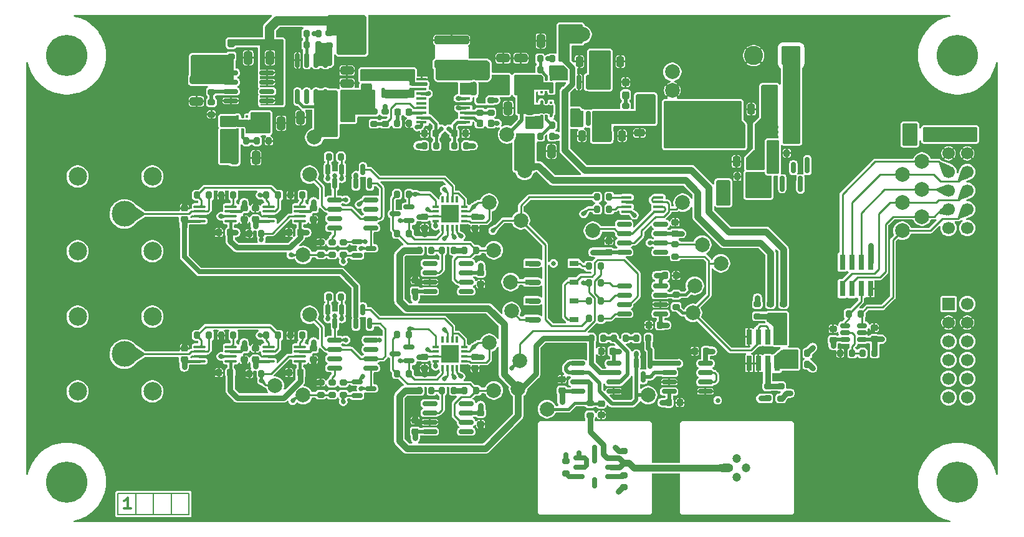
<source format=gbr>
G04 #@! TF.GenerationSoftware,KiCad,Pcbnew,9.0.3*
G04 #@! TF.CreationDate,2025-08-15T00:00:31+02:00*
G04 #@! TF.ProjectId,MADC_ARTY,4d414443-5f41-4525-9459-2e6b69636164,rev?*
G04 #@! TF.SameCoordinates,Original*
G04 #@! TF.FileFunction,Copper,L1,Top*
G04 #@! TF.FilePolarity,Positive*
%FSLAX46Y46*%
G04 Gerber Fmt 4.6, Leading zero omitted, Abs format (unit mm)*
G04 Created by KiCad (PCBNEW 9.0.3) date 2025-08-15 00:00:31*
%MOMM*%
%LPD*%
G01*
G04 APERTURE LIST*
G04 Aperture macros list*
%AMRoundRect*
0 Rectangle with rounded corners*
0 $1 Rounding radius*
0 $2 $3 $4 $5 $6 $7 $8 $9 X,Y pos of 4 corners*
0 Add a 4 corners polygon primitive as box body*
4,1,4,$2,$3,$4,$5,$6,$7,$8,$9,$2,$3,0*
0 Add four circle primitives for the rounded corners*
1,1,$1+$1,$2,$3*
1,1,$1+$1,$4,$5*
1,1,$1+$1,$6,$7*
1,1,$1+$1,$8,$9*
0 Add four rect primitives between the rounded corners*
20,1,$1+$1,$2,$3,$4,$5,0*
20,1,$1+$1,$4,$5,$6,$7,0*
20,1,$1+$1,$6,$7,$8,$9,0*
20,1,$1+$1,$8,$9,$2,$3,0*%
%AMFreePoly0*
4,1,21,1.372500,0.787500,0.862500,0.787500,0.862500,0.532500,1.372500,0.532500,1.372500,0.127500,0.862500,0.127500,0.862500,-0.127500,1.372500,-0.127500,1.372500,-0.532500,0.862500,-0.532500,0.862500,-0.787500,1.372500,-0.787500,1.372500,-1.195000,0.612500,-1.195000,0.612500,-1.117500,-0.862500,-1.117500,-0.862500,1.117500,0.612500,1.117500,0.612500,1.195000,1.372500,1.195000,
1.372500,0.787500,1.372500,0.787500,$1*%
G04 Aperture macros list end*
%ADD10C,0.300000*%
G04 #@! TA.AperFunction,NonConductor*
%ADD11C,0.300000*%
G04 #@! TD*
G04 #@! TA.AperFunction,NonConductor*
%ADD12C,0.200000*%
G04 #@! TD*
G04 #@! TA.AperFunction,SMDPad,CuDef*
%ADD13RoundRect,0.200000X0.200000X0.275000X-0.200000X0.275000X-0.200000X-0.275000X0.200000X-0.275000X0*%
G04 #@! TD*
G04 #@! TA.AperFunction,SMDPad,CuDef*
%ADD14RoundRect,0.225000X0.225000X0.250000X-0.225000X0.250000X-0.225000X-0.250000X0.225000X-0.250000X0*%
G04 #@! TD*
G04 #@! TA.AperFunction,SMDPad,CuDef*
%ADD15C,2.000000*%
G04 #@! TD*
G04 #@! TA.AperFunction,SMDPad,CuDef*
%ADD16RoundRect,0.250000X0.650000X-0.325000X0.650000X0.325000X-0.650000X0.325000X-0.650000X-0.325000X0*%
G04 #@! TD*
G04 #@! TA.AperFunction,SMDPad,CuDef*
%ADD17RoundRect,0.225000X-0.225000X-0.250000X0.225000X-0.250000X0.225000X0.250000X-0.225000X0.250000X0*%
G04 #@! TD*
G04 #@! TA.AperFunction,SMDPad,CuDef*
%ADD18RoundRect,0.093750X0.106250X-0.093750X0.106250X0.093750X-0.106250X0.093750X-0.106250X-0.093750X0*%
G04 #@! TD*
G04 #@! TA.AperFunction,HeatsinkPad*
%ADD19R,1.600000X1.000000*%
G04 #@! TD*
G04 #@! TA.AperFunction,SMDPad,CuDef*
%ADD20RoundRect,0.200000X-0.275000X0.200000X-0.275000X-0.200000X0.275000X-0.200000X0.275000X0.200000X0*%
G04 #@! TD*
G04 #@! TA.AperFunction,SMDPad,CuDef*
%ADD21RoundRect,0.100000X-0.612500X-0.100000X0.612500X-0.100000X0.612500X0.100000X-0.612500X0.100000X0*%
G04 #@! TD*
G04 #@! TA.AperFunction,HeatsinkPad*
%ADD22R,1.730000X1.850000*%
G04 #@! TD*
G04 #@! TA.AperFunction,SMDPad,CuDef*
%ADD23RoundRect,0.225000X-0.250000X0.225000X-0.250000X-0.225000X0.250000X-0.225000X0.250000X0.225000X0*%
G04 #@! TD*
G04 #@! TA.AperFunction,SMDPad,CuDef*
%ADD24RoundRect,0.150000X-0.825000X-0.150000X0.825000X-0.150000X0.825000X0.150000X-0.825000X0.150000X0*%
G04 #@! TD*
G04 #@! TA.AperFunction,HeatsinkPad*
%ADD25R,2.290000X3.000000*%
G04 #@! TD*
G04 #@! TA.AperFunction,SMDPad,CuDef*
%ADD26RoundRect,0.075000X-0.362500X-0.075000X0.362500X-0.075000X0.362500X0.075000X-0.362500X0.075000X0*%
G04 #@! TD*
G04 #@! TA.AperFunction,SMDPad,CuDef*
%ADD27RoundRect,0.075000X-0.075000X-0.362500X0.075000X-0.362500X0.075000X0.362500X-0.075000X0.362500X0*%
G04 #@! TD*
G04 #@! TA.AperFunction,HeatsinkPad*
%ADD28R,2.350000X2.350000*%
G04 #@! TD*
G04 #@! TA.AperFunction,SMDPad,CuDef*
%ADD29RoundRect,0.200000X-0.200000X-0.275000X0.200000X-0.275000X0.200000X0.275000X-0.200000X0.275000X0*%
G04 #@! TD*
G04 #@! TA.AperFunction,SMDPad,CuDef*
%ADD30R,1.200000X0.800000*%
G04 #@! TD*
G04 #@! TA.AperFunction,SMDPad,CuDef*
%ADD31RoundRect,0.150000X-0.587500X-0.150000X0.587500X-0.150000X0.587500X0.150000X-0.587500X0.150000X0*%
G04 #@! TD*
G04 #@! TA.AperFunction,SMDPad,CuDef*
%ADD32RoundRect,0.200000X0.275000X-0.200000X0.275000X0.200000X-0.275000X0.200000X-0.275000X-0.200000X0*%
G04 #@! TD*
G04 #@! TA.AperFunction,SMDPad,CuDef*
%ADD33RoundRect,0.150000X0.150000X-0.587500X0.150000X0.587500X-0.150000X0.587500X-0.150000X-0.587500X0*%
G04 #@! TD*
G04 #@! TA.AperFunction,SMDPad,CuDef*
%ADD34RoundRect,0.225000X0.250000X-0.225000X0.250000X0.225000X-0.250000X0.225000X-0.250000X-0.225000X0*%
G04 #@! TD*
G04 #@! TA.AperFunction,SMDPad,CuDef*
%ADD35RoundRect,0.250000X-0.650000X0.325000X-0.650000X-0.325000X0.650000X-0.325000X0.650000X0.325000X0*%
G04 #@! TD*
G04 #@! TA.AperFunction,SMDPad,CuDef*
%ADD36RoundRect,0.225000X0.225000X0.375000X-0.225000X0.375000X-0.225000X-0.375000X0.225000X-0.375000X0*%
G04 #@! TD*
G04 #@! TA.AperFunction,ComponentPad*
%ADD37C,2.500000*%
G04 #@! TD*
G04 #@! TA.AperFunction,ComponentPad*
%ADD38C,3.500000*%
G04 #@! TD*
G04 #@! TA.AperFunction,ComponentPad*
%ADD39RoundRect,0.250000X0.750000X0.750000X-0.750000X0.750000X-0.750000X-0.750000X0.750000X-0.750000X0*%
G04 #@! TD*
G04 #@! TA.AperFunction,ComponentPad*
%ADD40C,2.000000*%
G04 #@! TD*
G04 #@! TA.AperFunction,SMDPad,CuDef*
%ADD41RoundRect,0.250000X-0.325000X-0.650000X0.325000X-0.650000X0.325000X0.650000X-0.325000X0.650000X0*%
G04 #@! TD*
G04 #@! TA.AperFunction,ComponentPad*
%ADD42C,5.600000*%
G04 #@! TD*
G04 #@! TA.AperFunction,SMDPad,CuDef*
%ADD43RoundRect,0.245000X0.245000X1.455000X-0.245000X1.455000X-0.245000X-1.455000X0.245000X-1.455000X0*%
G04 #@! TD*
G04 #@! TA.AperFunction,SMDPad,CuDef*
%ADD44RoundRect,0.100000X-0.712500X-0.100000X0.712500X-0.100000X0.712500X0.100000X-0.712500X0.100000X0*%
G04 #@! TD*
G04 #@! TA.AperFunction,SMDPad,CuDef*
%ADD45RoundRect,0.150000X-0.150000X0.587500X-0.150000X-0.587500X0.150000X-0.587500X0.150000X0.587500X0*%
G04 #@! TD*
G04 #@! TA.AperFunction,ComponentPad*
%ADD46C,2.800000*%
G04 #@! TD*
G04 #@! TA.AperFunction,SMDPad,CuDef*
%ADD47R,0.990000X0.405000*%
G04 #@! TD*
G04 #@! TA.AperFunction,SMDPad,CuDef*
%ADD48FreePoly0,0.000000*%
G04 #@! TD*
G04 #@! TA.AperFunction,SMDPad,CuDef*
%ADD49RoundRect,0.250000X0.325000X0.650000X-0.325000X0.650000X-0.325000X-0.650000X0.325000X-0.650000X0*%
G04 #@! TD*
G04 #@! TA.AperFunction,SMDPad,CuDef*
%ADD50RoundRect,0.093750X-0.106250X0.093750X-0.106250X-0.093750X0.106250X-0.093750X0.106250X0.093750X0*%
G04 #@! TD*
G04 #@! TA.AperFunction,SMDPad,CuDef*
%ADD51RoundRect,0.250000X-0.250000X-0.475000X0.250000X-0.475000X0.250000X0.475000X-0.250000X0.475000X0*%
G04 #@! TD*
G04 #@! TA.AperFunction,ComponentPad*
%ADD52O,1.600000X1.200000*%
G04 #@! TD*
G04 #@! TA.AperFunction,ComponentPad*
%ADD53C,1.200000*%
G04 #@! TD*
G04 #@! TA.AperFunction,SMDPad,CuDef*
%ADD54RoundRect,0.150000X0.512500X0.150000X-0.512500X0.150000X-0.512500X-0.150000X0.512500X-0.150000X0*%
G04 #@! TD*
G04 #@! TA.AperFunction,SMDPad,CuDef*
%ADD55RoundRect,0.250000X-0.500000X0.950000X-0.500000X-0.950000X0.500000X-0.950000X0.500000X0.950000X0*%
G04 #@! TD*
G04 #@! TA.AperFunction,SMDPad,CuDef*
%ADD56RoundRect,0.250000X-0.500000X0.275000X-0.500000X-0.275000X0.500000X-0.275000X0.500000X0.275000X0*%
G04 #@! TD*
G04 #@! TA.AperFunction,SMDPad,CuDef*
%ADD57RoundRect,0.245000X1.455000X-0.245000X1.455000X0.245000X-1.455000X0.245000X-1.455000X-0.245000X0*%
G04 #@! TD*
G04 #@! TA.AperFunction,SMDPad,CuDef*
%ADD58RoundRect,0.250000X0.500000X-0.950000X0.500000X0.950000X-0.500000X0.950000X-0.500000X-0.950000X0*%
G04 #@! TD*
G04 #@! TA.AperFunction,SMDPad,CuDef*
%ADD59RoundRect,0.250000X0.500000X-0.275000X0.500000X0.275000X-0.500000X0.275000X-0.500000X-0.275000X0*%
G04 #@! TD*
G04 #@! TA.AperFunction,SMDPad,CuDef*
%ADD60RoundRect,0.150000X-0.150000X0.825000X-0.150000X-0.825000X0.150000X-0.825000X0.150000X0.825000X0*%
G04 #@! TD*
G04 #@! TA.AperFunction,HeatsinkPad*
%ADD61R,3.000000X2.290000*%
G04 #@! TD*
G04 #@! TA.AperFunction,SMDPad,CuDef*
%ADD62RoundRect,0.250000X0.250000X0.475000X-0.250000X0.475000X-0.250000X-0.475000X0.250000X-0.475000X0*%
G04 #@! TD*
G04 #@! TA.AperFunction,SMDPad,CuDef*
%ADD63RoundRect,0.150000X0.587500X0.150000X-0.587500X0.150000X-0.587500X-0.150000X0.587500X-0.150000X0*%
G04 #@! TD*
G04 #@! TA.AperFunction,SMDPad,CuDef*
%ADD64RoundRect,0.175000X0.575000X-0.175000X0.575000X0.175000X-0.575000X0.175000X-0.575000X-0.175000X0*%
G04 #@! TD*
G04 #@! TA.AperFunction,SMDPad,CuDef*
%ADD65RoundRect,0.175000X0.175000X-0.575000X0.175000X0.575000X-0.175000X0.575000X-0.175000X-0.575000X0*%
G04 #@! TD*
G04 #@! TA.AperFunction,SMDPad,CuDef*
%ADD66RoundRect,0.175000X-0.575000X-0.175000X0.575000X-0.175000X0.575000X0.175000X-0.575000X0.175000X0*%
G04 #@! TD*
G04 #@! TA.AperFunction,SMDPad,CuDef*
%ADD67RoundRect,0.175000X0.175000X-1.075000X0.175000X1.075000X-0.175000X1.075000X-0.175000X-1.075000X0*%
G04 #@! TD*
G04 #@! TA.AperFunction,ComponentPad*
%ADD68R,1.700000X1.700000*%
G04 #@! TD*
G04 #@! TA.AperFunction,ComponentPad*
%ADD69C,1.700000*%
G04 #@! TD*
G04 #@! TA.AperFunction,SMDPad,CuDef*
%ADD70RoundRect,0.250000X2.100000X-0.340000X2.100000X0.340000X-2.100000X0.340000X-2.100000X-0.340000X0*%
G04 #@! TD*
G04 #@! TA.AperFunction,SMDPad,CuDef*
%ADD71R,1.450000X0.450000*%
G04 #@! TD*
G04 #@! TA.AperFunction,SMDPad,CuDef*
%ADD72R,3.000000X4.200000*%
G04 #@! TD*
G04 #@! TA.AperFunction,SMDPad,CuDef*
%ADD73R,0.750000X2.100000*%
G04 #@! TD*
G04 #@! TA.AperFunction,SMDPad,CuDef*
%ADD74RoundRect,0.237500X-0.237500X0.287500X-0.237500X-0.287500X0.237500X-0.287500X0.237500X0.287500X0*%
G04 #@! TD*
G04 #@! TA.AperFunction,SMDPad,CuDef*
%ADD75RoundRect,0.250000X-0.475000X0.250000X-0.475000X-0.250000X0.475000X-0.250000X0.475000X0.250000X0*%
G04 #@! TD*
G04 #@! TA.AperFunction,ComponentPad*
%ADD76RoundRect,0.250000X1.050000X1.050000X-1.050000X1.050000X-1.050000X-1.050000X1.050000X-1.050000X0*%
G04 #@! TD*
G04 #@! TA.AperFunction,ComponentPad*
%ADD77C,2.600000*%
G04 #@! TD*
G04 #@! TA.AperFunction,ViaPad*
%ADD78C,0.650000*%
G04 #@! TD*
G04 #@! TA.AperFunction,Conductor*
%ADD79C,0.381000*%
G04 #@! TD*
G04 #@! TA.AperFunction,Conductor*
%ADD80C,0.508000*%
G04 #@! TD*
G04 #@! TA.AperFunction,Conductor*
%ADD81C,0.635000*%
G04 #@! TD*
G04 #@! TA.AperFunction,Conductor*
%ADD82C,0.762000*%
G04 #@! TD*
G04 #@! TA.AperFunction,Conductor*
%ADD83C,1.270000*%
G04 #@! TD*
G04 #@! TA.AperFunction,Conductor*
%ADD84C,0.889000*%
G04 #@! TD*
G04 #@! TA.AperFunction,Conductor*
%ADD85C,0.254000*%
G04 #@! TD*
G04 APERTURE END LIST*
D10*
D11*
X102686225Y-107623828D02*
X101829082Y-107623828D01*
X102257653Y-107623828D02*
X102257653Y-106123828D01*
X102257653Y-106123828D02*
X102114796Y-106338114D01*
X102114796Y-106338114D02*
X101971939Y-106480971D01*
X101971939Y-106480971D02*
X101829082Y-106552400D01*
D12*
X103378000Y-105537000D02*
X105791000Y-105537000D01*
X105791000Y-108458000D01*
X103378000Y-108458000D01*
X103378000Y-105537000D01*
X108204000Y-105537000D02*
X110617000Y-105537000D01*
X110617000Y-108458000D01*
X108204000Y-108458000D01*
X108204000Y-105537000D01*
X105791000Y-105537000D02*
X108204000Y-105537000D01*
X108204000Y-108458000D01*
X105791000Y-108458000D01*
X105791000Y-105537000D01*
X100965000Y-105537000D02*
X103378000Y-105537000D01*
X103378000Y-108458000D01*
X100965000Y-108458000D01*
X100965000Y-105537000D01*
D13*
G04 #@! TO.P,R74,1*
G04 #@! TO.N,Net-(U19B--)*
X166941000Y-84455000D03*
G04 #@! TO.P,R74,2*
G04 #@! TO.N,+10V*
X165291000Y-84455000D03*
G04 #@! TD*
D14*
G04 #@! TO.P,C52,1*
G04 #@! TO.N,+3.3V*
X125743000Y-89154000D03*
G04 #@! TO.P,C52,2*
G04 #@! TO.N,GND*
X124193000Y-89154000D03*
G04 #@! TD*
D15*
G04 #@! TO.P,TP10,1,1*
G04 #@! TO.N,+18V*
X132080000Y-42680500D03*
G04 #@! TD*
D16*
G04 #@! TO.P,C21,1*
G04 #@! TO.N,Net-(D4-A)*
X153289000Y-49354000D03*
G04 #@! TO.P,C21,2*
G04 #@! TO.N,GND*
X153289000Y-46404000D03*
G04 #@! TD*
D17*
G04 #@! TO.P,C7,1*
G04 #@! TO.N,Net-(U4-EN2)*
X146672000Y-56642000D03*
G04 #@! TO.P,C7,2*
G04 #@! TO.N,GND*
X148222000Y-56642000D03*
G04 #@! TD*
D18*
G04 #@! TO.P,U7,1,VOUT*
G04 #@! TO.N,-16V*
X117206000Y-56132500D03*
G04 #@! TO.P,U7,2,ADJ*
G04 #@! TO.N,Net-(U7-ADJ)*
X117856000Y-56132500D03*
G04 #@! TO.P,U7,3,EN*
G04 #@! TO.N,-18V*
X118506000Y-56132500D03*
G04 #@! TO.P,U7,4,NC*
G04 #@! TO.N,unconnected-(U7-NC-Pad4)*
X118506000Y-54357500D03*
G04 #@! TO.P,U7,5,GND*
G04 #@! TO.N,GND*
X117856000Y-54357500D03*
G04 #@! TO.P,U7,6,VIN*
G04 #@! TO.N,-18V*
X117206000Y-54357500D03*
D19*
G04 #@! TO.P,U7,7,EPAD*
X117856000Y-55245000D03*
G04 #@! TD*
D15*
G04 #@! TO.P,TP27,1,1*
G04 #@! TO.N,/Block Diagram/ADC/AD_CMP*
X207518000Y-69850000D03*
G04 #@! TD*
D13*
G04 #@! TO.P,R57,1*
G04 #@! TO.N,+7V*
X194627000Y-86487000D03*
G04 #@! TO.P,R57,2*
G04 #@! TO.N,Net-(U17-VREF)*
X192977000Y-86487000D03*
G04 #@! TD*
D20*
G04 #@! TO.P,R59,1*
G04 #@! TO.N,-14V*
X191389000Y-79820000D03*
G04 #@! TO.P,R59,2*
G04 #@! TO.N,Net-(U17-VEE)*
X191389000Y-81470000D03*
G04 #@! TD*
D21*
G04 #@! TO.P,RN2,1*
G04 #@! TO.N,Net-(R40-Pad2)*
X170049500Y-65319000D03*
G04 #@! TO.P,RN2,2*
G04 #@! TO.N,GND*
X170049500Y-65969000D03*
G04 #@! TO.P,RN2,3*
G04 #@! TO.N,Net-(R41-Pad2)*
X170049500Y-66619000D03*
G04 #@! TO.P,RN2,4*
G04 #@! TO.N,Net-(R48-Pad1)*
X170049500Y-67269000D03*
G04 #@! TO.P,RN2,5*
G04 #@! TO.N,Net-(U13--)*
X174374500Y-67269000D03*
G04 #@! TO.P,RN2,6*
X174374500Y-66619000D03*
G04 #@! TO.P,RN2,7*
G04 #@! TO.N,Net-(U13-+)*
X174374500Y-65969000D03*
G04 #@! TO.P,RN2,8*
X174374500Y-65319000D03*
D22*
G04 #@! TO.P,RN2,9,EP*
G04 #@! TO.N,GND*
X172212000Y-66294000D03*
G04 #@! TD*
D23*
G04 #@! TO.P,C3,1*
G04 #@! TO.N,-16V*
X149479000Y-67932000D03*
G04 #@! TO.P,C3,2*
G04 #@! TO.N,GND*
X149479000Y-69482000D03*
G04 #@! TD*
D24*
G04 #@! TO.P,U5,1,VOUT*
G04 #@! TO.N,+16V*
X116270000Y-48387000D03*
G04 #@! TO.P,U5,2,VOUT*
X116270000Y-49657000D03*
G04 #@! TO.P,U5,3,SENSE/ADJ*
G04 #@! TO.N,Net-(U5-SENSE{slash}ADJ)*
X116270000Y-50927000D03*
G04 #@! TO.P,U5,4,GND*
G04 #@! TO.N,GND*
X116270000Y-52197000D03*
G04 #@! TO.P,U5,5,EN*
G04 #@! TO.N,+18V*
X121220000Y-52197000D03*
G04 #@! TO.P,U5,6,SS*
G04 #@! TO.N,unconnected-(U5-SS-Pad6)*
X121220000Y-50927000D03*
G04 #@! TO.P,U5,7,VIN*
G04 #@! TO.N,+18V*
X121220000Y-49657000D03*
G04 #@! TO.P,U5,8,VIN*
X121220000Y-48387000D03*
D25*
G04 #@! TO.P,U5,9,GND*
G04 #@! TO.N,GND*
X118745000Y-50292000D03*
G04 #@! TD*
D26*
G04 #@! TO.P,U25,1,-*
G04 #@! TO.N,Net-(Q11-E)*
X144112500Y-85639000D03*
G04 #@! TO.P,U25,2,+*
G04 #@! TO.N,Net-(U25A-+)*
X144112500Y-86289000D03*
G04 #@! TO.P,U25,3,V+*
G04 #@! TO.N,+16V*
X144112500Y-86939000D03*
G04 #@! TO.P,U25,4,+*
G04 #@! TO.N,Net-(U25A-+)*
X144112500Y-87589000D03*
D27*
G04 #@! TO.P,U25,5,-*
G04 #@! TO.N,Net-(Q13-E)*
X145075000Y-88551500D03*
G04 #@! TO.P,U25,6*
G04 #@! TO.N,Net-(Q14-B)*
X145725000Y-88551500D03*
G04 #@! TO.P,U25,7*
G04 #@! TO.N,/Block Diagram/Analog Channels1/OUT*
X146375000Y-88551500D03*
G04 #@! TO.P,U25,8,-*
G04 #@! TO.N,Net-(Q13-C)*
X147025000Y-88551500D03*
D26*
G04 #@! TO.P,U25,9,+*
G04 #@! TO.N,Net-(Q10-C)*
X147987500Y-87589000D03*
G04 #@! TO.P,U25,10,V-*
G04 #@! TO.N,-16V*
X147987500Y-86939000D03*
G04 #@! TO.P,U25,11,+*
G04 #@! TO.N,Net-(Q10-C)*
X147987500Y-86289000D03*
G04 #@! TO.P,U25,12,-*
G04 #@! TO.N,Net-(Q12-G)*
X147987500Y-85639000D03*
D27*
G04 #@! TO.P,U25,13,NIC*
G04 #@! TO.N,unconnected-(U25E-NIC-Pad13)*
X147025000Y-84676500D03*
G04 #@! TO.P,U25,14*
G04 #@! TO.N,Net-(Q12-G)*
X146375000Y-84676500D03*
G04 #@! TO.P,U25,15*
G04 #@! TO.N,Net-(Q10-B)*
X145725000Y-84676500D03*
G04 #@! TO.P,U25,16,NIC*
G04 #@! TO.N,unconnected-(U25E-NIC-Pad16)*
X145075000Y-84676500D03*
D28*
G04 #@! TO.P,U25,17,V+*
G04 #@! TO.N,+16V*
X146050000Y-86614000D03*
G04 #@! TD*
D20*
G04 #@! TO.P,R20,1*
G04 #@! TO.N,Net-(D4-A)*
X150114000Y-52134000D03*
G04 #@! TO.P,R20,2*
G04 #@! TO.N,Net-(U4-FB2)*
X150114000Y-53784000D03*
G04 #@! TD*
D29*
G04 #@! TO.P,R75,1*
G04 #@! TO.N,+3.3V*
X209106000Y-56769000D03*
G04 #@! TO.P,R75,2*
G04 #@! TO.N,+3.3VP*
X210756000Y-56769000D03*
G04 #@! TD*
D30*
G04 #@! TO.P,U11,1*
G04 #@! TO.N,Net-(R44-Pad2)*
X156893000Y-79375000D03*
G04 #@! TO.P,U11,2*
G04 #@! TO.N,/Block Diagram/Gain/GAIN_x10*
X156893000Y-81915000D03*
G04 #@! TO.P,U11,3*
G04 #@! TO.N,Net-(U11-Pad3)*
X162893000Y-81915000D03*
G04 #@! TO.P,U11,4*
G04 #@! TO.N,Net-(R46-Pad1)*
X162893000Y-79375000D03*
G04 #@! TD*
D23*
G04 #@! TO.P,C45,1*
G04 #@! TO.N,Net-(U19A-+)*
X166624000Y-93332000D03*
G04 #@! TO.P,C45,2*
G04 #@! TO.N,GND*
X166624000Y-94882000D03*
G04 #@! TD*
D16*
G04 #@! TO.P,C20,1*
G04 #@! TO.N,Net-(D5-K)*
X132080000Y-52783000D03*
G04 #@! TO.P,C20,2*
G04 #@! TO.N,GND*
X132080000Y-49833000D03*
G04 #@! TD*
D15*
G04 #@! TO.P,TP20,1,1*
G04 #@! TO.N,+10V*
X155321000Y-91313000D03*
G04 #@! TD*
D18*
G04 #@! TO.P,U9,1,VOUT*
G04 #@! TO.N,Net-(U9-VOUT)*
X158481000Y-54227500D03*
G04 #@! TO.P,U9,2,ADJ*
G04 #@! TO.N,Net-(U9-ADJ)*
X159131000Y-54227500D03*
G04 #@! TO.P,U9,3,EN*
G04 #@! TO.N,Net-(U10-EN)*
X159781000Y-54227500D03*
G04 #@! TO.P,U9,4,NC*
G04 #@! TO.N,unconnected-(U9-NC-Pad4)*
X159781000Y-52452500D03*
G04 #@! TO.P,U9,5,GND*
G04 #@! TO.N,GND*
X159131000Y-52452500D03*
G04 #@! TO.P,U9,6,VIN*
G04 #@! TO.N,Net-(U10-EN)*
X158481000Y-52452500D03*
D19*
G04 #@! TO.P,U9,7,EPAD*
X159131000Y-53340000D03*
G04 #@! TD*
D31*
G04 #@! TO.P,Q13,1,B*
G04 #@! TO.N,Net-(Q13-B)*
X133428500Y-90363000D03*
G04 #@! TO.P,Q13,2,E*
G04 #@! TO.N,Net-(Q13-E)*
X133428500Y-92263000D03*
G04 #@! TO.P,Q13,3,C*
G04 #@! TO.N,Net-(Q13-C)*
X135303500Y-91313000D03*
G04 #@! TD*
D32*
G04 #@! TO.P,R89,1*
G04 #@! TO.N,Net-(Q13-E)*
X131572000Y-92138000D03*
G04 #@! TO.P,R89,2*
G04 #@! TO.N,Net-(Q13-B)*
X131572000Y-90488000D03*
G04 #@! TD*
G04 #@! TO.P,R61,1*
G04 #@! TO.N,+16V*
X191008000Y-92646000D03*
G04 #@! TO.P,R61,2*
G04 #@! TO.N,Net-(U17-VCC)*
X191008000Y-90996000D03*
G04 #@! TD*
D15*
G04 #@! TO.P,TP23,1,1*
G04 #@! TO.N,/Block Diagram/ADC/SW_VRH*
X210185000Y-67945000D03*
G04 #@! TD*
D33*
G04 #@! TO.P,Q4,1,D*
G04 #@! TO.N,+16V*
X133289000Y-63421500D03*
G04 #@! TO.P,Q4,2,S*
G04 #@! TO.N,Net-(Q4-S)*
X135189000Y-63421500D03*
G04 #@! TO.P,Q4,3,G*
G04 #@! TO.N,Net-(Q4-G)*
X134239000Y-61546500D03*
G04 #@! TD*
D13*
G04 #@! TO.P,R78,1*
G04 #@! TO.N,/Block Diagram/Auto Zero/AZ_CTR*
X120459000Y-89281000D03*
G04 #@! TO.P,R78,2*
G04 #@! TO.N,GND*
X118809000Y-89281000D03*
G04 #@! TD*
D34*
G04 #@! TO.P,C35,1*
G04 #@! TO.N,+16V*
X119634000Y-68339000D03*
G04 #@! TO.P,C35,2*
G04 #@! TO.N,GND*
X119634000Y-66789000D03*
G04 #@! TD*
D15*
G04 #@! TO.P,TP33,1,1*
G04 #@! TO.N,Net-(R86-Pad2)*
X152019000Y-91567000D03*
G04 #@! TD*
D20*
G04 #@! TO.P,R18,1*
G04 #@! TO.N,+16V*
X113665000Y-49340000D03*
G04 #@! TO.P,R18,2*
G04 #@! TO.N,Net-(U5-SENSE{slash}ADJ)*
X113665000Y-50990000D03*
G04 #@! TD*
D14*
G04 #@! TO.P,C51,1*
G04 #@! TO.N,+3.3V*
X116218000Y-89154000D03*
G04 #@! TO.P,C51,2*
G04 #@! TO.N,GND*
X114668000Y-89154000D03*
G04 #@! TD*
D35*
G04 #@! TO.P,C17,1*
G04 #@! TO.N,+16V*
X111633000Y-49325000D03*
G04 #@! TO.P,C17,2*
G04 #@! TO.N,GND*
X111633000Y-52275000D03*
G04 #@! TD*
D32*
G04 #@! TO.P,R37,1*
G04 #@! TO.N,Net-(R28-Pad1)*
X129667000Y-44640000D03*
G04 #@! TO.P,R37,2*
G04 #@! TO.N,+18V*
X129667000Y-42990000D03*
G04 #@! TD*
D29*
G04 #@! TO.P,R40,1*
G04 #@! TO.N,/Block Diagram/Analog Channels/OUT*
X166053000Y-65278000D03*
G04 #@! TO.P,R40,2*
G04 #@! TO.N,Net-(R40-Pad2)*
X167703000Y-65278000D03*
G04 #@! TD*
D36*
G04 #@! TO.P,D2,1,K*
G04 #@! TO.N,Net-(D2-K)*
X186943000Y-64643000D03*
G04 #@! TO.P,D2,2,A*
G04 #@! TO.N,+24V*
X183643000Y-64643000D03*
G04 #@! TD*
D15*
G04 #@! TO.P,TP14,1,1*
G04 #@! TO.N,Net-(U13--)*
X165481000Y-69850000D03*
G04 #@! TD*
D37*
G04 #@! TO.P,J1,*
G04 #@! TO.N,*
X105654000Y-72644000D03*
X105654000Y-62484000D03*
X95494000Y-72644000D03*
X95494000Y-62484000D03*
D38*
G04 #@! TO.P,J1,1,Pin_1*
G04 #@! TO.N,/Block Diagram/Auto Zero/AIN*
X101854000Y-67564000D03*
G04 #@! TD*
D39*
G04 #@! TO.P,U3,1,Vin*
G04 #@! TO.N,Net-(U3-Vin)*
X176273500Y-53340000D03*
D40*
G04 #@! TO.P,U3,2,GND*
G04 #@! TO.N,GND*
X176273500Y-50800000D03*
G04 #@! TO.P,U3,3,Vout*
G04 #@! TO.N,+5V*
X176273500Y-48260000D03*
G04 #@! TD*
D32*
G04 #@! TO.P,R39,1*
G04 #@! TO.N,Net-(U10-VOUT)*
X161417000Y-48069000D03*
G04 #@! TO.P,R39,2*
G04 #@! TO.N,-14V*
X161417000Y-46419000D03*
G04 #@! TD*
D20*
G04 #@! TO.P,R49,1*
G04 #@! TO.N,Net-(R49-Pad1)*
X176784000Y-78550000D03*
G04 #@! TO.P,R49,2*
G04 #@! TO.N,/Block Diagram/ADC/AD_IN*
X176784000Y-80200000D03*
G04 #@! TD*
D15*
G04 #@! TO.P,TP4,1,1*
G04 #@! TO.N,Net-(R6-Pad2)*
X152019000Y-72517000D03*
G04 #@! TD*
D13*
G04 #@! TO.P,R51,1*
G04 #@! TO.N,/Block Diagram/Auto Zero/AIN*
X113347000Y-65024000D03*
G04 #@! TO.P,R51,2*
G04 #@! TO.N,Net-(R51-Pad2)*
X111697000Y-65024000D03*
G04 #@! TD*
D15*
G04 #@! TO.P,TP1,1,1*
G04 #@! TO.N,/Block Diagram/Analog Channels/IN*
X126111000Y-73152000D03*
G04 #@! TD*
D29*
G04 #@! TO.P,R47,1*
G04 #@! TO.N,Net-(R47-Pad1)*
X164910000Y-74676000D03*
G04 #@! TO.P,R47,2*
G04 #@! TO.N,Net-(R46-Pad2)*
X166560000Y-74676000D03*
G04 #@! TD*
D15*
G04 #@! TO.P,TP30,1,1*
G04 #@! TO.N,/Block Diagram/Analog Channels1/IN*
X126111000Y-92202000D03*
G04 #@! TD*
D41*
G04 #@! TO.P,C19,1*
G04 #@! TO.N,-18V*
X120191000Y-55245000D03*
G04 #@! TO.P,C19,2*
G04 #@! TO.N,GND*
X123141000Y-55245000D03*
G04 #@! TD*
D29*
G04 #@! TO.P,R84,1*
G04 #@! TO.N,Net-(Q11-E)*
X129604000Y-78867000D03*
G04 #@! TO.P,R84,2*
G04 #@! TO.N,Net-(Q10-E)*
X131254000Y-78867000D03*
G04 #@! TD*
D33*
G04 #@! TO.P,Q12,1,D*
G04 #@! TO.N,+16V*
X133289000Y-82471500D03*
G04 #@! TO.P,Q12,2,S*
G04 #@! TO.N,Net-(Q12-S)*
X135189000Y-82471500D03*
G04 #@! TO.P,Q12,3,G*
G04 #@! TO.N,Net-(Q12-G)*
X134239000Y-80596500D03*
G04 #@! TD*
D14*
G04 #@! TO.P,C39,1*
G04 #@! TO.N,+3.3V*
X125743000Y-70104000D03*
G04 #@! TO.P,C39,2*
G04 #@! TO.N,GND*
X124193000Y-70104000D03*
G04 #@! TD*
D42*
G04 #@! TO.P,H2,1*
G04 #@! TO.N,N/C*
X215000000Y-46000000D03*
G04 #@! TD*
D43*
G04 #@! TO.P,L1,1,1*
G04 #@! TO.N,+24V*
X188002000Y-56896000D03*
G04 #@! TO.P,L1,2,2*
G04 #@! TO.N,Net-(U3-Vin)*
X185632000Y-56896000D03*
G04 #@! TD*
D15*
G04 #@! TO.P,TP18,1,1*
G04 #@! TO.N,Net-(U19A-+)*
X159258000Y-94107000D03*
G04 #@! TD*
D32*
G04 #@! TO.P,R82,1*
G04 #@! TO.N,/Block Diagram/Analog Channels1/IN*
X130048000Y-92138000D03*
G04 #@! TO.P,R82,2*
G04 #@! TO.N,Net-(Q9-Pad4)*
X130048000Y-90488000D03*
G04 #@! TD*
D23*
G04 #@! TO.P,C55,1*
G04 #@! TO.N,-16V*
X149479000Y-86982000D03*
G04 #@! TO.P,C55,2*
G04 #@! TO.N,GND*
X149479000Y-88532000D03*
G04 #@! TD*
D20*
G04 #@! TO.P,R68,1*
G04 #@! TO.N,+18V*
X161798000Y-101156000D03*
G04 #@! TO.P,R68,2*
G04 #@! TO.N,Net-(U22-HEATER+)*
X161798000Y-102806000D03*
G04 #@! TD*
D17*
G04 #@! TO.P,C9,1*
G04 #@! TO.N,Net-(C9-Pad1)*
X138925000Y-53721000D03*
G04 #@! TO.P,C9,2*
G04 #@! TO.N,Net-(U4-COMP1)*
X140475000Y-53721000D03*
G04 #@! TD*
D15*
G04 #@! TO.P,TP28,1,1*
G04 #@! TO.N,/Block Diagram/ADC/AD_IRP*
X207518000Y-66040000D03*
G04 #@! TD*
D32*
G04 #@! TO.P,R81,1*
G04 #@! TO.N,/Block Diagram/Analog Channels1/IN*
X128524000Y-92138000D03*
G04 #@! TO.P,R81,2*
G04 #@! TO.N,GND*
X128524000Y-90488000D03*
G04 #@! TD*
D29*
G04 #@! TO.P,R5,1*
G04 #@! TO.N,Net-(U2--)*
X144971000Y-72517000D03*
G04 #@! TO.P,R5,2*
G04 #@! TO.N,Net-(U1A-+)*
X146621000Y-72517000D03*
G04 #@! TD*
D13*
G04 #@! TO.P,R54,1*
G04 #@! TO.N,Net-(R51-Pad2)*
X122745000Y-65024000D03*
G04 #@! TO.P,R54,2*
G04 #@! TO.N,/Block Diagram/Analog Channels/IN*
X121095000Y-65024000D03*
G04 #@! TD*
D29*
G04 #@! TO.P,R83,1*
G04 #@! TO.N,+10V*
X141923000Y-91567000D03*
G04 #@! TO.P,R83,2*
G04 #@! TO.N,Net-(U26--)*
X143573000Y-91567000D03*
G04 #@! TD*
D44*
G04 #@! TO.P,U24,1*
G04 #@! TO.N,/Block Diagram/Analog Channels1/IN*
X121458500Y-85639000D03*
G04 #@! TO.P,U24,2*
G04 #@! TO.N,Net-(R77-Pad2)*
X121458500Y-86289000D03*
G04 #@! TO.P,U24,3,GND*
G04 #@! TO.N,GND*
X121458500Y-86939000D03*
G04 #@! TO.P,U24,4,V+*
G04 #@! TO.N,+16V*
X121458500Y-87589000D03*
G04 #@! TO.P,U24,5,VL*
G04 #@! TO.N,+3.3V*
X125683500Y-87589000D03*
G04 #@! TO.P,U24,6*
G04 #@! TO.N,/Block Diagram/Auto Zero/AZ_CTR*
X125683500Y-86939000D03*
G04 #@! TO.P,U24,7,V-*
G04 #@! TO.N,-16V*
X125683500Y-86289000D03*
G04 #@! TO.P,U24,8*
G04 #@! TO.N,Net-(R79-Pad1)*
X125683500Y-85639000D03*
G04 #@! TD*
D32*
G04 #@! TO.P,R17,1*
G04 #@! TO.N,+5V*
X169924000Y-54546000D03*
G04 #@! TO.P,R17,2*
G04 #@! TO.N,Net-(D3-A)*
X169924000Y-52896000D03*
G04 #@! TD*
D24*
G04 #@! TO.P,U19,1*
G04 #@! TO.N,+7V*
X163387000Y-87884000D03*
G04 #@! TO.P,U19,2,-*
X163387000Y-89154000D03*
G04 #@! TO.P,U19,3,+*
G04 #@! TO.N,Net-(U19A-+)*
X163387000Y-90424000D03*
G04 #@! TO.P,U19,4,V-*
G04 #@! TO.N,-18V*
X163387000Y-91694000D03*
G04 #@! TO.P,U19,5,+*
G04 #@! TO.N,GND*
X168337000Y-91694000D03*
G04 #@! TO.P,U19,6,-*
G04 #@! TO.N,Net-(U19B--)*
X168337000Y-90424000D03*
G04 #@! TO.P,U19,7*
G04 #@! TO.N,+10V*
X168337000Y-89154000D03*
G04 #@! TO.P,U19,8,V+*
G04 #@! TO.N,+18V*
X168337000Y-87884000D03*
G04 #@! TD*
D29*
G04 #@! TO.P,R27,1*
G04 #@! TO.N,Net-(U7-ADJ)*
X119825000Y-57658000D03*
G04 #@! TO.P,R27,2*
G04 #@! TO.N,GND*
X121475000Y-57658000D03*
G04 #@! TD*
D34*
G04 #@! TO.P,C40,1*
G04 #@! TO.N,+3.3VP*
X203708000Y-84595000D03*
G04 #@! TO.P,C40,2*
G04 #@! TO.N,GND*
X203708000Y-83045000D03*
G04 #@! TD*
D45*
G04 #@! TO.P,Q11,1,B*
G04 #@! TO.N,Net-(Q10-E)*
X131379000Y-80596500D03*
G04 #@! TO.P,Q11,2,E*
G04 #@! TO.N,Net-(Q11-E)*
X129479000Y-80596500D03*
G04 #@! TO.P,Q11,3,C*
G04 #@! TO.N,Net-(Q10-C)*
X130429000Y-82471500D03*
G04 #@! TD*
D32*
G04 #@! TO.P,R1,1*
G04 #@! TO.N,/Block Diagram/Analog Channels/IN*
X128524000Y-73088000D03*
G04 #@! TO.P,R1,2*
G04 #@! TO.N,GND*
X128524000Y-71438000D03*
G04 #@! TD*
D15*
G04 #@! TO.P,TP16,1,1*
G04 #@! TO.N,Net-(R49-Pad1)*
X179324000Y-77343000D03*
G04 #@! TD*
D45*
G04 #@! TO.P,D1,1,A*
G04 #@! TO.N,Net-(D1-A)*
X194625000Y-61292500D03*
G04 #@! TO.P,D1,2,NC*
G04 #@! TO.N,unconnected-(D1-NC-Pad2)*
X192725000Y-61292500D03*
G04 #@! TO.P,D1,3,K*
G04 #@! TO.N,+24V*
X193675000Y-63167500D03*
G04 #@! TD*
D46*
G04 #@! TO.P,TP7,1,1*
G04 #@! TO.N,GND*
X120523000Y-79121000D03*
G04 #@! TD*
G04 #@! TO.P,TP6,1,1*
G04 #@! TO.N,GND*
X200533000Y-56007000D03*
G04 #@! TD*
D24*
G04 #@! TO.P,U20,1*
G04 #@! TO.N,-7V*
X175833000Y-87884000D03*
G04 #@! TO.P,U20,2,-*
G04 #@! TO.N,Net-(U20A--)*
X175833000Y-89154000D03*
G04 #@! TO.P,U20,3,+*
G04 #@! TO.N,GND*
X175833000Y-90424000D03*
G04 #@! TO.P,U20,4,V-*
G04 #@! TO.N,-18V*
X175833000Y-91694000D03*
G04 #@! TO.P,U20,5,+*
G04 #@! TO.N,GND*
X180783000Y-91694000D03*
G04 #@! TO.P,U20,6,-*
G04 #@! TO.N,Net-(U20B--)*
X180783000Y-90424000D03*
G04 #@! TO.P,U20,7*
X180783000Y-89154000D03*
G04 #@! TO.P,U20,8,V+*
G04 #@! TO.N,+18V*
X180783000Y-87884000D03*
G04 #@! TD*
G04 #@! TO.P,Q1,1*
G04 #@! TO.N,Net-(Q2-C)*
X130367000Y-65659000D03*
G04 #@! TO.P,Q1,2*
G04 #@! TO.N,Net-(Q4-S)*
X130367000Y-66929000D03*
G04 #@! TO.P,Q1,3,VCH*
G04 #@! TO.N,unconnected-(Q1C-VCH-Pad3)*
X130367000Y-68199000D03*
G04 #@! TO.P,Q1,4*
G04 #@! TO.N,Net-(Q1-Pad4)*
X130367000Y-69469000D03*
G04 #@! TO.P,Q1,5*
G04 #@! TO.N,Net-(Q5-C)*
X135317000Y-69469000D03*
G04 #@! TO.P,Q1,6*
G04 #@! TO.N,Net-(Q4-S)*
X135317000Y-68199000D03*
G04 #@! TO.P,Q1,7,VCL*
G04 #@! TO.N,unconnected-(Q1C-VCL-Pad7)*
X135317000Y-66929000D03*
G04 #@! TO.P,Q1,8*
G04 #@! TO.N,/Block Diagram/Analog Channels/OUT*
X135317000Y-65659000D03*
G04 #@! TD*
D13*
G04 #@! TO.P,R58,1*
G04 #@! TO.N,-7V*
X194627000Y-88011000D03*
G04 #@! TO.P,R58,2*
G04 #@! TO.N,Net-(U17-VREF)*
X192977000Y-88011000D03*
G04 #@! TD*
D29*
G04 #@! TO.P,R3,1*
G04 #@! TO.N,+10V*
X141923000Y-72517000D03*
G04 #@! TO.P,R3,2*
G04 #@! TO.N,Net-(U2--)*
X143573000Y-72517000D03*
G04 #@! TD*
D34*
G04 #@! TO.P,C31,1*
G04 #@! TO.N,-16V*
X167640000Y-72784000D03*
G04 #@! TO.P,C31,2*
G04 #@! TO.N,GND*
X167640000Y-71234000D03*
G04 #@! TD*
D29*
G04 #@! TO.P,R29,1*
G04 #@! TO.N,Net-(U8-SENSE{slash}ADJ)*
X126556000Y-43053000D03*
G04 #@! TO.P,R29,2*
G04 #@! TO.N,Net-(R29-Pad2)*
X128206000Y-43053000D03*
G04 #@! TD*
D20*
G04 #@! TO.P,R69,1*
G04 #@! TO.N,Net-(U22-HEATER-)*
X169672000Y-103061000D03*
G04 #@! TO.P,R69,2*
G04 #@! TO.N,-18V*
X169672000Y-104711000D03*
G04 #@! TD*
D47*
G04 #@! TO.P,Q7,1,S*
G04 #@! TO.N,+24V*
X190208000Y-55779000D03*
G04 #@! TO.P,Q7,2,S*
X190208000Y-56439000D03*
G04 #@! TO.P,Q7,3,S*
X190208000Y-57099000D03*
G04 #@! TO.P,Q7,4,G*
G04 #@! TO.N,Net-(D1-A)*
X190208000Y-57759000D03*
D48*
G04 #@! TO.P,Q7,5,D*
G04 #@! TO.N,Net-(J3-Pin_1)*
X192200500Y-56769000D03*
G04 #@! TD*
D13*
G04 #@! TO.P,R6,1*
G04 #@! TO.N,Net-(Q3-E)*
X140525000Y-64897000D03*
G04 #@! TO.P,R6,2*
G04 #@! TO.N,Net-(R6-Pad2)*
X138875000Y-64897000D03*
G04 #@! TD*
G04 #@! TO.P,R28,1*
G04 #@! TO.N,Net-(R28-Pad1)*
X128206000Y-44577000D03*
G04 #@! TO.P,R28,2*
G04 #@! TO.N,Net-(U8-SENSE{slash}ADJ)*
X126556000Y-44577000D03*
G04 #@! TD*
D23*
G04 #@! TO.P,C53,1*
G04 #@! TO.N,+16V*
X150241000Y-94602000D03*
G04 #@! TO.P,C53,2*
G04 #@! TO.N,GND*
X150241000Y-96152000D03*
G04 #@! TD*
D41*
G04 #@! TO.P,C29,1*
G04 #@! TO.N,GND*
X158418000Y-44069000D03*
G04 #@! TO.P,C29,2*
G04 #@! TO.N,-14V*
X161368000Y-44069000D03*
G04 #@! TD*
D13*
G04 #@! TO.P,R73,1*
G04 #@! TO.N,Net-(R72-Pad2)*
X169989000Y-84455000D03*
G04 #@! TO.P,R73,2*
G04 #@! TO.N,Net-(U19B--)*
X168339000Y-84455000D03*
G04 #@! TD*
D15*
G04 #@! TO.P,TP3,1,1*
G04 #@! TO.N,Net-(Q2-C)*
X151384000Y-66040000D03*
G04 #@! TD*
D37*
G04 #@! TO.P,J2,*
G04 #@! TO.N,*
X105654000Y-91694000D03*
X105654000Y-81534000D03*
X95494000Y-91694000D03*
X95494000Y-81534000D03*
D38*
G04 #@! TO.P,J2,1,Pin_1*
G04 #@! TO.N,/Block Diagram/Auto Zero1/AIN*
X101854000Y-86614000D03*
G04 #@! TD*
D13*
G04 #@! TO.P,R11,1*
G04 #@! TO.N,+5V*
X148272000Y-58293000D03*
G04 #@! TO.P,R11,2*
G04 #@! TO.N,Net-(U4-EN2)*
X146622000Y-58293000D03*
G04 #@! TD*
D49*
G04 #@! TO.P,C23,1*
G04 #@! TO.N,Net-(U8-EN)*
X128729000Y-54483000D03*
G04 #@! TO.P,C23,2*
G04 #@! TO.N,GND*
X125779000Y-54483000D03*
G04 #@! TD*
D34*
G04 #@! TO.P,C56,1*
G04 #@! TO.N,-16V*
X141351000Y-97168000D03*
G04 #@! TO.P,C56,2*
G04 #@! TO.N,GND*
X141351000Y-95618000D03*
G04 #@! TD*
D23*
G04 #@! TO.P,C50,1*
G04 #@! TO.N,-16V*
X127508000Y-85839000D03*
G04 #@! TO.P,C50,2*
G04 #@! TO.N,GND*
X127508000Y-87389000D03*
G04 #@! TD*
D50*
G04 #@! TO.P,U10,1,VOUT*
G04 #@! TO.N,Net-(U10-VOUT)*
X159781000Y-49277500D03*
G04 #@! TO.P,U10,2,ADJ*
G04 #@! TO.N,Net-(U10-ADJ)*
X159131000Y-49277500D03*
G04 #@! TO.P,U10,3,EN*
G04 #@! TO.N,Net-(U10-EN)*
X158481000Y-49277500D03*
G04 #@! TO.P,U10,4,NC*
G04 #@! TO.N,unconnected-(U10-NC-Pad4)*
X158481000Y-51052500D03*
G04 #@! TO.P,U10,5,GND*
G04 #@! TO.N,GND*
X159131000Y-51052500D03*
G04 #@! TO.P,U10,6,VIN*
G04 #@! TO.N,Net-(U10-EN)*
X159781000Y-51052500D03*
D19*
G04 #@! TO.P,U10,7,EPAD*
X159131000Y-50165000D03*
G04 #@! TD*
D15*
G04 #@! TO.P,TP2,1,1*
G04 #@! TO.N,Net-(Q4-S)*
X127000000Y-62230000D03*
G04 #@! TD*
D20*
G04 #@! TO.P,R48,1*
G04 #@! TO.N,Net-(R48-Pad1)*
X176657000Y-71692000D03*
G04 #@! TO.P,R48,2*
G04 #@! TO.N,/Block Diagram/ADC/AD_IN*
X176657000Y-73342000D03*
G04 #@! TD*
D23*
G04 #@! TO.P,C2,1*
G04 #@! TO.N,+16V*
X142621000Y-67932000D03*
G04 #@! TO.P,C2,2*
G04 #@! TO.N,GND*
X142621000Y-69482000D03*
G04 #@! TD*
D51*
G04 #@! TO.P,C8,1*
G04 #@! TO.N,Net-(U3-Vin)*
X185105000Y-53340000D03*
G04 #@! TO.P,C8,2*
G04 #@! TO.N,GND*
X187005000Y-53340000D03*
G04 #@! TD*
D15*
G04 #@! TO.P,TP31,1,1*
G04 #@! TO.N,Net-(Q12-S)*
X127000000Y-81280000D03*
G04 #@! TD*
D34*
G04 #@! TO.P,C48,1*
G04 #@! TO.N,+16V*
X119634000Y-87389000D03*
G04 #@! TO.P,C48,2*
G04 #@! TO.N,GND*
X119634000Y-85839000D03*
G04 #@! TD*
D15*
G04 #@! TO.P,TP11,1,1*
G04 #@! TO.N,-18V*
X156210000Y-61722000D03*
G04 #@! TD*
D35*
G04 #@! TO.P,C25,1*
G04 #@! TO.N,GND*
X155702000Y-46404000D03*
G04 #@! TO.P,C25,2*
G04 #@! TO.N,Net-(U10-EN)*
X155702000Y-49354000D03*
G04 #@! TD*
D44*
G04 #@! TO.P,U15,1*
G04 #@! TO.N,Net-(R51-Pad2)*
X112060500Y-66589000D03*
G04 #@! TO.P,U15,2*
G04 #@! TO.N,/Block Diagram/Auto Zero/AIN*
X112060500Y-67239000D03*
G04 #@! TO.P,U15,3,GND*
G04 #@! TO.N,GND*
X112060500Y-67889000D03*
G04 #@! TO.P,U15,4,V+*
G04 #@! TO.N,+16V*
X112060500Y-68539000D03*
G04 #@! TO.P,U15,5,VL*
G04 #@! TO.N,+3.3V*
X116285500Y-68539000D03*
G04 #@! TO.P,U15,6*
G04 #@! TO.N,/Block Diagram/Auto Zero/AZ_CTR*
X116285500Y-67889000D03*
G04 #@! TO.P,U15,7,V-*
G04 #@! TO.N,-16V*
X116285500Y-67239000D03*
G04 #@! TO.P,U15,8*
G04 #@! TO.N,Net-(R50-Pad1)*
X116285500Y-66589000D03*
G04 #@! TD*
D29*
G04 #@! TO.P,R7,1*
G04 #@! TO.N,Net-(U1A-+)*
X148019000Y-72517000D03*
G04 #@! TO.P,R7,2*
G04 #@! TO.N,Net-(R6-Pad2)*
X149669000Y-72517000D03*
G04 #@! TD*
D52*
G04 #@! TO.P,U21,1*
G04 #@! TO.N,/Block Diagram/Voltage Reference/NVREF*
X183769000Y-102108000D03*
D53*
G04 #@! TO.P,U21,2*
G04 #@! TO.N,GND*
X185039000Y-103378000D03*
G04 #@! TO.P,U21,3*
G04 #@! TO.N,Net-(R65-Pad2)*
X186309000Y-102108000D03*
G04 #@! TO.P,U21,4*
G04 #@! TO.N,Net-(R66-Pad1)*
X185039000Y-100838000D03*
G04 #@! TD*
D54*
G04 #@! TO.P,U18,1,VCCA*
G04 #@! TO.N,+3.3VP*
X202051500Y-84643000D03*
G04 #@! TO.P,U18,2,GND*
G04 #@! TO.N,GND*
X202051500Y-83693000D03*
G04 #@! TO.P,U18,3,A*
G04 #@! TO.N,/Block Diagram/ADC/AD_CMP*
X202051500Y-82743000D03*
G04 #@! TO.P,U18,4,B*
G04 #@! TO.N,Net-(U17-AD_CMP)*
X199776500Y-82743000D03*
G04 #@! TO.P,U18,5,DIR*
G04 #@! TO.N,Net-(U18-DIR)*
X199776500Y-83693000D03*
G04 #@! TO.P,U18,6,VCCB*
G04 #@! TO.N,+3.3V*
X199776500Y-84643000D03*
G04 #@! TD*
D24*
G04 #@! TO.P,Q9,1*
G04 #@! TO.N,Net-(Q10-C)*
X130367000Y-84709000D03*
G04 #@! TO.P,Q9,2*
G04 #@! TO.N,Net-(Q12-S)*
X130367000Y-85979000D03*
G04 #@! TO.P,Q9,3,VCH*
G04 #@! TO.N,unconnected-(Q9C-VCH-Pad3)*
X130367000Y-87249000D03*
G04 #@! TO.P,Q9,4*
G04 #@! TO.N,Net-(Q9-Pad4)*
X130367000Y-88519000D03*
G04 #@! TO.P,Q9,5*
G04 #@! TO.N,Net-(Q13-C)*
X135317000Y-88519000D03*
G04 #@! TO.P,Q9,6*
G04 #@! TO.N,Net-(Q12-S)*
X135317000Y-87249000D03*
G04 #@! TO.P,Q9,7,VCL*
G04 #@! TO.N,unconnected-(Q9C-VCL-Pad7)*
X135317000Y-85979000D03*
G04 #@! TO.P,Q9,8*
G04 #@! TO.N,/Block Diagram/Analog Channels1/OUT*
X135317000Y-84709000D03*
G04 #@! TD*
D42*
G04 #@! TO.P,H3,1*
G04 #@! TO.N,N/C*
X94000000Y-104000000D03*
G04 #@! TD*
D14*
G04 #@! TO.P,C6,1*
G04 #@! TO.N,Net-(U4-EN1)*
X144158000Y-56642000D03*
G04 #@! TO.P,C6,2*
G04 #@! TO.N,GND*
X142608000Y-56642000D03*
G04 #@! TD*
D23*
G04 #@! TO.P,C36,1*
G04 #@! TO.N,-16V*
X118110000Y-66789000D03*
G04 #@! TO.P,C36,2*
G04 #@! TO.N,GND*
X118110000Y-68339000D03*
G04 #@! TD*
D24*
G04 #@! TO.P,U26,1,VOS*
G04 #@! TO.N,unconnected-(U26-VOS-Pad1)*
X143321000Y-93345000D03*
G04 #@! TO.P,U26,2,-*
G04 #@! TO.N,Net-(U26--)*
X143321000Y-94615000D03*
G04 #@! TO.P,U26,3,+*
G04 #@! TO.N,GND*
X143321000Y-95885000D03*
G04 #@! TO.P,U26,4,V-*
G04 #@! TO.N,-16V*
X143321000Y-97155000D03*
G04 #@! TO.P,U26,5,NC*
G04 #@! TO.N,unconnected-(U26-NC-Pad5)*
X148271000Y-97155000D03*
G04 #@! TO.P,U26,6*
G04 #@! TO.N,Net-(R86-Pad2)*
X148271000Y-95885000D03*
G04 #@! TO.P,U26,7,V+*
G04 #@! TO.N,+16V*
X148271000Y-94615000D03*
G04 #@! TO.P,U26,8,VOS*
G04 #@! TO.N,unconnected-(U26-VOS-Pad8)*
X148271000Y-93345000D03*
G04 #@! TD*
D13*
G04 #@! TO.P,R33,1*
G04 #@! TO.N,Net-(R32-Pad2)*
X159956000Y-46482000D03*
G04 #@! TO.P,R33,2*
G04 #@! TO.N,Net-(U10-ADJ)*
X158306000Y-46482000D03*
G04 #@! TD*
D32*
G04 #@! TO.P,R70,1*
G04 #@! TO.N,/Block Diagram/Voltage Reference/NVREF*
X169672000Y-101409000D03*
G04 #@! TO.P,R70,2*
G04 #@! TO.N,+18V*
X169672000Y-99759000D03*
G04 #@! TD*
D51*
G04 #@! TO.P,C14,1*
G04 #@! TO.N,+5V*
X167553000Y-56966500D03*
G04 #@! TO.P,C14,2*
G04 #@! TO.N,GND*
X169453000Y-56966500D03*
G04 #@! TD*
D32*
G04 #@! TO.P,R9,1*
G04 #@! TO.N,Net-(Q5-E)*
X131572000Y-73088000D03*
G04 #@! TO.P,R9,2*
G04 #@! TO.N,Net-(Q5-B)*
X131572000Y-71438000D03*
G04 #@! TD*
D15*
G04 #@! TO.P,TP17,1,1*
G04 #@! TO.N,/Block Diagram/ADC/AD_IN*
X179070000Y-81026000D03*
G04 #@! TD*
D13*
G04 #@! TO.P,R76,1*
G04 #@! TO.N,Net-(R76-Pad1)*
X116649000Y-84074000D03*
G04 #@! TO.P,R76,2*
G04 #@! TO.N,GND*
X114999000Y-84074000D03*
G04 #@! TD*
D15*
G04 #@! TO.P,TP32,1,1*
G04 #@! TO.N,Net-(Q10-C)*
X151384000Y-85090000D03*
G04 #@! TD*
G04 #@! TO.P,TP25,1,1*
G04 #@! TO.N,/Block Diagram/Gain/GAIN_x10*
X154432000Y-80772000D03*
G04 #@! TD*
D29*
G04 #@! TO.P,R34,1*
G04 #@! TO.N,Net-(U10-ADJ)*
X158306000Y-48006000D03*
G04 #@! TO.P,R34,2*
G04 #@! TO.N,Net-(U10-VOUT)*
X159956000Y-48006000D03*
G04 #@! TD*
D15*
G04 #@! TO.P,TP35,1,1*
G04 #@! TO.N,/Block Diagram/ADC/AD_IN*
X182880000Y-74295000D03*
G04 #@! TD*
D20*
G04 #@! TO.P,R71,1*
G04 #@! TO.N,Net-(U19A-+)*
X165100000Y-93282000D03*
G04 #@! TO.P,R71,2*
G04 #@! TO.N,/Block Diagram/Voltage Reference/NVREF*
X165100000Y-94932000D03*
G04 #@! TD*
D15*
G04 #@! TO.P,TP8,1,1*
G04 #@! TO.N,Net-(U8-EN)*
X127635000Y-57150000D03*
G04 #@! TD*
D32*
G04 #@! TO.P,R22,1*
G04 #@! TO.N,Net-(U4-FB1)*
X137287000Y-55308000D03*
G04 #@! TO.P,R22,2*
G04 #@! TO.N,Net-(R22-Pad2)*
X137287000Y-53658000D03*
G04 #@! TD*
D42*
G04 #@! TO.P,H4,1*
G04 #@! TO.N,N/C*
X215000000Y-104000000D03*
G04 #@! TD*
D15*
G04 #@! TO.P,TP22,1,1*
G04 #@! TO.N,/Block Diagram/ADC/AD_ID*
X210185000Y-60452000D03*
G04 #@! TD*
G04 #@! TO.P,TP21,1,1*
G04 #@! TO.N,/Block Diagram/Auto Zero/AZ_CTR*
X122301000Y-90932000D03*
G04 #@! TD*
D13*
G04 #@! TO.P,R77,1*
G04 #@! TO.N,/Block Diagram/Auto Zero1/AIN*
X113347000Y-84074000D03*
G04 #@! TO.P,R77,2*
G04 #@! TO.N,Net-(R77-Pad2)*
X111697000Y-84074000D03*
G04 #@! TD*
D17*
G04 #@! TO.P,C32,1*
G04 #@! TO.N,+16V*
X175247000Y-75946000D03*
G04 #@! TO.P,C32,2*
G04 #@! TO.N,GND*
X176797000Y-75946000D03*
G04 #@! TD*
D55*
G04 #@! TO.P,D5,1,K*
G04 #@! TO.N,Net-(D5-K)*
X134747000Y-51015000D03*
D56*
G04 #@! TO.P,D5,2,A*
G04 #@! TO.N,Net-(D5-A)*
X134747000Y-48640000D03*
G04 #@! TD*
D15*
G04 #@! TO.P,TP29,1,1*
G04 #@! TO.N,/Block Diagram/Gain/GAIN_x100*
X154305000Y-76835000D03*
G04 #@! TD*
D13*
G04 #@! TO.P,R52,1*
G04 #@! TO.N,/Block Diagram/Auto Zero/AZ_CTR*
X120459000Y-70231000D03*
G04 #@! TO.P,R52,2*
G04 #@! TO.N,GND*
X118809000Y-70231000D03*
G04 #@! TD*
D34*
G04 #@! TO.P,C47,1*
G04 #@! TO.N,+16V*
X109982000Y-87389000D03*
G04 #@! TO.P,C47,2*
G04 #@! TO.N,GND*
X109982000Y-85839000D03*
G04 #@! TD*
D57*
G04 #@! TO.P,L3,1,1*
G04 #@! TO.N,Net-(U4-INBK)*
X138811000Y-51350000D03*
G04 #@! TO.P,L3,2,2*
G04 #@! TO.N,Net-(D5-A)*
X138811000Y-48980000D03*
G04 #@! TD*
D13*
G04 #@! TO.P,R53,1*
G04 #@! TO.N,Net-(R53-Pad1)*
X126047000Y-65024000D03*
G04 #@! TO.P,R53,2*
G04 #@! TO.N,GND*
X124397000Y-65024000D03*
G04 #@! TD*
G04 #@! TO.P,R64,1*
G04 #@! TO.N,+3.3VP*
X203771000Y-86487000D03*
G04 #@! TO.P,R64,2*
G04 #@! TO.N,Net-(U18-DIR)*
X202121000Y-86487000D03*
G04 #@! TD*
D15*
G04 #@! TO.P,TP13,1,1*
G04 #@! TO.N,Net-(U13-+)*
X177673000Y-66040000D03*
G04 #@! TD*
D32*
G04 #@! TO.P,R2,1*
G04 #@! TO.N,/Block Diagram/Analog Channels/IN*
X130048000Y-73088000D03*
G04 #@! TO.P,R2,2*
G04 #@! TO.N,Net-(Q1-Pad4)*
X130048000Y-71438000D03*
G04 #@! TD*
D23*
G04 #@! TO.P,C54,1*
G04 #@! TO.N,+16V*
X142621000Y-86982000D03*
G04 #@! TO.P,C54,2*
G04 #@! TO.N,GND*
X142621000Y-88532000D03*
G04 #@! TD*
D29*
G04 #@! TO.P,R13,1*
G04 #@! TO.N,Net-(D1-A)*
X190183000Y-59309000D03*
G04 #@! TO.P,R13,2*
G04 #@! TO.N,GND*
X191833000Y-59309000D03*
G04 #@! TD*
G04 #@! TO.P,R4,1*
G04 #@! TO.N,Net-(Q3-E)*
X129604000Y-59817000D03*
G04 #@! TO.P,R4,2*
G04 #@! TO.N,Net-(Q2-E)*
X131254000Y-59817000D03*
G04 #@! TD*
D14*
G04 #@! TO.P,C43,1*
G04 #@! TO.N,+18V*
X180861000Y-86233000D03*
G04 #@! TO.P,C43,2*
G04 #@! TO.N,GND*
X179311000Y-86233000D03*
G04 #@! TD*
D13*
G04 #@! TO.P,R12,1*
G04 #@! TO.N,Net-(J3-Pin_1)*
X191833000Y-54102000D03*
G04 #@! TO.P,R12,2*
G04 #@! TO.N,+24V*
X190183000Y-54102000D03*
G04 #@! TD*
D35*
G04 #@! TO.P,C27,1*
G04 #@! TO.N,+18V*
X132080000Y-45134000D03*
G04 #@! TO.P,C27,2*
G04 #@! TO.N,GND*
X132080000Y-48084000D03*
G04 #@! TD*
D14*
G04 #@! TO.P,C38,1*
G04 #@! TO.N,+3.3V*
X116218000Y-70104000D03*
G04 #@! TO.P,C38,2*
G04 #@! TO.N,GND*
X114668000Y-70104000D03*
G04 #@! TD*
G04 #@! TO.P,C30,1*
G04 #@! TO.N,-16V*
X174638000Y-82677000D03*
G04 #@! TO.P,C30,2*
G04 #@! TO.N,GND*
X173088000Y-82677000D03*
G04 #@! TD*
D13*
G04 #@! TO.P,R80,1*
G04 #@! TO.N,Net-(R77-Pad2)*
X122745000Y-84074000D03*
G04 #@! TO.P,R80,2*
G04 #@! TO.N,/Block Diagram/Analog Channels1/IN*
X121095000Y-84074000D03*
G04 #@! TD*
D26*
G04 #@! TO.P,U1,1,-*
G04 #@! TO.N,Net-(Q3-E)*
X144112500Y-66589000D03*
G04 #@! TO.P,U1,2,+*
G04 #@! TO.N,Net-(U1A-+)*
X144112500Y-67239000D03*
G04 #@! TO.P,U1,3,V+*
G04 #@! TO.N,+16V*
X144112500Y-67889000D03*
G04 #@! TO.P,U1,4,+*
G04 #@! TO.N,Net-(U1A-+)*
X144112500Y-68539000D03*
D27*
G04 #@! TO.P,U1,5,-*
G04 #@! TO.N,Net-(Q5-E)*
X145075000Y-69501500D03*
G04 #@! TO.P,U1,6*
G04 #@! TO.N,Net-(Q6-B)*
X145725000Y-69501500D03*
G04 #@! TO.P,U1,7*
G04 #@! TO.N,/Block Diagram/Analog Channels/OUT*
X146375000Y-69501500D03*
G04 #@! TO.P,U1,8,-*
G04 #@! TO.N,Net-(Q5-C)*
X147025000Y-69501500D03*
D26*
G04 #@! TO.P,U1,9,+*
G04 #@! TO.N,Net-(Q2-C)*
X147987500Y-68539000D03*
G04 #@! TO.P,U1,10,V-*
G04 #@! TO.N,-16V*
X147987500Y-67889000D03*
G04 #@! TO.P,U1,11,+*
G04 #@! TO.N,Net-(Q2-C)*
X147987500Y-67239000D03*
G04 #@! TO.P,U1,12,-*
G04 #@! TO.N,Net-(Q4-G)*
X147987500Y-66589000D03*
D27*
G04 #@! TO.P,U1,13,NIC*
G04 #@! TO.N,unconnected-(U1E-NIC-Pad13)*
X147025000Y-65626500D03*
G04 #@! TO.P,U1,14*
G04 #@! TO.N,Net-(Q4-G)*
X146375000Y-65626500D03*
G04 #@! TO.P,U1,15*
G04 #@! TO.N,Net-(Q2-B)*
X145725000Y-65626500D03*
G04 #@! TO.P,U1,16,NIC*
G04 #@! TO.N,unconnected-(U1E-NIC-Pad16)*
X145075000Y-65626500D03*
D28*
G04 #@! TO.P,U1,17,V+*
G04 #@! TO.N,+16V*
X146050000Y-67564000D03*
G04 #@! TD*
D15*
G04 #@! TO.P,TP12,1,1*
G04 #@! TO.N,-14V*
X164084000Y-43180000D03*
G04 #@! TD*
D20*
G04 #@! TO.P,R92,1*
G04 #@! TO.N,-18V*
X115316000Y-54928000D03*
G04 #@! TO.P,R92,2*
G04 #@! TO.N,-16V*
X115316000Y-56578000D03*
G04 #@! TD*
D49*
G04 #@! TO.P,C13,1*
G04 #@! TO.N,+18V*
X121617000Y-46355000D03*
G04 #@! TO.P,C13,2*
G04 #@! TO.N,GND*
X118667000Y-46355000D03*
G04 #@! TD*
D20*
G04 #@! TO.P,R21,1*
G04 #@! TO.N,Net-(D5-K)*
X135763000Y-53658000D03*
G04 #@! TO.P,R21,2*
G04 #@! TO.N,Net-(U4-FB1)*
X135763000Y-55308000D03*
G04 #@! TD*
D15*
G04 #@! TO.P,TP15,1,1*
G04 #@! TO.N,Net-(R48-Pad1)*
X180340000Y-71755000D03*
G04 #@! TD*
D44*
G04 #@! TO.P,U23,1*
G04 #@! TO.N,Net-(R77-Pad2)*
X112060500Y-85639000D03*
G04 #@! TO.P,U23,2*
G04 #@! TO.N,/Block Diagram/Auto Zero1/AIN*
X112060500Y-86289000D03*
G04 #@! TO.P,U23,3,GND*
G04 #@! TO.N,GND*
X112060500Y-86939000D03*
G04 #@! TO.P,U23,4,V+*
G04 #@! TO.N,+16V*
X112060500Y-87589000D03*
G04 #@! TO.P,U23,5,VL*
G04 #@! TO.N,+3.3V*
X116285500Y-87589000D03*
G04 #@! TO.P,U23,6*
G04 #@! TO.N,/Block Diagram/Auto Zero/AZ_CTR*
X116285500Y-86939000D03*
G04 #@! TO.P,U23,7,V-*
G04 #@! TO.N,-16V*
X116285500Y-86289000D03*
G04 #@! TO.P,U23,8*
G04 #@! TO.N,Net-(R76-Pad1)*
X116285500Y-85639000D03*
G04 #@! TD*
D15*
G04 #@! TO.P,TP9,1,1*
G04 #@! TO.N,Net-(U10-EN)*
X153807000Y-56777500D03*
G04 #@! TD*
G04 #@! TO.P,TP19,1,1*
G04 #@! TO.N,+7V*
X172974000Y-92202000D03*
G04 #@! TD*
D45*
G04 #@! TO.P,Q3,1,B*
G04 #@! TO.N,Net-(Q2-E)*
X131379000Y-61546500D03*
G04 #@! TO.P,Q3,2,E*
G04 #@! TO.N,Net-(Q3-E)*
X129479000Y-61546500D03*
G04 #@! TO.P,Q3,3,C*
G04 #@! TO.N,Net-(Q2-C)*
X130429000Y-63421500D03*
G04 #@! TD*
D58*
G04 #@! TO.P,D4,1,K*
G04 #@! TO.N,Net-(D4-K)*
X150749000Y-48045000D03*
D59*
G04 #@! TO.P,D4,2,A*
G04 #@! TO.N,Net-(D4-A)*
X150749000Y-50420000D03*
G04 #@! TD*
D17*
G04 #@! TO.P,C46,1*
G04 #@! TO.N,-18V*
X175755000Y-93218000D03*
G04 #@! TO.P,C46,2*
G04 #@! TO.N,GND*
X177305000Y-93218000D03*
G04 #@! TD*
D60*
G04 #@! TO.P,U6,1,VOUT*
G04 #@! TO.N,+3.3V*
X167386000Y-49668500D03*
G04 #@! TO.P,U6,2,VOUT*
X166116000Y-49668500D03*
G04 #@! TO.P,U6,3,SENSE/ADJ*
X164846000Y-49668500D03*
G04 #@! TO.P,U6,4,GND*
G04 #@! TO.N,GND*
X163576000Y-49668500D03*
G04 #@! TO.P,U6,5,EN*
G04 #@! TO.N,+5V*
X163576000Y-54618500D03*
G04 #@! TO.P,U6,6,SS*
G04 #@! TO.N,unconnected-(U6-SS-Pad6)*
X164846000Y-54618500D03*
G04 #@! TO.P,U6,7,VIN*
G04 #@! TO.N,+5V*
X166116000Y-54618500D03*
G04 #@! TO.P,U6,8,VIN*
X167386000Y-54618500D03*
D61*
G04 #@! TO.P,U6,9,GND*
G04 #@! TO.N,GND*
X165481000Y-52143500D03*
G04 #@! TD*
D15*
G04 #@! TO.P,TP5,1,1*
G04 #@! TO.N,/Block Diagram/Analog Channels/OUT*
X155702000Y-68453000D03*
G04 #@! TD*
D34*
G04 #@! TO.P,C44,1*
G04 #@! TO.N,-18V*
X161290000Y-91580000D03*
G04 #@! TO.P,C44,2*
G04 #@! TO.N,GND*
X161290000Y-90030000D03*
G04 #@! TD*
D13*
G04 #@! TO.P,R31,1*
G04 #@! TO.N,Net-(U9-ADJ)*
X159956000Y-55499000D03*
G04 #@! TO.P,R31,2*
G04 #@! TO.N,Net-(U9-VOUT)*
X158306000Y-55499000D03*
G04 #@! TD*
D62*
G04 #@! TO.P,C22,1*
G04 #@! TO.N,+3.3V*
X165542000Y-46863000D03*
G04 #@! TO.P,C22,2*
G04 #@! TO.N,GND*
X163642000Y-46863000D03*
G04 #@! TD*
D29*
G04 #@! TO.P,R41,1*
G04 #@! TO.N,/Block Diagram/Analog Channels1/OUT*
X166053000Y-66929000D03*
G04 #@! TO.P,R41,2*
G04 #@! TO.N,Net-(R41-Pad2)*
X167703000Y-66929000D03*
G04 #@! TD*
D62*
G04 #@! TO.P,C16,1*
G04 #@! TO.N,+5V*
X165897000Y-56969500D03*
G04 #@! TO.P,C16,2*
G04 #@! TO.N,GND*
X163997000Y-56969500D03*
G04 #@! TD*
D20*
G04 #@! TO.P,R38,1*
G04 #@! TO.N,Net-(U9-VOUT)*
X156845000Y-55436000D03*
G04 #@! TO.P,R38,2*
G04 #@! TO.N,-18V*
X156845000Y-57086000D03*
G04 #@! TD*
G04 #@! TO.P,R91,1*
G04 #@! TO.N,+18V*
X116332000Y-44514000D03*
G04 #@! TO.P,R91,2*
G04 #@! TO.N,+16V*
X116332000Y-46164000D03*
G04 #@! TD*
D34*
G04 #@! TO.P,C33,1*
G04 #@! TO.N,+16V*
X176657000Y-70244000D03*
G04 #@! TO.P,C33,2*
G04 #@! TO.N,GND*
X176657000Y-68694000D03*
G04 #@! TD*
D51*
G04 #@! TO.P,C18,1*
G04 #@! TO.N,+3.3V*
X167325000Y-46863000D03*
G04 #@! TO.P,C18,2*
G04 #@! TO.N,GND*
X169225000Y-46863000D03*
G04 #@! TD*
D34*
G04 #@! TO.P,C4,1*
G04 #@! TO.N,-16V*
X141351000Y-78118000D03*
G04 #@! TO.P,C4,2*
G04 #@! TO.N,GND*
X141351000Y-76568000D03*
G04 #@! TD*
D29*
G04 #@! TO.P,R87,1*
G04 #@! TO.N,Net-(U25A-+)*
X148019000Y-91567000D03*
G04 #@! TO.P,R87,2*
G04 #@! TO.N,Net-(R86-Pad2)*
X149669000Y-91567000D03*
G04 #@! TD*
D32*
G04 #@! TO.P,R60,1*
G04 #@! TO.N,+18V*
X189230000Y-92642000D03*
G04 #@! TO.P,R60,2*
G04 #@! TO.N,Net-(U17-VCC)*
X189230000Y-90992000D03*
G04 #@! TD*
D63*
G04 #@! TO.P,RN4,1*
G04 #@! TO.N,Net-(Q13-E)*
X140510500Y-87564000D03*
G04 #@! TO.P,RN4,2*
G04 #@! TO.N,Net-(Q11-E)*
X140510500Y-85664000D03*
G04 #@! TO.P,RN4,3*
G04 #@! TO.N,Net-(R86-Pad2)*
X138635500Y-86614000D03*
G04 #@! TD*
D13*
G04 #@! TO.P,R14,1*
G04 #@! TO.N,GND*
X140525000Y-55245000D03*
G04 #@! TO.P,R14,2*
G04 #@! TO.N,Net-(C9-Pad1)*
X138875000Y-55245000D03*
G04 #@! TD*
D30*
G04 #@! TO.P,U12,1*
G04 #@! TO.N,Net-(R45-Pad2)*
X156893000Y-74295000D03*
G04 #@! TO.P,U12,2*
G04 #@! TO.N,/Block Diagram/Gain/GAIN_x100*
X156893000Y-76835000D03*
G04 #@! TO.P,U12,3*
G04 #@! TO.N,Net-(U11-Pad3)*
X162893000Y-76835000D03*
G04 #@! TO.P,U12,4*
G04 #@! TO.N,Net-(R47-Pad1)*
X162893000Y-74295000D03*
G04 #@! TD*
D49*
G04 #@! TO.P,C28,1*
G04 #@! TO.N,GND*
X159844000Y-59055000D03*
G04 #@! TO.P,C28,2*
G04 #@! TO.N,-18V*
X156894000Y-59055000D03*
G04 #@! TD*
D24*
G04 #@! TO.P,U13,1,NC*
G04 #@! TO.N,unconnected-(U13-NC-Pad1)*
X169737000Y-68961000D03*
G04 #@! TO.P,U13,2,-*
G04 #@! TO.N,Net-(U13--)*
X169737000Y-70231000D03*
G04 #@! TO.P,U13,3,+*
G04 #@! TO.N,Net-(U13-+)*
X169737000Y-71501000D03*
G04 #@! TO.P,U13,4,V-*
G04 #@! TO.N,-16V*
X169737000Y-72771000D03*
G04 #@! TO.P,U13,5,NC*
G04 #@! TO.N,unconnected-(U13-NC-Pad5)*
X174687000Y-72771000D03*
G04 #@! TO.P,U13,6*
G04 #@! TO.N,Net-(R48-Pad1)*
X174687000Y-71501000D03*
G04 #@! TO.P,U13,7,V+*
G04 #@! TO.N,+16V*
X174687000Y-70231000D03*
G04 #@! TO.P,U13,8,NC*
G04 #@! TO.N,unconnected-(U13-NC-Pad8)*
X174687000Y-68961000D03*
G04 #@! TD*
D34*
G04 #@! TO.P,C34,1*
G04 #@! TO.N,+16V*
X109982000Y-68339000D03*
G04 #@! TO.P,C34,2*
G04 #@! TO.N,GND*
X109982000Y-66789000D03*
G04 #@! TD*
D29*
G04 #@! TO.P,R10,1*
G04 #@! TO.N,+5V*
X142558000Y-58293000D03*
G04 #@! TO.P,R10,2*
G04 #@! TO.N,Net-(U4-EN1)*
X144208000Y-58293000D03*
G04 #@! TD*
G04 #@! TO.P,R88,1*
G04 #@! TO.N,Net-(R86-Pad2)*
X138875000Y-89281000D03*
G04 #@! TO.P,R88,2*
G04 #@! TO.N,Net-(Q13-E)*
X140525000Y-89281000D03*
G04 #@! TD*
D64*
G04 #@! TO.P,U22,1,-REFS*
G04 #@! TO.N,GND*
X163585000Y-100711000D03*
G04 #@! TO.P,U22,2,-REFF*
X163585000Y-101981000D03*
G04 #@! TO.P,U22,3,HEATER+*
G04 #@! TO.N,Net-(U22-HEATER+)*
X163585000Y-103251000D03*
D65*
G04 #@! TO.P,U22,4,NC*
G04 #@! TO.N,unconnected-(U22-NC-Pad4)*
X165735000Y-104131000D03*
D66*
G04 #@! TO.P,U22,5,HEATER-*
G04 #@! TO.N,Net-(U22-HEATER-)*
X167885000Y-103251000D03*
G04 #@! TO.P,U22,6,+REFF*
G04 #@! TO.N,/Block Diagram/Voltage Reference/NVREF*
X167885000Y-101981000D03*
G04 #@! TO.P,U22,7,+REFS*
X167885000Y-100711000D03*
D67*
G04 #@! TO.P,U22,8,NC*
G04 #@! TO.N,unconnected-(U22-NC-Pad8)*
X165735000Y-100231000D03*
G04 #@! TD*
D15*
G04 #@! TO.P,TP26,1,1*
G04 #@! TO.N,/Block Diagram/ADC/AD_IIN*
X207518000Y-62230000D03*
G04 #@! TD*
D62*
G04 #@! TO.P,C5,1*
G04 #@! TO.N,+24V*
X186878000Y-60452000D03*
G04 #@! TO.P,C5,2*
G04 #@! TO.N,GND*
X184978000Y-60452000D03*
G04 #@! TD*
D20*
G04 #@! TO.P,R56,1*
G04 #@! TO.N,-18V*
X189611000Y-79820000D03*
G04 #@! TO.P,R56,2*
G04 #@! TO.N,Net-(U17-VEE)*
X189611000Y-81470000D03*
G04 #@! TD*
D13*
G04 #@! TO.P,R86,1*
G04 #@! TO.N,Net-(Q11-E)*
X140525000Y-83947000D03*
G04 #@! TO.P,R86,2*
G04 #@! TO.N,Net-(R86-Pad2)*
X138875000Y-83947000D03*
G04 #@! TD*
D41*
G04 #@! TO.P,C26,1*
G04 #@! TO.N,-16V*
X116762000Y-59944000D03*
G04 #@! TO.P,C26,2*
G04 #@! TO.N,GND*
X119712000Y-59944000D03*
G04 #@! TD*
D44*
G04 #@! TO.P,U16,1*
G04 #@! TO.N,/Block Diagram/Analog Channels/IN*
X121458500Y-66589000D03*
G04 #@! TO.P,U16,2*
G04 #@! TO.N,Net-(R51-Pad2)*
X121458500Y-67239000D03*
G04 #@! TO.P,U16,3,GND*
G04 #@! TO.N,GND*
X121458500Y-67889000D03*
G04 #@! TO.P,U16,4,V+*
G04 #@! TO.N,+16V*
X121458500Y-68539000D03*
G04 #@! TO.P,U16,5,VL*
G04 #@! TO.N,+3.3V*
X125683500Y-68539000D03*
G04 #@! TO.P,U16,6*
G04 #@! TO.N,/Block Diagram/Auto Zero/AZ_CTR*
X125683500Y-67889000D03*
G04 #@! TO.P,U16,7,V-*
G04 #@! TO.N,-16V*
X125683500Y-67239000D03*
G04 #@! TO.P,U16,8*
G04 #@! TO.N,Net-(R53-Pad1)*
X125683500Y-66589000D03*
G04 #@! TD*
D13*
G04 #@! TO.P,R72,1*
G04 #@! TO.N,-7V*
X173037000Y-84455000D03*
G04 #@! TO.P,R72,2*
G04 #@! TO.N,Net-(R72-Pad2)*
X171387000Y-84455000D03*
G04 #@! TD*
G04 #@! TO.P,R50,1*
G04 #@! TO.N,Net-(R50-Pad1)*
X116649000Y-65024000D03*
G04 #@! TO.P,R50,2*
G04 #@! TO.N,GND*
X114999000Y-65024000D03*
G04 #@! TD*
D63*
G04 #@! TO.P,RN1,1*
G04 #@! TO.N,Net-(Q5-E)*
X140510500Y-68514000D03*
G04 #@! TO.P,RN1,2*
G04 #@! TO.N,Net-(Q3-E)*
X140510500Y-66614000D03*
G04 #@! TO.P,RN1,3*
G04 #@! TO.N,Net-(R6-Pad2)*
X138635500Y-67564000D03*
G04 #@! TD*
D13*
G04 #@! TO.P,R30,1*
G04 #@! TO.N,Net-(R30-Pad1)*
X159956000Y-57023000D03*
G04 #@! TO.P,R30,2*
G04 #@! TO.N,Net-(U9-ADJ)*
X158306000Y-57023000D03*
G04 #@! TD*
G04 #@! TO.P,R62,1*
G04 #@! TO.N,/Block Diagram/ADC/AD_CMP*
X201866000Y-81153000D03*
G04 #@! TO.P,R62,2*
G04 #@! TO.N,Net-(U17-AD_CMP)*
X200216000Y-81153000D03*
G04 #@! TD*
D42*
G04 #@! TO.P,H1,1*
G04 #@! TO.N,N/C*
X94000000Y-46000000D03*
G04 #@! TD*
D15*
G04 #@! TO.P,TP24,1,1*
G04 #@! TO.N,/Block Diagram/ADC/AD_IRN*
X210185000Y-64262000D03*
G04 #@! TD*
D60*
G04 #@! TO.P,U8,1,VOUT*
G04 #@! TO.N,Net-(R28-Pad1)*
X129159000Y-46674000D03*
G04 #@! TO.P,U8,2,VOUT*
X127889000Y-46674000D03*
G04 #@! TO.P,U8,3,SENSE/ADJ*
G04 #@! TO.N,Net-(U8-SENSE{slash}ADJ)*
X126619000Y-46674000D03*
G04 #@! TO.P,U8,4,GND*
G04 #@! TO.N,GND*
X125349000Y-46674000D03*
G04 #@! TO.P,U8,5,EN*
G04 #@! TO.N,Net-(U8-EN)*
X125349000Y-51624000D03*
G04 #@! TO.P,U8,6,SS*
G04 #@! TO.N,unconnected-(U8-SS-Pad6)*
X126619000Y-51624000D03*
G04 #@! TO.P,U8,7,VIN*
G04 #@! TO.N,Net-(U8-EN)*
X127889000Y-51624000D03*
G04 #@! TO.P,U8,8,VIN*
X129159000Y-51624000D03*
D61*
G04 #@! TO.P,U8,9,GND*
G04 #@! TO.N,GND*
X127254000Y-49149000D03*
G04 #@! TD*
D68*
G04 #@! TO.P,J5,1,Pin_1*
G04 #@! TO.N,+3.3VP*
X213800000Y-56800000D03*
D69*
G04 #@! TO.P,J5,2,Pin_2*
X216340000Y-56800000D03*
G04 #@! TO.P,J5,3,Pin_3*
G04 #@! TO.N,GND*
X213800000Y-59340000D03*
G04 #@! TO.P,J5,4,Pin_4*
X216340000Y-59340000D03*
G04 #@! TO.P,J5,5,Pin_5*
G04 #@! TO.N,/Block Diagram/ADC/AD_ID*
X213800000Y-61880000D03*
G04 #@! TO.P,J5,6,Pin_6*
G04 #@! TO.N,/Block Diagram/ADC/AD_IIN*
X216340000Y-61880000D03*
G04 #@! TO.P,J5,7,Pin_7*
G04 #@! TO.N,/Block Diagram/ADC/AD_IRN*
X213800000Y-64420000D03*
G04 #@! TO.P,J5,8,Pin_8*
G04 #@! TO.N,/Block Diagram/ADC/AD_IRP*
X216340000Y-64420000D03*
G04 #@! TO.P,J5,9,Pin_9*
G04 #@! TO.N,/Block Diagram/ADC/SW_VRH*
X213800000Y-66960000D03*
G04 #@! TO.P,J5,10,Pin_10*
G04 #@! TO.N,/Block Diagram/ADC/AD_CMP*
X216340000Y-66960000D03*
G04 #@! TO.P,J5,11,Pin_11*
G04 #@! TO.N,/Block Diagram/Gain/GAIN_x10*
X213800000Y-69500000D03*
G04 #@! TO.P,J5,12,Pin_12*
G04 #@! TO.N,/Block Diagram/Gain/GAIN_x100*
X216340000Y-69500000D03*
G04 #@! TD*
D45*
G04 #@! TO.P,RN3,1*
G04 #@! TO.N,-7V*
X173289000Y-87835500D03*
G04 #@! TO.P,RN3,2*
G04 #@! TO.N,+7V*
X171389000Y-87835500D03*
G04 #@! TO.P,RN3,3*
G04 #@! TO.N,Net-(U20A--)*
X172339000Y-89710500D03*
G04 #@! TD*
D29*
G04 #@! TO.P,R43,1*
G04 #@! TO.N,/Block Diagram/Analog Channels/OUT*
X164910000Y-81788000D03*
G04 #@! TO.P,R43,2*
G04 #@! TO.N,Net-(U14-+)*
X166560000Y-81788000D03*
G04 #@! TD*
D23*
G04 #@! TO.P,C37,1*
G04 #@! TO.N,-16V*
X127508000Y-66789000D03*
G04 #@! TO.P,C37,2*
G04 #@! TO.N,GND*
X127508000Y-68339000D03*
G04 #@! TD*
D15*
G04 #@! TO.P,TP34,1,1*
G04 #@! TO.N,/Block Diagram/Analog Channels1/OUT*
X155575000Y-87503000D03*
G04 #@! TD*
D70*
G04 #@! TO.P,L2,1,1*
G04 #@! TO.N,Net-(D4-K)*
X146304000Y-47248000D03*
G04 #@! TO.P,L2,2,2*
G04 #@! TO.N,GND*
X146304000Y-43938000D03*
G04 #@! TD*
D29*
G04 #@! TO.P,R63,1*
G04 #@! TO.N,GND*
X199073000Y-86487000D03*
G04 #@! TO.P,R63,2*
G04 #@! TO.N,Net-(U18-DIR)*
X200723000Y-86487000D03*
G04 #@! TD*
D14*
G04 #@! TO.P,C42,1*
G04 #@! TO.N,+18V*
X168161000Y-86233000D03*
G04 #@! TO.P,C42,2*
G04 #@! TO.N,GND*
X166611000Y-86233000D03*
G04 #@! TD*
D24*
G04 #@! TO.P,U14,1,-*
G04 #@! TO.N,Net-(U14--)*
X169737000Y-77343000D03*
G04 #@! TO.P,U14,2,Rg*
G04 #@! TO.N,Net-(R46-Pad2)*
X169737000Y-78613000D03*
G04 #@! TO.P,U14,3,Rg*
G04 #@! TO.N,Net-(U11-Pad3)*
X169737000Y-79883000D03*
G04 #@! TO.P,U14,4,+*
G04 #@! TO.N,Net-(U14-+)*
X169737000Y-81153000D03*
G04 #@! TO.P,U14,5,Vs-*
G04 #@! TO.N,-16V*
X174687000Y-81153000D03*
G04 #@! TO.P,U14,6,Ref*
G04 #@! TO.N,GND*
X174687000Y-79883000D03*
G04 #@! TO.P,U14,7*
G04 #@! TO.N,Net-(R49-Pad1)*
X174687000Y-78613000D03*
G04 #@! TO.P,U14,8,Vs+*
G04 #@! TO.N,+16V*
X174687000Y-77343000D03*
G04 #@! TD*
D71*
G04 #@! TO.P,U4,1,PGND*
G04 #@! TO.N,GND*
X142211000Y-49272000D03*
G04 #@! TO.P,U4,2,SW1*
G04 #@! TO.N,Net-(D5-A)*
X142211000Y-49922000D03*
G04 #@! TO.P,U4,3,INBK*
G04 #@! TO.N,Net-(U4-INBK)*
X142211000Y-50572000D03*
G04 #@! TO.P,U4,4,SYNC/FREQ*
G04 #@! TO.N,Net-(U4-SYNC{slash}FREQ)*
X142211000Y-51222000D03*
G04 #@! TO.P,U4,5,SEQ*
G04 #@! TO.N,unconnected-(U4-SEQ-Pad5)*
X142211000Y-51872000D03*
G04 #@! TO.P,U4,6,SLEW*
G04 #@! TO.N,unconnected-(U4-SLEW-Pad6)*
X142211000Y-52522000D03*
G04 #@! TO.P,U4,7,FB1*
G04 #@! TO.N,Net-(U4-FB1)*
X142211000Y-53172000D03*
G04 #@! TO.P,U4,8,COMP1*
G04 #@! TO.N,Net-(U4-COMP1)*
X142211000Y-53822000D03*
G04 #@! TO.P,U4,9,EN1*
G04 #@! TO.N,Net-(U4-EN1)*
X142211000Y-54472000D03*
G04 #@! TO.P,U4,10,SS*
G04 #@! TO.N,Net-(U4-SS)*
X142211000Y-55122000D03*
G04 #@! TO.P,U4,11,EN2*
G04 #@! TO.N,Net-(U4-EN2)*
X148111000Y-55122000D03*
G04 #@! TO.P,U4,12,COMP2*
G04 #@! TO.N,Net-(U4-COMP2)*
X148111000Y-54472000D03*
G04 #@! TO.P,U4,13,FB2*
G04 #@! TO.N,Net-(U4-FB2)*
X148111000Y-53822000D03*
G04 #@! TO.P,U4,14,VREF*
G04 #@! TO.N,Net-(U4-VREF)*
X148111000Y-53172000D03*
G04 #@! TO.P,U4,15,AGND*
G04 #@! TO.N,GND*
X148111000Y-52522000D03*
G04 #@! TO.P,U4,16,VREG*
G04 #@! TO.N,Net-(U4-VREG)*
X148111000Y-51872000D03*
G04 #@! TO.P,U4,17,PVIN1*
G04 #@! TO.N,+5V*
X148111000Y-51222000D03*
G04 #@! TO.P,U4,18,PVINSYS*
X148111000Y-50572000D03*
G04 #@! TO.P,U4,19,PVIN2*
X148111000Y-49922000D03*
G04 #@! TO.P,U4,20,SW2*
G04 #@! TO.N,Net-(D4-K)*
X148111000Y-49272000D03*
D72*
G04 #@! TO.P,U4,21,AGND*
G04 #@! TO.N,GND*
X145161000Y-52197000D03*
G04 #@! TD*
D29*
G04 #@! TO.P,R93,1*
G04 #@! TO.N,Net-(D4-A)*
X153734000Y-50927000D03*
G04 #@! TO.P,R93,2*
G04 #@! TO.N,Net-(U10-EN)*
X155384000Y-50927000D03*
G04 #@! TD*
D13*
G04 #@! TO.P,R79,1*
G04 #@! TO.N,Net-(R79-Pad1)*
X126047000Y-84074000D03*
G04 #@! TO.P,R79,2*
G04 #@! TO.N,GND*
X124397000Y-84074000D03*
G04 #@! TD*
D29*
G04 #@! TO.P,R8,1*
G04 #@! TO.N,Net-(R6-Pad2)*
X138875000Y-70231000D03*
G04 #@! TO.P,R8,2*
G04 #@! TO.N,Net-(Q5-E)*
X140525000Y-70231000D03*
G04 #@! TD*
D73*
G04 #@! TO.P,U17,1,GNDD*
G04 #@! TO.N,GND*
X203200000Y-77724000D03*
G04 #@! TO.P,U17,2,+3V3*
G04 #@! TO.N,+3.3V*
X203200000Y-74124000D03*
G04 #@! TO.P,U17,3,AD_CMP*
G04 #@! TO.N,Net-(U17-AD_CMP)*
X201930000Y-77724000D03*
G04 #@! TO.P,U17,4,AD_IRN*
G04 #@! TO.N,/Block Diagram/ADC/AD_IRN*
X201930000Y-74124000D03*
G04 #@! TO.P,U17,5,SW_VRH*
G04 #@! TO.N,/Block Diagram/ADC/SW_VRH*
X200660000Y-77724000D03*
G04 #@! TO.P,U17,6,AD_IIN*
G04 #@! TO.N,/Block Diagram/ADC/AD_IIN*
X200660000Y-74124000D03*
G04 #@! TO.P,U17,7,AD_IRP*
G04 #@! TO.N,/Block Diagram/ADC/AD_IRP*
X199390000Y-77724000D03*
G04 #@! TO.P,U17,8,AD_ID*
G04 #@! TO.N,/Block Diagram/ADC/AD_ID*
X199390000Y-74124000D03*
G04 #@! TO.P,U17,9,GNDA*
G04 #@! TO.N,GND*
X186690000Y-84284000D03*
G04 #@! TO.P,U17,10,GNDA*
X186690000Y-87884000D03*
G04 #@! TO.P,U17,11,AD_IN*
G04 #@! TO.N,/Block Diagram/ADC/AD_IN*
X187960000Y-84284000D03*
G04 #@! TO.P,U17,12,GNDA*
G04 #@! TO.N,GND*
X187960000Y-87884000D03*
G04 #@! TO.P,U17,13,AD_IN*
G04 #@! TO.N,/Block Diagram/ADC/AD_IN*
X189230000Y-84284000D03*
G04 #@! TO.P,U17,14,VCC*
G04 #@! TO.N,Net-(U17-VCC)*
X189230000Y-87884000D03*
G04 #@! TO.P,U17,15,VEE*
G04 #@! TO.N,Net-(U17-VEE)*
X190500000Y-84284000D03*
G04 #@! TO.P,U17,16,VREF*
G04 #@! TO.N,Net-(U17-VREF)*
X190500000Y-87884000D03*
G04 #@! TD*
D31*
G04 #@! TO.P,Q5,1,B*
G04 #@! TO.N,Net-(Q5-B)*
X133428500Y-71313000D03*
G04 #@! TO.P,Q5,2,E*
G04 #@! TO.N,Net-(Q5-E)*
X133428500Y-73213000D03*
G04 #@! TO.P,Q5,3,C*
G04 #@! TO.N,Net-(Q5-C)*
X135303500Y-72263000D03*
G04 #@! TD*
D13*
G04 #@! TO.P,R94,1*
G04 #@! TO.N,Net-(D5-K)*
X132016000Y-54483000D03*
G04 #@! TO.P,R94,2*
G04 #@! TO.N,Net-(U8-EN)*
X130366000Y-54483000D03*
G04 #@! TD*
D29*
G04 #@! TO.P,R26,1*
G04 #@! TO.N,-16V*
X116777000Y-57658000D03*
G04 #@! TO.P,R26,2*
G04 #@! TO.N,Net-(U7-ADJ)*
X118427000Y-57658000D03*
G04 #@! TD*
D34*
G04 #@! TO.P,C41,1*
G04 #@! TO.N,+3.3V*
X198120000Y-84722000D03*
G04 #@! TO.P,C41,2*
G04 #@! TO.N,GND*
X198120000Y-83172000D03*
G04 #@! TD*
D68*
G04 #@! TO.P,J4,1,Pin_1*
G04 #@! TO.N,+3.3VP*
X213800000Y-79800000D03*
D69*
G04 #@! TO.P,J4,2,Pin_2*
X216340000Y-79800000D03*
G04 #@! TO.P,J4,3,Pin_3*
G04 #@! TO.N,GND*
X213800000Y-82340000D03*
G04 #@! TO.P,J4,4,Pin_4*
X216340000Y-82340000D03*
G04 #@! TO.P,J4,5,Pin_5*
G04 #@! TO.N,Net-(J4-Pin_5)*
X213800000Y-84880000D03*
G04 #@! TO.P,J4,6,Pin_6*
G04 #@! TO.N,unconnected-(J4-Pin_6-Pad6)*
X216340000Y-84880000D03*
G04 #@! TO.P,J4,7,Pin_7*
G04 #@! TO.N,/Block Diagram/Auto Zero/AZ_CTR*
X213800000Y-87420000D03*
G04 #@! TO.P,J4,8,Pin_8*
G04 #@! TO.N,unconnected-(J4-Pin_8-Pad8)*
X216340000Y-87420000D03*
G04 #@! TO.P,J4,9,Pin_9*
G04 #@! TO.N,unconnected-(J4-Pin_9-Pad9)*
X213800000Y-89960000D03*
G04 #@! TO.P,J4,10,Pin_10*
G04 #@! TO.N,unconnected-(J4-Pin_10-Pad10)*
X216340000Y-89960000D03*
G04 #@! TO.P,J4,11,Pin_11*
G04 #@! TO.N,unconnected-(J4-Pin_11-Pad11)*
X213800000Y-92500000D03*
G04 #@! TO.P,J4,12,Pin_12*
G04 #@! TO.N,unconnected-(J4-Pin_12-Pad12)*
X216340000Y-92500000D03*
G04 #@! TD*
D74*
G04 #@! TO.P,D3,1,K*
G04 #@! TO.N,GND*
X169924000Y-49671000D03*
G04 #@! TO.P,D3,2,A*
G04 #@! TO.N,Net-(D3-A)*
X169924000Y-51421000D03*
G04 #@! TD*
D13*
G04 #@! TO.P,R16,1*
G04 #@! TO.N,Net-(D2-K)*
X186753000Y-62484000D03*
G04 #@! TO.P,R16,2*
G04 #@! TO.N,GND*
X185103000Y-62484000D03*
G04 #@! TD*
D23*
G04 #@! TO.P,C49,1*
G04 #@! TO.N,-16V*
X118110000Y-85839000D03*
G04 #@! TO.P,C49,2*
G04 #@! TO.N,GND*
X118110000Y-87389000D03*
G04 #@! TD*
D29*
G04 #@! TO.P,R85,1*
G04 #@! TO.N,Net-(U26--)*
X144971000Y-91567000D03*
G04 #@! TO.P,R85,2*
G04 #@! TO.N,Net-(U25A-+)*
X146621000Y-91567000D03*
G04 #@! TD*
D20*
G04 #@! TO.P,R55,1*
G04 #@! TO.N,-16V*
X187833000Y-79820000D03*
G04 #@! TO.P,R55,2*
G04 #@! TO.N,Net-(U17-VEE)*
X187833000Y-81470000D03*
G04 #@! TD*
D33*
G04 #@! TO.P,Q8,1,B*
G04 #@! TO.N,Net-(D2-K)*
X189296000Y-63167500D03*
G04 #@! TO.P,Q8,2,E*
G04 #@! TO.N,+24V*
X191196000Y-63167500D03*
G04 #@! TO.P,Q8,3,C*
G04 #@! TO.N,Net-(D1-A)*
X190246000Y-61292500D03*
G04 #@! TD*
D75*
G04 #@! TO.P,C12,1*
G04 #@! TO.N,+5V*
X171831000Y-54676000D03*
G04 #@! TO.P,C12,2*
G04 #@! TO.N,GND*
X171831000Y-56576000D03*
G04 #@! TD*
D32*
G04 #@! TO.P,R23,1*
G04 #@! TO.N,Net-(U4-FB2)*
X151638000Y-53784000D03*
G04 #@! TO.P,R23,2*
G04 #@! TO.N,Net-(R23-Pad2)*
X151638000Y-52134000D03*
G04 #@! TD*
D41*
G04 #@! TO.P,C24,1*
G04 #@! TO.N,GND*
X153973000Y-53213000D03*
G04 #@! TO.P,C24,2*
G04 #@! TO.N,Net-(U10-EN)*
X156923000Y-53213000D03*
G04 #@! TD*
D29*
G04 #@! TO.P,R42,1*
G04 #@! TO.N,/Block Diagram/Analog Channels1/OUT*
X164910000Y-76962000D03*
G04 #@! TO.P,R42,2*
G04 #@! TO.N,Net-(U14--)*
X166560000Y-76962000D03*
G04 #@! TD*
D14*
G04 #@! TO.P,C11,1*
G04 #@! TO.N,Net-(C11-Pad1)*
X151651000Y-55245000D03*
G04 #@! TO.P,C11,2*
G04 #@! TO.N,Net-(U4-COMP2)*
X150101000Y-55245000D03*
G04 #@! TD*
D20*
G04 #@! TO.P,R19,1*
G04 #@! TO.N,Net-(U5-SENSE{slash}ADJ)*
X113665000Y-52388000D03*
G04 #@! TO.P,R19,2*
G04 #@! TO.N,GND*
X113665000Y-54038000D03*
G04 #@! TD*
D24*
G04 #@! TO.P,U2,1,VOS*
G04 #@! TO.N,unconnected-(U2-VOS-Pad1)*
X143321000Y-74295000D03*
G04 #@! TO.P,U2,2,-*
G04 #@! TO.N,Net-(U2--)*
X143321000Y-75565000D03*
G04 #@! TO.P,U2,3,+*
G04 #@! TO.N,GND*
X143321000Y-76835000D03*
G04 #@! TO.P,U2,4,V-*
G04 #@! TO.N,-16V*
X143321000Y-78105000D03*
G04 #@! TO.P,U2,5,NC*
G04 #@! TO.N,unconnected-(U2-NC-Pad5)*
X148271000Y-78105000D03*
G04 #@! TO.P,U2,6*
G04 #@! TO.N,Net-(R6-Pad2)*
X148271000Y-76835000D03*
G04 #@! TO.P,U2,7,V+*
G04 #@! TO.N,+16V*
X148271000Y-75565000D03*
G04 #@! TO.P,U2,8,VOS*
G04 #@! TO.N,unconnected-(U2-VOS-Pad8)*
X148271000Y-74295000D03*
G04 #@! TD*
D29*
G04 #@! TO.P,R46,1*
G04 #@! TO.N,Net-(R46-Pad1)*
X164910000Y-79375000D03*
G04 #@! TO.P,R46,2*
G04 #@! TO.N,Net-(R46-Pad2)*
X166560000Y-79375000D03*
G04 #@! TD*
D76*
G04 #@! TO.P,J3,1,Pin_1*
G04 #@! TO.N,Net-(J3-Pin_1)*
X192405000Y-46055500D03*
D77*
G04 #@! TO.P,J3,2,Pin_2*
G04 #@! TO.N,GND*
X187325000Y-46055500D03*
G04 #@! TD*
D23*
G04 #@! TO.P,C1,1*
G04 #@! TO.N,+16V*
X150241000Y-75552000D03*
G04 #@! TO.P,C1,2*
G04 #@! TO.N,GND*
X150241000Y-77102000D03*
G04 #@! TD*
D78*
G04 #@! TO.N,GND*
X159131000Y-51719000D03*
X154432000Y-54864000D03*
X118110000Y-51181000D03*
X161417000Y-60579000D03*
X163195000Y-58674000D03*
X122738000Y-67889000D03*
X122174000Y-60071000D03*
X148717000Y-42799000D03*
X111760000Y-54864000D03*
X119380000Y-51181000D03*
X141351000Y-75692000D03*
X160625000Y-51719000D03*
X186690000Y-89535000D03*
X172720000Y-65786000D03*
X177673000Y-75946000D03*
X123317000Y-89154000D03*
X170561000Y-57785000D03*
X185674000Y-82677000D03*
X163576000Y-45593000D03*
X159893000Y-60579000D03*
X177546000Y-67818000D03*
X163957000Y-48133000D03*
X127508000Y-88138000D03*
X166253000Y-52840500D03*
X118110000Y-89281000D03*
X109982000Y-84836000D03*
X176657000Y-67691000D03*
X124397000Y-83122000D03*
X169672000Y-91694000D03*
X163585000Y-100067000D03*
X124397000Y-64199000D03*
X166253000Y-51697500D03*
X144399000Y-52197000D03*
X113538000Y-67889000D03*
X156972000Y-44069000D03*
X119634000Y-66040000D03*
X186944000Y-54610000D03*
X160160000Y-90030000D03*
X182753000Y-59944000D03*
X139700000Y-56007000D03*
X117856000Y-53721000D03*
X156972000Y-45466000D03*
X142621000Y-89408000D03*
X169926000Y-48514000D03*
X118110000Y-88265000D03*
X113792000Y-70104000D03*
X149733000Y-43942000D03*
X171831000Y-66802000D03*
X122428000Y-57658000D03*
X187071000Y-51943000D03*
X114999000Y-84900000D03*
X178308000Y-86233000D03*
X197993000Y-86614000D03*
X204724000Y-77724000D03*
X145923000Y-50800000D03*
X123317000Y-70104000D03*
X124333000Y-53467000D03*
X119634000Y-85090000D03*
X109982000Y-65786000D03*
X127508000Y-69088000D03*
X182372000Y-91694000D03*
X145923000Y-52197000D03*
X143891000Y-42799000D03*
X182753000Y-61595000D03*
X150241000Y-97028000D03*
X126492000Y-49784000D03*
X170434000Y-46609000D03*
X160147000Y-88392000D03*
X149479000Y-89408000D03*
X111760000Y-56642000D03*
X187960000Y-86233000D03*
X185166000Y-63500000D03*
X166500000Y-87500000D03*
X173101000Y-79883000D03*
X150241000Y-77978000D03*
X175133000Y-103886000D03*
X187960000Y-89535000D03*
X128016000Y-49784000D03*
X142621000Y-70358000D03*
X127444000Y-90488000D03*
X118110000Y-69215000D03*
X175133000Y-100457000D03*
X113538000Y-86939000D03*
X185166000Y-65278000D03*
X164729000Y-52840500D03*
X149479000Y-70358000D03*
X114999000Y-65850000D03*
X142875000Y-43942000D03*
X144399000Y-50800000D03*
X164729000Y-51697500D03*
X123063000Y-53467000D03*
X172720000Y-66802000D03*
X118364000Y-70231000D03*
X156972000Y-42545000D03*
X113792000Y-89154000D03*
X128016000Y-48514000D03*
X118110000Y-49276000D03*
X126492000Y-48514000D03*
X204724000Y-78994000D03*
X146304000Y-42799000D03*
X186690000Y-82677000D03*
X122738000Y-86939000D03*
X153416000Y-54864000D03*
X127445000Y-71438000D03*
X119380000Y-49276000D03*
X167640000Y-70485000D03*
X204470000Y-81915000D03*
X179070000Y-91694000D03*
X120904000Y-60071000D03*
X141351000Y-94742000D03*
X171831000Y-65786000D03*
G04 #@! TO.N,+18V*
X133350000Y-43942000D03*
X161798000Y-100330000D03*
X133858000Y-44704000D03*
X182436000Y-92901000D03*
X134366000Y-43942000D03*
X168529000Y-99314000D03*
X181737000Y-86233000D03*
X169037000Y-86233000D03*
X188282000Y-92642000D03*
G04 #@! TO.N,-18V*
X174879000Y-93218000D03*
X168910000Y-105283000D03*
X161290000Y-93116400D03*
X121285000Y-55245000D03*
X155448000Y-58801000D03*
X189611000Y-78948000D03*
X121285000Y-54102000D03*
X155448000Y-59944000D03*
X121285000Y-56261000D03*
G04 #@! TO.N,+24V*
X189865000Y-52705000D03*
X191196000Y-64201000D03*
X182626000Y-66040000D03*
X188214000Y-59563000D03*
X193675000Y-64262000D03*
X189865000Y-51816000D03*
X182626000Y-63373000D03*
X188214000Y-60452000D03*
X188849000Y-52705000D03*
X189865000Y-50927000D03*
X188833915Y-50901243D03*
X182626000Y-64643000D03*
X188849000Y-51816000D03*
G04 #@! TO.N,+5V*
X162814000Y-53848000D03*
X149225000Y-58293000D03*
X173228000Y-52832000D03*
X141732000Y-58293000D03*
X149352000Y-51054000D03*
X172212000Y-51816000D03*
X173228000Y-51816000D03*
X172212000Y-52832000D03*
X162814000Y-54610000D03*
X149341000Y-49922000D03*
G04 #@! TO.N,+3.3V*
X166497000Y-45720000D03*
X203200000Y-72644000D03*
X165669000Y-45720000D03*
X167325000Y-45720000D03*
X126619000Y-70104000D03*
X208153000Y-57658000D03*
X208153000Y-56769000D03*
X116967000Y-70104000D03*
X116209496Y-90690448D03*
X198120000Y-85471000D03*
X160147000Y-74295000D03*
X208153000Y-55880000D03*
X203200000Y-71882000D03*
G04 #@! TO.N,Net-(U4-EN1)*
X144907000Y-56007000D03*
G04 #@! TO.N,+3.3VP*
X204711000Y-84595000D03*
G04 #@! TO.N,Net-(U4-VREG)*
X147159002Y-51872000D03*
G04 #@! TO.N,Net-(U4-VREF)*
X147207180Y-53172000D03*
G04 #@! TO.N,Net-(D1-A)*
X189484000Y-60960000D03*
X194625000Y-60137000D03*
G04 #@! TO.N,/Block Diagram/Gain/GAIN_x10*
X157988000Y-81915000D03*
G04 #@! TO.N,/Block Diagram/Gain/GAIN_x100*
X157988000Y-76835000D03*
G04 #@! TO.N,/Block Diagram/Analog Channels/OUT*
X151892000Y-69850000D03*
X146685000Y-70739000D03*
X133731000Y-66294000D03*
G04 #@! TO.N,/Block Diagram/Analog Channels/IN*
X120269000Y-65024000D03*
X124460000Y-73152000D03*
G04 #@! TO.N,Net-(Q2-C)*
X149288500Y-66611500D03*
X131953000Y-65659000D03*
X130429000Y-62357000D03*
G04 #@! TO.N,Net-(Q2-B)*
X145288000Y-64262000D03*
G04 #@! TO.N,Net-(Q5-C)*
X147574000Y-70612000D03*
X133985000Y-72263000D03*
G04 #@! TO.N,Net-(Q2-E)*
X131379000Y-62799000D03*
G04 #@! TO.N,Net-(Q3-E)*
X141351000Y-64897000D03*
X129479000Y-62799000D03*
G04 #@! TO.N,Net-(Q5-B)*
X134559000Y-71313000D03*
G04 #@! TO.N,Net-(Q5-E)*
X139258000Y-68514000D03*
X131572000Y-74041000D03*
G04 #@! TO.N,Net-(Q6-B)*
X145288000Y-70947000D03*
G04 #@! TO.N,/Block Diagram/Analog Channels1/IN*
X120269000Y-84074000D03*
X124714000Y-92964000D03*
G04 #@! TO.N,/Block Diagram/Analog Channels1/OUT*
X164211000Y-67564000D03*
X164211000Y-76962000D03*
X154432000Y-88519000D03*
X146685000Y-89789000D03*
X136525000Y-84709000D03*
G04 #@! TO.N,+16V*
X192278000Y-91948000D03*
X146731000Y-87249000D03*
X113919000Y-47117000D03*
X145415000Y-87249000D03*
X174117000Y-75946000D03*
X145415000Y-66929000D03*
X145415000Y-68199000D03*
X109982000Y-88392000D03*
X146731000Y-68199000D03*
X119634000Y-69215000D03*
X133289000Y-62296000D03*
X141859000Y-86995000D03*
X150241000Y-74549000D03*
X150241000Y-93599000D03*
X146731000Y-85979000D03*
X146731000Y-66929000D03*
X133289000Y-81346000D03*
X141859000Y-67945000D03*
X119634000Y-88265000D03*
X112268000Y-47117000D03*
X177546000Y-70231000D03*
X145415000Y-85979000D03*
X115443000Y-47117000D03*
X109982000Y-69342000D03*
G04 #@! TO.N,-16V*
X118110000Y-85090000D03*
X150368000Y-86995000D03*
X187833000Y-78994000D03*
X141351000Y-98044000D03*
X127508000Y-65913000D03*
X175514000Y-82677000D03*
X127508000Y-84963000D03*
X150368000Y-67945000D03*
X115443000Y-58674000D03*
X115443000Y-60071000D03*
X118110000Y-66040000D03*
X165481000Y-72771000D03*
X141351000Y-78994000D03*
G04 #@! TO.N,-7V*
X177165000Y-87884000D03*
X195326000Y-88519000D03*
G04 #@! TO.N,+7V*
X171389000Y-86548000D03*
X195326000Y-85725000D03*
G04 #@! TO.N,Net-(U4-SS)*
X141605000Y-55753000D03*
G04 #@! TO.N,/Block Diagram/Auto Zero/AZ_CTR*
X120459000Y-71056000D03*
X114935000Y-67889000D03*
X114935000Y-86939000D03*
X120459000Y-90233000D03*
G04 #@! TO.N,Net-(Q10-C)*
X131953000Y-84709000D03*
X149288500Y-85661500D03*
X130429000Y-81407000D03*
G04 #@! TO.N,Net-(Q10-B)*
X145288000Y-83312000D03*
G04 #@! TO.N,Net-(Q10-E)*
X131379000Y-81849000D03*
G04 #@! TO.N,Net-(Q13-B)*
X134239000Y-89662000D03*
G04 #@! TO.N,Net-(Q13-C)*
X133985000Y-91313000D03*
X147574000Y-89662000D03*
G04 #@! TO.N,Net-(Q11-E)*
X129479000Y-81849000D03*
X140589000Y-83185000D03*
G04 #@! TO.N,Net-(Q13-E)*
X139258000Y-87564000D03*
X131572000Y-93091000D03*
G04 #@! TO.N,Net-(Q14-B)*
X145288000Y-89997000D03*
G04 #@! TO.N,Net-(R29-Pad2)*
X127635000Y-43053000D03*
G04 #@! TO.N,Net-(R48-Pad1)*
X171132500Y-67754500D03*
X173228000Y-71501000D03*
G04 #@! TO.N,Net-(U4-EN2)*
X145923000Y-56007000D03*
G04 #@! TO.N,Net-(C11-Pad1)*
X152527000Y-55245000D03*
G04 #@! TO.N,Net-(U1A-+)*
X143002000Y-66929000D03*
X144112500Y-69215000D03*
X147320000Y-72517000D03*
G04 #@! TO.N,Net-(R22-Pad2)*
X137287000Y-52959000D03*
G04 #@! TO.N,Net-(R23-Pad2)*
X152337000Y-52134000D03*
G04 #@! TO.N,Net-(R30-Pad1)*
X160528000Y-57023000D03*
G04 #@! TO.N,Net-(R32-Pad2)*
X159385000Y-46482000D03*
G04 #@! TO.N,Net-(R44-Pad2)*
X157988000Y-79375000D03*
G04 #@! TO.N,Net-(R45-Pad2)*
X157988000Y-74295000D03*
G04 #@! TO.N,Net-(U25A-+)*
X144112500Y-88265000D03*
X143002000Y-85979000D03*
X147320000Y-91567000D03*
G04 #@! TO.N,Net-(U10-EN)*
X159639000Y-50165000D03*
X158623000Y-50159500D03*
X158623000Y-53214500D03*
X159639000Y-53213000D03*
G04 #@! TO.N,Net-(U4-SYNC{slash}FREQ)*
X143167998Y-51222000D03*
G04 #@! TD*
D79*
G04 #@! TO.N,GND*
X170049500Y-65969000D02*
X171887000Y-65969000D01*
D80*
X143321000Y-95885000D02*
X141618000Y-95885000D01*
D81*
X164592000Y-101727000D02*
X164592000Y-100965000D01*
D79*
X144186000Y-51222000D02*
X145161000Y-52197000D01*
D82*
X109982000Y-66789000D02*
X109982000Y-65786000D01*
X141351000Y-95618000D02*
X141351000Y-94742000D01*
X149479000Y-88532000D02*
X149479000Y-89408000D01*
X142621000Y-88532000D02*
X142621000Y-89408000D01*
D79*
X171887000Y-65969000D02*
X172212000Y-66294000D01*
X203060000Y-83693000D02*
X203708000Y-83045000D01*
D82*
X114999000Y-84900000D02*
X114999000Y-84074000D01*
X160160000Y-90030000D02*
X161290000Y-90030000D01*
X114668000Y-70104000D02*
X113792000Y-70104000D01*
X150241000Y-96152000D02*
X150241000Y-97028000D01*
D79*
X117856000Y-54357500D02*
X117856000Y-53721000D01*
D82*
X149479000Y-69482000D02*
X149479000Y-70358000D01*
X127445000Y-71438000D02*
X128524000Y-71438000D01*
X127508000Y-68339000D02*
X127508000Y-69088000D01*
X118809000Y-70231000D02*
X118364000Y-70231000D01*
X124397000Y-64199000D02*
X124397000Y-65024000D01*
D81*
X176797000Y-75946000D02*
X177673000Y-75946000D01*
D79*
X113538000Y-67889000D02*
X112060500Y-67889000D01*
X122738000Y-67889000D02*
X121458500Y-67889000D01*
X122738000Y-86939000D02*
X121458500Y-86939000D01*
D82*
X141351000Y-76568000D02*
X141351000Y-75692000D01*
D81*
X164338000Y-101981000D02*
X164592000Y-101727000D01*
D80*
X168337000Y-91694000D02*
X169672000Y-91694000D01*
D82*
X127444000Y-90488000D02*
X128524000Y-90488000D01*
X119634000Y-85839000D02*
X119634000Y-85090000D01*
X118110000Y-87389000D02*
X118110000Y-88265000D01*
X142621000Y-69482000D02*
X142621000Y-70358000D01*
X109982000Y-85839000D02*
X109982000Y-84836000D01*
D79*
X159131000Y-51179500D02*
X159131000Y-51719000D01*
D81*
X159131000Y-51719000D02*
X160625000Y-51719000D01*
X161290000Y-90030000D02*
X161430000Y-90030000D01*
D80*
X143321000Y-76835000D02*
X141618000Y-76835000D01*
D79*
X148111000Y-52522000D02*
X146248000Y-52522000D01*
D81*
X164592000Y-100965000D02*
X164338000Y-100711000D01*
D82*
X150241000Y-77102000D02*
X150241000Y-77978000D01*
D81*
X164338000Y-100711000D02*
X163585000Y-100711000D01*
D82*
X124397000Y-83122000D02*
X124397000Y-84074000D01*
D81*
X167640000Y-71234000D02*
X167640000Y-70485000D01*
D82*
X118809000Y-89281000D02*
X118110000Y-89281000D01*
D80*
X141618000Y-76835000D02*
X141351000Y-76568000D01*
D79*
X113538000Y-86939000D02*
X112060500Y-86939000D01*
X148111000Y-52522000D02*
X149042000Y-52522000D01*
D81*
X163585000Y-100067000D02*
X163585000Y-100711000D01*
D82*
X124193000Y-89154000D02*
X123317000Y-89154000D01*
X119634000Y-66789000D02*
X119634000Y-66040000D01*
X179311000Y-86233000D02*
X178308000Y-86233000D01*
D80*
X141618000Y-95885000D02*
X141351000Y-95618000D01*
D82*
X127508000Y-87389000D02*
X127508000Y-88138000D01*
X114668000Y-89154000D02*
X113792000Y-89154000D01*
X118110000Y-68339000D02*
X118110000Y-69215000D01*
X114999000Y-65850000D02*
X114999000Y-65024000D01*
D81*
X163585000Y-101981000D02*
X164338000Y-101981000D01*
D79*
X149042000Y-52522000D02*
X149225000Y-52705000D01*
X146248000Y-52522000D02*
X145923000Y-52197000D01*
X159131000Y-52325500D02*
X159131000Y-51719000D01*
D82*
X124193000Y-70104000D02*
X123317000Y-70104000D01*
D79*
X202051500Y-83693000D02*
X203060000Y-83693000D01*
D82*
G04 #@! TO.N,+18V*
X168161000Y-86233000D02*
X169037000Y-86233000D01*
D81*
X180783000Y-87884000D02*
X180783000Y-86311000D01*
D83*
X132080000Y-42680500D02*
X130674500Y-41275000D01*
D80*
X168337000Y-87884000D02*
X168337000Y-86409000D01*
D82*
X168529000Y-99314000D02*
X168974000Y-99759000D01*
X180861000Y-86233000D02*
X181737000Y-86233000D01*
D83*
X122555000Y-41275000D02*
X121539000Y-42291000D01*
D81*
X161798000Y-101156000D02*
X161798000Y-100330000D01*
D82*
X188282000Y-92642000D02*
X189230000Y-92642000D01*
D81*
X180783000Y-86311000D02*
X180861000Y-86233000D01*
D83*
X130674500Y-41275000D02*
X122555000Y-41275000D01*
D82*
X168974000Y-99759000D02*
X169672000Y-99759000D01*
D83*
X121539000Y-42291000D02*
X121539000Y-44704000D01*
D80*
X168337000Y-86409000D02*
X168161000Y-86233000D01*
D81*
G04 #@! TO.N,-18V*
X175833000Y-93140000D02*
X175755000Y-93218000D01*
D82*
X169672000Y-104711000D02*
X169482000Y-104711000D01*
D84*
X160020000Y-62992000D02*
X158115000Y-61087000D01*
D82*
X175755000Y-93218000D02*
X174879000Y-93218000D01*
D84*
X156464000Y-60706000D02*
X155575000Y-60706000D01*
X158115000Y-61087000D02*
X156845000Y-61087000D01*
D82*
X161290000Y-91580000D02*
X161290000Y-93116400D01*
D79*
X120191000Y-55245000D02*
X121285000Y-55245000D01*
D84*
X179705000Y-67945000D02*
X179705000Y-64643000D01*
X189611000Y-78948000D02*
X189611000Y-72898000D01*
X156845000Y-61087000D02*
X156464000Y-60706000D01*
D82*
X169482000Y-104711000D02*
X168910000Y-105283000D01*
D84*
X188214000Y-71501000D02*
X183261000Y-71501000D01*
X178054000Y-62992000D02*
X160020000Y-62992000D01*
X189611000Y-79820000D02*
X189611000Y-78948000D01*
D80*
X163387000Y-91694000D02*
X161404000Y-91694000D01*
D84*
X183261000Y-71501000D02*
X179705000Y-67945000D01*
X189611000Y-72898000D02*
X188214000Y-71501000D01*
D80*
X161404000Y-91694000D02*
X161290000Y-91580000D01*
X175833000Y-91694000D02*
X175833000Y-93140000D01*
D84*
X179705000Y-64643000D02*
X178054000Y-62992000D01*
D81*
G04 #@! TO.N,+24V*
X191196000Y-64201000D02*
X191196000Y-63167500D01*
X193675000Y-63167500D02*
X193675000Y-64262000D01*
D79*
G04 #@! TO.N,+5V*
X149326000Y-50572000D02*
X148111000Y-50572000D01*
D80*
X169924000Y-54619500D02*
X167385000Y-54619500D01*
D79*
X149352000Y-51054000D02*
X149352000Y-50598000D01*
D80*
X167385000Y-54619500D02*
X167384000Y-54618500D01*
D79*
X149352000Y-50598000D02*
X149326000Y-50572000D01*
X149352000Y-49911000D02*
X149341000Y-49922000D01*
D82*
X142558000Y-58293000D02*
X141732000Y-58293000D01*
X148272000Y-58293000D02*
X149225000Y-58293000D01*
D81*
X163576000Y-54618500D02*
X162822500Y-54618500D01*
D79*
X148111000Y-49922000D02*
X149341000Y-49922000D01*
D81*
X162822500Y-54618500D02*
X162814000Y-54610000D01*
D82*
G04 #@! TO.N,+3.3V*
X124333000Y-72136000D02*
X125743000Y-70726000D01*
D79*
X116285500Y-68539000D02*
X116285500Y-70036500D01*
D82*
X116218000Y-70104000D02*
X116967000Y-70104000D01*
X203200000Y-74124000D02*
X203200000Y-71882000D01*
D79*
X125683500Y-87589000D02*
X125683500Y-89094500D01*
D80*
X198199000Y-84643000D02*
X198120000Y-84722000D01*
D82*
X198120000Y-84722000D02*
X198120000Y-85471000D01*
D79*
X116285500Y-87589000D02*
X116285500Y-89086500D01*
D82*
X116205000Y-71247000D02*
X117094000Y-72136000D01*
X125743000Y-90284000D02*
X125743000Y-89154000D01*
X116218000Y-70104000D02*
X116205000Y-70117000D01*
D79*
X116285500Y-70036500D02*
X116218000Y-70104000D01*
X125683500Y-68539000D02*
X125683500Y-70044500D01*
D82*
X116218000Y-90109013D02*
X116218000Y-89154000D01*
X116218000Y-91580000D02*
X117221000Y-92583000D01*
X123444000Y-92583000D02*
X125743000Y-90284000D01*
X125743000Y-70104000D02*
X126619000Y-70104000D01*
X125743000Y-70726000D02*
X125743000Y-70104000D01*
D80*
X199776500Y-84643000D02*
X198199000Y-84643000D01*
D82*
X116209496Y-90117517D02*
X116218000Y-90109013D01*
X116209496Y-90690448D02*
X116209496Y-90117517D01*
D79*
X125683500Y-89094500D02*
X125743000Y-89154000D01*
D82*
X117221000Y-92583000D02*
X123444000Y-92583000D01*
X117094000Y-72136000D02*
X124333000Y-72136000D01*
X116205000Y-70117000D02*
X116205000Y-71247000D01*
X116218000Y-89154000D02*
X116218000Y-91580000D01*
D79*
X125683500Y-70044500D02*
X125743000Y-70104000D01*
X116285500Y-89086500D02*
X116218000Y-89154000D01*
G04 #@! TO.N,Net-(U4-EN1)*
X144158000Y-56642000D02*
X144158000Y-55385000D01*
D80*
X144907000Y-56007000D02*
X144272000Y-56642000D01*
X144272000Y-56642000D02*
X144158000Y-56642000D01*
D79*
X144158000Y-55385000D02*
X143245000Y-54472000D01*
X143245000Y-54472000D02*
X142211000Y-54472000D01*
X144208000Y-58293000D02*
X144208000Y-56692000D01*
X144208000Y-56692000D02*
X144158000Y-56642000D01*
D82*
G04 #@! TO.N,+3.3VP*
X204711000Y-84595000D02*
X203708000Y-84595000D01*
X203771000Y-84658000D02*
X203771000Y-86487000D01*
D80*
X203708000Y-84595000D02*
X203581000Y-84595000D01*
D82*
X203708000Y-84595000D02*
X203771000Y-84658000D01*
D80*
X203581000Y-84595000D02*
X203533000Y-84643000D01*
X203533000Y-84643000D02*
X202051500Y-84643000D01*
D85*
G04 #@! TO.N,/Block Diagram/ADC/SW_VRH*
X211836000Y-67945000D02*
X212821000Y-66960000D01*
X200660000Y-77724000D02*
X200660000Y-76962000D01*
X210185000Y-67945000D02*
X211836000Y-67945000D01*
X212821000Y-66960000D02*
X213800000Y-66960000D01*
X204470000Y-76200000D02*
X205232000Y-75438000D01*
X205232000Y-68961000D02*
X206248000Y-67945000D01*
X205232000Y-75438000D02*
X205232000Y-68961000D01*
X206248000Y-67945000D02*
X210185000Y-67945000D01*
X201422000Y-76200000D02*
X204470000Y-76200000D01*
X200660000Y-76962000D02*
X201422000Y-76200000D01*
G04 #@! TO.N,/Block Diagram/ADC/AD_ID*
X213800000Y-61880000D02*
X213800000Y-61781000D01*
X203835000Y-60452000D02*
X210185000Y-60452000D01*
X199390000Y-74124000D02*
X199390000Y-64897000D01*
X199390000Y-64897000D02*
X203835000Y-60452000D01*
X212471000Y-60452000D02*
X210185000Y-60452000D01*
X213800000Y-61781000D02*
X212471000Y-60452000D01*
D79*
G04 #@! TO.N,Net-(U4-COMP1)*
X140576000Y-53822000D02*
X140475000Y-53721000D01*
X142211000Y-53822000D02*
X140576000Y-53822000D01*
G04 #@! TO.N,Net-(U4-VREG)*
X147159002Y-51872000D02*
X148111000Y-51872000D01*
G04 #@! TO.N,Net-(U4-COMP2)*
X149328000Y-54472000D02*
X150101000Y-55245000D01*
X148111000Y-54472000D02*
X149328000Y-54472000D01*
D85*
G04 #@! TO.N,/Block Diagram/ADC/AD_IIN*
X204470000Y-62230000D02*
X200660000Y-66040000D01*
X215138000Y-63119000D02*
X212661500Y-63119000D01*
X212661500Y-63119000D02*
X211772500Y-62230000D01*
X216340000Y-61880000D02*
X216340000Y-61917000D01*
X207518000Y-62230000D02*
X204470000Y-62230000D01*
X200660000Y-66040000D02*
X200660000Y-74124000D01*
X216340000Y-61917000D02*
X215138000Y-63119000D01*
X211772500Y-62230000D02*
X207518000Y-62230000D01*
G04 #@! TO.N,/Block Diagram/ADC/AD_CMP*
X202051500Y-81338500D02*
X201866000Y-81153000D01*
X202051500Y-82743000D02*
X202051500Y-81338500D01*
X201866000Y-81153000D02*
X202755000Y-80264000D01*
X216371000Y-66929000D02*
X215101000Y-68199000D01*
X216408000Y-66929000D02*
X216371000Y-66929000D01*
X204851000Y-80264000D02*
X206248000Y-78867000D01*
X211328000Y-69850000D02*
X207518000Y-69850000D01*
X202755000Y-80264000D02*
X204851000Y-80264000D01*
X215101000Y-68199000D02*
X212979000Y-68199000D01*
X212979000Y-68199000D02*
X211328000Y-69850000D01*
X206248000Y-71120000D02*
X207518000Y-69850000D01*
X206248000Y-78867000D02*
X206248000Y-71120000D01*
G04 #@! TO.N,/Block Diagram/ADC/AD_IRN*
X213800000Y-64420000D02*
X213837000Y-64420000D01*
X201930000Y-67437000D02*
X201930000Y-74124000D01*
X210185000Y-64262000D02*
X205105000Y-64262000D01*
X205105000Y-64262000D02*
X201930000Y-67437000D01*
X210185000Y-64262000D02*
X213642000Y-64262000D01*
X213837000Y-64420000D02*
X213868000Y-64389000D01*
X213642000Y-64262000D02*
X213800000Y-64420000D01*
D79*
G04 #@! TO.N,Net-(U4-VREF)*
X147207180Y-53172000D02*
X148111000Y-53172000D01*
D85*
G04 #@! TO.N,/Block Diagram/ADC/AD_IRP*
X212471000Y-65659000D02*
X215138000Y-65659000D01*
X200660000Y-75692000D02*
X203708000Y-75692000D01*
X203708000Y-75692000D02*
X204343000Y-75057000D01*
X204343000Y-75057000D02*
X204343000Y-67564000D01*
X199390000Y-76962000D02*
X200660000Y-75692000D01*
X212090000Y-66040000D02*
X212471000Y-65659000D01*
X199390000Y-77724000D02*
X199390000Y-76962000D01*
X216340000Y-64457000D02*
X216340000Y-64420000D01*
X205867000Y-66040000D02*
X207518000Y-66040000D01*
X204343000Y-67564000D02*
X205867000Y-66040000D01*
X215138000Y-65659000D02*
X216340000Y-64457000D01*
X207518000Y-66040000D02*
X212090000Y-66040000D01*
D84*
G04 #@! TO.N,-14V*
X161671000Y-58928000D02*
X164338000Y-61595000D01*
X164338000Y-61595000D02*
X178816000Y-61595000D01*
X191389000Y-72390000D02*
X191389000Y-79820000D01*
X181229000Y-67310000D02*
X183896000Y-69977000D01*
X161671000Y-50927000D02*
X161671000Y-58928000D01*
D82*
X162687000Y-49911000D02*
X161671000Y-50927000D01*
D84*
X188976000Y-69977000D02*
X191389000Y-72390000D01*
D82*
X161417000Y-46419000D02*
X162687000Y-47689000D01*
D84*
X183896000Y-69977000D02*
X188976000Y-69977000D01*
X181229000Y-64008000D02*
X181229000Y-67310000D01*
D82*
X162687000Y-47689000D02*
X162687000Y-49911000D01*
D84*
X178816000Y-61595000D02*
X181229000Y-64008000D01*
D80*
G04 #@! TO.N,Net-(D1-A)*
X189484000Y-60960000D02*
X189913500Y-60960000D01*
X190246000Y-59372000D02*
X190246000Y-61292500D01*
X190183000Y-59309000D02*
X190246000Y-59372000D01*
D79*
X190208000Y-59284000D02*
X190183000Y-59309000D01*
D81*
X194625000Y-60137000D02*
X194625000Y-61292500D01*
D79*
X190208000Y-57759000D02*
X190208000Y-59284000D01*
D80*
X189913500Y-60960000D02*
X190246000Y-61292500D01*
D81*
G04 #@! TO.N,Net-(D4-A)*
X150749000Y-51499000D02*
X150114000Y-52134000D01*
X150749000Y-50420000D02*
X150749000Y-51499000D01*
D85*
G04 #@! TO.N,/Block Diagram/Auto Zero/AIN*
X110617000Y-67564000D02*
X110942000Y-67239000D01*
X113347000Y-66993000D02*
X113347000Y-65024000D01*
X101854000Y-67564000D02*
X110617000Y-67564000D01*
X112060500Y-67239000D02*
X113101000Y-67239000D01*
X113101000Y-67239000D02*
X113347000Y-66993000D01*
X110942000Y-67239000D02*
X112060500Y-67239000D01*
G04 #@! TO.N,/Block Diagram/Auto Zero1/AIN*
X110942000Y-86289000D02*
X112060500Y-86289000D01*
X113347000Y-86043000D02*
X113347000Y-84074000D01*
X110617000Y-86614000D02*
X101854000Y-86614000D01*
X112060500Y-86289000D02*
X113101000Y-86289000D01*
X110617000Y-86614000D02*
X110942000Y-86289000D01*
X113101000Y-86289000D02*
X113347000Y-86043000D01*
D82*
G04 #@! TO.N,/Block Diagram/Gain/GAIN_x10*
X156893000Y-81915000D02*
X157988000Y-81915000D01*
D85*
X156718000Y-82090000D02*
X156893000Y-81915000D01*
X154432000Y-80772000D02*
X155575000Y-81915000D01*
X155575000Y-81915000D02*
X156893000Y-81915000D01*
D82*
G04 #@! TO.N,/Block Diagram/Gain/GAIN_x100*
X156893000Y-76835000D02*
X157988000Y-76835000D01*
D85*
X154305000Y-76835000D02*
X156893000Y-76835000D01*
D79*
G04 #@! TO.N,/Block Diagram/ADC/AD_IN*
X177610000Y-81026000D02*
X179070000Y-81026000D01*
D85*
X179070000Y-81026000D02*
X184150000Y-86106000D01*
X181229000Y-73914000D02*
X180657000Y-73342000D01*
X184150000Y-86106000D02*
X186944000Y-86106000D01*
X179070000Y-81026000D02*
X179070000Y-80772000D01*
X187960000Y-85090000D02*
X187960000Y-84284000D01*
X181229000Y-74295000D02*
X181229000Y-73914000D01*
X179070000Y-80772000D02*
X181229000Y-78613000D01*
X180657000Y-73342000D02*
X176657000Y-73342000D01*
X188976000Y-82804000D02*
X189230000Y-83058000D01*
X187960000Y-83058000D02*
X188214000Y-82804000D01*
X181229000Y-78613000D02*
X181229000Y-76581000D01*
X181229000Y-74803000D02*
X181229000Y-74295000D01*
X186944000Y-86106000D02*
X187960000Y-85090000D01*
X182880000Y-74295000D02*
X181229000Y-74295000D01*
X181229000Y-76581000D02*
X181229000Y-74803000D01*
X188214000Y-82804000D02*
X188976000Y-82804000D01*
D79*
X176784000Y-80200000D02*
X177610000Y-81026000D01*
D85*
X187960000Y-84284000D02*
X187960000Y-83058000D01*
X189230000Y-83058000D02*
X189230000Y-84284000D01*
G04 #@! TO.N,/Block Diagram/Analog Channels/OUT*
X159893000Y-82804000D02*
X163894000Y-82804000D01*
X146375000Y-70429000D02*
X146685000Y-70739000D01*
X151892000Y-69850000D02*
X153289000Y-68453000D01*
X163894000Y-82804000D02*
X164910000Y-81788000D01*
X159004000Y-81915000D02*
X159893000Y-82804000D01*
X156845000Y-65278000D02*
X155702000Y-66421000D01*
X146375000Y-69501500D02*
X146375000Y-70429000D01*
X159004000Y-71755000D02*
X159004000Y-81915000D01*
X166053000Y-65278000D02*
X156845000Y-65278000D01*
X135317000Y-65659000D02*
X134366000Y-65659000D01*
X155702000Y-66421000D02*
X155702000Y-68453000D01*
X134366000Y-65659000D02*
X133731000Y-66294000D01*
X155702000Y-68453000D02*
X159004000Y-71755000D01*
X153289000Y-68453000D02*
X155702000Y-68453000D01*
G04 #@! TO.N,/Block Diagram/Analog Channels/IN*
X128524000Y-73088000D02*
X130048000Y-73088000D01*
X126111000Y-73152000D02*
X124460000Y-73152000D01*
X121095000Y-65024000D02*
X120269000Y-65024000D01*
X126175000Y-73088000D02*
X126111000Y-73152000D01*
X121095000Y-65024000D02*
X121095000Y-65676500D01*
X121095000Y-65676500D02*
X121458500Y-66040000D01*
X121458500Y-66589000D02*
X121458500Y-66040000D01*
X128524000Y-73088000D02*
X126175000Y-73088000D01*
G04 #@! TO.N,Net-(Q2-C)*
X130429000Y-63421500D02*
X130429000Y-62357000D01*
X151384000Y-68326000D02*
X151384000Y-66040000D01*
X148661000Y-67239000D02*
X149288500Y-66611500D01*
X130367000Y-63483500D02*
X130429000Y-63421500D01*
X130367000Y-65659000D02*
X130367000Y-63483500D01*
X147987500Y-68539000D02*
X148694001Y-68539000D01*
X151021001Y-68688999D02*
X151384000Y-68326000D01*
X147987500Y-67239000D02*
X148661000Y-67239000D01*
X148844000Y-68688999D02*
X151021001Y-68688999D01*
X130367000Y-65659000D02*
X131953000Y-65659000D01*
X149288500Y-66611500D02*
X149860000Y-66040000D01*
X149860000Y-66040000D02*
X151384000Y-66040000D01*
X148694001Y-68539000D02*
X148844000Y-68688999D01*
G04 #@! TO.N,Net-(Q2-B)*
X145725000Y-64699000D02*
X145725000Y-65626500D01*
X145288000Y-64262000D02*
X145725000Y-64699000D01*
G04 #@! TO.N,Net-(Q5-C)*
X133985000Y-72263000D02*
X135303500Y-72263000D01*
X135317000Y-72249500D02*
X135303500Y-72263000D01*
X147025000Y-70063000D02*
X147574000Y-70612000D01*
X135317000Y-69469000D02*
X135317000Y-72249500D01*
X147025000Y-69501500D02*
X147025000Y-70063000D01*
G04 #@! TO.N,Net-(Q2-E)*
X131379000Y-62799000D02*
X131379000Y-61546500D01*
X131379000Y-61546500D02*
X131379000Y-59942000D01*
X131379000Y-59942000D02*
X131254000Y-59817000D01*
G04 #@! TO.N,Net-(Q3-E)*
X140525000Y-64897000D02*
X141351000Y-64897000D01*
X144112500Y-65753500D02*
X143256000Y-64897000D01*
X129479000Y-59942000D02*
X129604000Y-59817000D01*
X143256000Y-64897000D02*
X141351000Y-64897000D01*
X140510500Y-64911500D02*
X140525000Y-64897000D01*
X144112500Y-66589000D02*
X144112500Y-65753500D01*
X140510500Y-66614000D02*
X140510500Y-64911500D01*
X129479000Y-61546500D02*
X129479000Y-59942000D01*
X129479000Y-62799000D02*
X129479000Y-61546500D01*
G04 #@! TO.N,Net-(Q4-G)*
X147193000Y-64770000D02*
X146375000Y-64770000D01*
X136398000Y-62738000D02*
X145288000Y-62738000D01*
X146375000Y-63825000D02*
X146375000Y-64770000D01*
X147987500Y-66589000D02*
X147987500Y-65564500D01*
X134239000Y-61546500D02*
X135206500Y-61546500D01*
X146375000Y-64770000D02*
X146375000Y-65626500D01*
X147987500Y-65564500D02*
X147193000Y-64770000D01*
X145288000Y-62738000D02*
X146375000Y-63825000D01*
X135206500Y-61546500D02*
X136398000Y-62738000D01*
G04 #@! TO.N,Net-(Q5-B)*
X134559000Y-71313000D02*
X133428500Y-71313000D01*
X133428500Y-71313000D02*
X131697000Y-71313000D01*
X131697000Y-71313000D02*
X131572000Y-71438000D01*
G04 #@! TO.N,Net-(Q5-E)*
X140510500Y-70216500D02*
X140525000Y-70231000D01*
X144272000Y-70993000D02*
X145075000Y-70190000D01*
X139258000Y-68514000D02*
X140510500Y-68514000D01*
X141287000Y-70993000D02*
X144272000Y-70993000D01*
X131697000Y-73213000D02*
X131572000Y-73088000D01*
X131572000Y-73088000D02*
X131572000Y-74041000D01*
X140525000Y-70231000D02*
X141287000Y-70993000D01*
X145075000Y-70190000D02*
X145075000Y-69501500D01*
X140510500Y-68514000D02*
X140510500Y-70216500D01*
X133428500Y-73213000D02*
X131697000Y-73213000D01*
G04 #@! TO.N,Net-(Q6-B)*
X145725000Y-70510000D02*
X145725000Y-69501500D01*
X145288000Y-70947000D02*
X145725000Y-70510000D01*
G04 #@! TO.N,/Block Diagram/Analog Channels1/IN*
X121095000Y-84074000D02*
X121095000Y-84726500D01*
X128524000Y-92138000D02*
X130048000Y-92138000D01*
X121458500Y-85639000D02*
X121458500Y-85090000D01*
X128524000Y-92138000D02*
X126175000Y-92138000D01*
X121095000Y-84074000D02*
X120269000Y-84074000D01*
X126111000Y-92202000D02*
X125476000Y-92202000D01*
X125476000Y-92202000D02*
X124714000Y-92964000D01*
X126175000Y-92138000D02*
X126111000Y-92202000D01*
X121095000Y-84726500D02*
X121458500Y-85090000D01*
G04 #@! TO.N,/Block Diagram/Analog Channels1/OUT*
X155448000Y-87503000D02*
X155575000Y-87503000D01*
X154432000Y-88519000D02*
X155448000Y-87503000D01*
X164378845Y-83443165D02*
X165735000Y-82087010D01*
X155575000Y-85217000D02*
X157348835Y-83443165D01*
X164846000Y-66929000D02*
X166053000Y-66929000D01*
D80*
X164211000Y-76962000D02*
X164910000Y-76962000D01*
D85*
X164973000Y-77025000D02*
X164910000Y-76962000D01*
X157348835Y-83443165D02*
X164378845Y-83443165D01*
X146375000Y-89479000D02*
X146685000Y-89789000D01*
X165735000Y-78994000D02*
X164973000Y-78232000D01*
X165735000Y-82087010D02*
X165735000Y-78994000D01*
X146375000Y-88551500D02*
X146375000Y-89479000D01*
X136525000Y-84709000D02*
X135317000Y-84709000D01*
X164211000Y-67564000D02*
X164846000Y-66929000D01*
X164973000Y-78232000D02*
X164973000Y-77025000D01*
X155575000Y-87503000D02*
X155575000Y-85217000D01*
D84*
G04 #@! TO.N,+10V*
X140208000Y-99441000D02*
X150876000Y-99441000D01*
X139954000Y-91567000D02*
X139192000Y-92329000D01*
X139192000Y-98425000D02*
X140208000Y-99441000D01*
X151257000Y-80391000D02*
X153416000Y-82550000D01*
X141923000Y-91567000D02*
X139954000Y-91567000D01*
X139827000Y-72517000D02*
X139192000Y-73152000D01*
X153416000Y-82550000D02*
X153416000Y-89408000D01*
X139192000Y-79375000D02*
X140208000Y-80391000D01*
X140208000Y-80391000D02*
X151257000Y-80391000D01*
D82*
X155321000Y-91313000D02*
X155702000Y-91313000D01*
X158750000Y-84455000D02*
X162306000Y-84455000D01*
X155702000Y-91313000D02*
X157734000Y-89281000D01*
D84*
X139192000Y-92329000D02*
X139192000Y-98425000D01*
X153416000Y-89408000D02*
X155321000Y-91313000D01*
D81*
X168337000Y-89154000D02*
X166497000Y-89154000D01*
D84*
X155321000Y-94996000D02*
X155321000Y-91313000D01*
D81*
X166497000Y-89154000D02*
X165291000Y-87948000D01*
D84*
X141923000Y-72517000D02*
X139827000Y-72517000D01*
X150876000Y-99441000D02*
X155321000Y-94996000D01*
D82*
X157734000Y-85471000D02*
X158750000Y-84455000D01*
D81*
X165291000Y-87948000D02*
X165291000Y-84455000D01*
D82*
X157734000Y-89281000D02*
X157734000Y-85471000D01*
D84*
X139192000Y-73152000D02*
X139192000Y-79375000D01*
D82*
X162306000Y-84455000D02*
X165291000Y-84455000D01*
D79*
G04 #@! TO.N,+16V*
X119634000Y-88265000D02*
X119634000Y-87789000D01*
D81*
X133289000Y-81346000D02*
X133289000Y-77409000D01*
D82*
X176657000Y-70244000D02*
X177533000Y-70244000D01*
D80*
X150228000Y-75565000D02*
X150241000Y-75552000D01*
D82*
X150241000Y-75552000D02*
X150241000Y-74549000D01*
D79*
X119634000Y-69215000D02*
X119634000Y-68739000D01*
D82*
X119634000Y-69215000D02*
X119634000Y-68339000D01*
D80*
X175247000Y-75946000D02*
X174687000Y-76506000D01*
D79*
X112060500Y-68539000D02*
X110182000Y-68539000D01*
D85*
X145725000Y-86939000D02*
X146050000Y-86614000D01*
X144112500Y-86939000D02*
X142664000Y-86939000D01*
X142664000Y-67889000D02*
X142621000Y-67932000D01*
D80*
X133289000Y-62296000D02*
X133289000Y-63421500D01*
D79*
X119634000Y-87789000D02*
X119834000Y-87589000D01*
D82*
X150241000Y-94602000D02*
X150241000Y-93599000D01*
X141872000Y-67932000D02*
X141859000Y-67945000D01*
X142621000Y-67932000D02*
X141872000Y-67932000D01*
D80*
X148271000Y-94615000D02*
X150228000Y-94615000D01*
D79*
X119834000Y-68539000D02*
X121458500Y-68539000D01*
D82*
X109982000Y-68339000D02*
X109982000Y-69342000D01*
D79*
X110182000Y-68539000D02*
X109982000Y-68339000D01*
D80*
X150228000Y-94615000D02*
X150241000Y-94602000D01*
D82*
X142621000Y-86982000D02*
X141872000Y-86982000D01*
X175247000Y-75946000D02*
X174117000Y-75946000D01*
D79*
X112060500Y-87589000D02*
X110182000Y-87589000D01*
D80*
X174687000Y-70231000D02*
X176644000Y-70231000D01*
D82*
X191008000Y-92646000D02*
X191072000Y-92646000D01*
X141872000Y-86982000D02*
X141859000Y-86995000D01*
D85*
X144112500Y-86939000D02*
X145725000Y-86939000D01*
X145725000Y-67889000D02*
X146050000Y-67564000D01*
D81*
X109982000Y-73406000D02*
X109982000Y-69342000D01*
D85*
X144112500Y-67889000D02*
X142664000Y-67889000D01*
D81*
X131318000Y-75438000D02*
X112014000Y-75438000D01*
D82*
X109982000Y-87389000D02*
X109982000Y-88392000D01*
D80*
X177533000Y-70244000D02*
X177546000Y-70231000D01*
D79*
X119834000Y-87589000D02*
X121458500Y-87589000D01*
D82*
X191770000Y-91948000D02*
X192278000Y-91948000D01*
X191072000Y-92646000D02*
X191770000Y-91948000D01*
D80*
X176644000Y-70231000D02*
X176657000Y-70244000D01*
D81*
X133289000Y-77409000D02*
X131318000Y-75438000D01*
D80*
X174687000Y-76506000D02*
X174687000Y-77343000D01*
D85*
X144112500Y-67889000D02*
X145725000Y-67889000D01*
X142664000Y-86939000D02*
X142621000Y-86982000D01*
D79*
X110182000Y-87589000D02*
X109982000Y-87389000D01*
D80*
X133289000Y-81346000D02*
X133289000Y-82471500D01*
D82*
X119634000Y-88265000D02*
X119634000Y-87389000D01*
D81*
X112014000Y-75438000D02*
X109982000Y-73406000D01*
D80*
X148271000Y-75565000D02*
X150228000Y-75565000D01*
D79*
X119634000Y-68739000D02*
X119834000Y-68539000D01*
D82*
G04 #@! TO.N,-16V*
X150355000Y-67932000D02*
X150368000Y-67945000D01*
D79*
X116285500Y-86289000D02*
X117660000Y-86289000D01*
X117660000Y-67239000D02*
X118110000Y-66789000D01*
D82*
X141351000Y-78118000D02*
X141351000Y-78994000D01*
X149479000Y-86982000D02*
X150355000Y-86982000D01*
D79*
X125683500Y-67239000D02*
X127058000Y-67239000D01*
D85*
X149436000Y-86939000D02*
X149479000Y-86982000D01*
D82*
X118110000Y-66789000D02*
X118110000Y-66040000D01*
D80*
X174687000Y-82628000D02*
X174638000Y-82677000D01*
X143321000Y-78105000D02*
X141364000Y-78105000D01*
D82*
X175514000Y-82677000D02*
X174638000Y-82677000D01*
D79*
X127058000Y-86289000D02*
X127508000Y-85839000D01*
D82*
X149479000Y-67932000D02*
X150355000Y-67932000D01*
X127508000Y-66789000D02*
X127508000Y-65913000D01*
X165481000Y-72771000D02*
X167627000Y-72771000D01*
D80*
X143321000Y-97155000D02*
X141364000Y-97155000D01*
D82*
X150355000Y-86982000D02*
X150368000Y-86995000D01*
D80*
X141364000Y-78105000D02*
X141351000Y-78118000D01*
D82*
X141351000Y-97168000D02*
X141351000Y-98044000D01*
X118110000Y-85839000D02*
X118110000Y-85090000D01*
X187833000Y-79820000D02*
X187833000Y-78994000D01*
D79*
X127058000Y-67239000D02*
X127508000Y-66789000D01*
X117660000Y-86289000D02*
X118110000Y-85839000D01*
D80*
X174687000Y-81153000D02*
X174687000Y-82628000D01*
X141364000Y-97155000D02*
X141351000Y-97168000D01*
X167653000Y-72771000D02*
X167640000Y-72784000D01*
D79*
X125683500Y-86289000D02*
X127058000Y-86289000D01*
X116285500Y-67239000D02*
X117660000Y-67239000D01*
D82*
X127508000Y-85839000D02*
X127508000Y-84963000D01*
D85*
X149436000Y-67889000D02*
X149479000Y-67932000D01*
X147987500Y-67889000D02*
X149436000Y-67889000D01*
X147987500Y-86939000D02*
X149436000Y-86939000D01*
D82*
X167627000Y-72771000D02*
X167640000Y-72784000D01*
D80*
X169737000Y-72771000D02*
X167653000Y-72771000D01*
D85*
G04 #@! TO.N,Net-(Q1-Pad4)*
X130367000Y-69469000D02*
X130367000Y-70420000D01*
X130367000Y-70420000D02*
X130048000Y-70739000D01*
X130048000Y-70739000D02*
X130048000Y-71438000D01*
G04 #@! TO.N,Net-(R6-Pad2)*
X138303000Y-65469000D02*
X138303000Y-67231500D01*
X138875000Y-70231000D02*
X138303000Y-69659000D01*
X138303000Y-67896500D02*
X138635500Y-67564000D01*
X140272000Y-71628000D02*
X148780000Y-71628000D01*
X148271000Y-76835000D02*
X147066000Y-76835000D01*
X138303000Y-67231500D02*
X138635500Y-67564000D01*
X146685000Y-73787000D02*
X147066000Y-73406000D01*
X147066000Y-76835000D02*
X146685000Y-76454000D01*
X138875000Y-64897000D02*
X138303000Y-65469000D01*
X138875000Y-70231000D02*
X140272000Y-71628000D01*
X148780000Y-73406000D02*
X149669000Y-72517000D01*
X147066000Y-73406000D02*
X148780000Y-73406000D01*
X146685000Y-76454000D02*
X146685000Y-73787000D01*
X148780000Y-71628000D02*
X149669000Y-72517000D01*
X152019000Y-72517000D02*
X149669000Y-72517000D01*
X138303000Y-69659000D02*
X138303000Y-67896500D01*
D79*
G04 #@! TO.N,Net-(U4-FB2)*
X150076000Y-53822000D02*
X150114000Y-53784000D01*
X148111000Y-53822000D02*
X150076000Y-53822000D01*
X150114000Y-53784000D02*
X151638000Y-53784000D01*
D80*
G04 #@! TO.N,Net-(U4-FB1)*
X135763000Y-55308000D02*
X137287000Y-55308000D01*
D85*
X141183000Y-53172000D02*
X140589000Y-52578000D01*
X138049000Y-53213000D02*
X138049000Y-54546000D01*
X138684000Y-52578000D02*
X138049000Y-53213000D01*
X140589000Y-52578000D02*
X138684000Y-52578000D01*
X142211000Y-53172000D02*
X141183000Y-53172000D01*
X138049000Y-54546000D02*
X137287000Y-55308000D01*
D79*
G04 #@! TO.N,Net-(U7-ADJ)*
X117856000Y-56132500D02*
X117856000Y-57087000D01*
X118427000Y-57658000D02*
X119825000Y-57658000D01*
X117856000Y-57087000D02*
X118427000Y-57658000D01*
D81*
G04 #@! TO.N,-7V*
X173037000Y-84455000D02*
X173037000Y-85854000D01*
X173037000Y-85854000D02*
X173289000Y-86106000D01*
X175833000Y-87884000D02*
X173337500Y-87884000D01*
X173337500Y-87884000D02*
X173289000Y-87835500D01*
X175833000Y-87884000D02*
X177165000Y-87884000D01*
D82*
X194818000Y-88011000D02*
X194627000Y-88011000D01*
X195326000Y-88519000D02*
X194818000Y-88011000D01*
D81*
X173289000Y-87835500D02*
X173289000Y-86106000D01*
D80*
G04 #@! TO.N,+7V*
X163387000Y-89154000D02*
X164973000Y-89154000D01*
X163387000Y-89154000D02*
X162179000Y-89154000D01*
D82*
X194627000Y-86424000D02*
X195326000Y-85725000D01*
D80*
X168048121Y-93345000D02*
X170881000Y-93345000D01*
D82*
X194627000Y-86487000D02*
X194627000Y-86424000D01*
D80*
X171389000Y-86548000D02*
X171389000Y-87835500D01*
X171389000Y-92837000D02*
X171389000Y-92075000D01*
X172974000Y-92202000D02*
X171516000Y-92202000D01*
X162179000Y-89154000D02*
X161798000Y-88773000D01*
X161798000Y-88392000D02*
X162306000Y-87884000D01*
X166370000Y-90551000D02*
X166370000Y-91666879D01*
X164973000Y-89154000D02*
X166370000Y-90551000D01*
X171516000Y-92202000D02*
X171389000Y-92075000D01*
X166370000Y-91666879D02*
X168048121Y-93345000D01*
X162306000Y-87884000D02*
X163387000Y-87884000D01*
X161798000Y-88773000D02*
X161798000Y-88392000D01*
X170881000Y-93345000D02*
X171389000Y-92837000D01*
X171389000Y-87835500D02*
X171389000Y-92075000D01*
D85*
G04 #@! TO.N,Net-(Q4-S)*
X133858000Y-68199000D02*
X132588000Y-66929000D01*
X136192500Y-63421500D02*
X135189000Y-63421500D01*
X128651000Y-66421000D02*
X129159000Y-66929000D01*
X135317000Y-68199000D02*
X133858000Y-68199000D01*
X129159000Y-66929000D02*
X130367000Y-66929000D01*
X127000000Y-62230000D02*
X128651000Y-63881000D01*
X136525000Y-68199000D02*
X136779000Y-67945000D01*
X135317000Y-68199000D02*
X136525000Y-68199000D01*
X136779000Y-67945000D02*
X136779000Y-64008000D01*
X132588000Y-66929000D02*
X130367000Y-66929000D01*
X128651000Y-63881000D02*
X128651000Y-66421000D01*
X136779000Y-64008000D02*
X136192500Y-63421500D01*
D79*
G04 #@! TO.N,Net-(U4-SS)*
X141986000Y-55753000D02*
X141605000Y-55753000D01*
X142211000Y-55528000D02*
X141986000Y-55753000D01*
X142211000Y-55122000D02*
X142211000Y-55528000D01*
D85*
G04 #@! TO.N,/Block Diagram/Auto Zero/AZ_CTR*
X124135000Y-86939000D02*
X125683500Y-86939000D01*
X120459000Y-89281000D02*
X121793000Y-89281000D01*
X121920000Y-70231000D02*
X124262000Y-67889000D01*
X114935000Y-67889000D02*
X116285500Y-67889000D01*
X122174000Y-90805000D02*
X121031000Y-90805000D01*
X120459000Y-71056000D02*
X120459000Y-70231000D01*
X114935000Y-86939000D02*
X116285500Y-86939000D01*
X120459000Y-70231000D02*
X121920000Y-70231000D01*
X124262000Y-67889000D02*
X125683500Y-67889000D01*
X122301000Y-90932000D02*
X122174000Y-90805000D01*
X121793000Y-89281000D02*
X124135000Y-86939000D01*
X120459000Y-89281000D02*
X120459000Y-90233000D01*
X121031000Y-90805000D02*
X120459000Y-90233000D01*
G04 #@! TO.N,Net-(Q10-C)*
X148694001Y-87589000D02*
X148844000Y-87738999D01*
X149288500Y-85661500D02*
X149860000Y-85090000D01*
X149860000Y-85090000D02*
X151384000Y-85090000D01*
X148844000Y-87738999D02*
X151021001Y-87738999D01*
X148661000Y-86289000D02*
X149288500Y-85661500D01*
X147987500Y-86289000D02*
X148661000Y-86289000D01*
X147987500Y-87589000D02*
X148694001Y-87589000D01*
X130367000Y-84709000D02*
X130367000Y-82533500D01*
X130367000Y-84709000D02*
X131953000Y-84709000D01*
X130429000Y-82471500D02*
X130429000Y-81407000D01*
X130367000Y-82533500D02*
X130429000Y-82471500D01*
X151021001Y-87738999D02*
X151384000Y-87376000D01*
X151384000Y-87376000D02*
X151384000Y-85090000D01*
G04 #@! TO.N,Net-(Q10-B)*
X145288000Y-83312000D02*
X145725000Y-83749000D01*
X145725000Y-83749000D02*
X145725000Y-84676500D01*
G04 #@! TO.N,Net-(Q10-E)*
X131379000Y-78992000D02*
X131254000Y-78867000D01*
X131379000Y-80596500D02*
X131379000Y-78992000D01*
X131379000Y-81849000D02*
X131379000Y-80596500D01*
G04 #@! TO.N,Net-(Q13-B)*
X133428500Y-90363000D02*
X131697000Y-90363000D01*
X133538000Y-90363000D02*
X133428500Y-90363000D01*
X131697000Y-90363000D02*
X131572000Y-90488000D01*
X134239000Y-89662000D02*
X133538000Y-90363000D01*
G04 #@! TO.N,Net-(Q9-Pad4)*
X130367000Y-89470000D02*
X130048000Y-89789000D01*
X130048000Y-89789000D02*
X130048000Y-90488000D01*
X130367000Y-88519000D02*
X130367000Y-89470000D01*
G04 #@! TO.N,Net-(R40-Pad2)*
X167744000Y-65319000D02*
X167703000Y-65278000D01*
X170049500Y-65319000D02*
X167744000Y-65319000D01*
D80*
G04 #@! TO.N,Net-(D3-A)*
X169924000Y-53023000D02*
X169924000Y-51421000D01*
D85*
G04 #@! TO.N,Net-(Q12-S)*
X136573500Y-82471500D02*
X135189000Y-82471500D01*
X137287000Y-86873332D02*
X137287000Y-83185000D01*
X137287000Y-83185000D02*
X136573500Y-82471500D01*
X136911332Y-87249000D02*
X137287000Y-86873332D01*
X129159000Y-85979000D02*
X130367000Y-85979000D01*
X127000000Y-81280000D02*
X128651000Y-82931000D01*
X128651000Y-85471000D02*
X129159000Y-85979000D01*
X135317000Y-87249000D02*
X136911332Y-87249000D01*
X132588000Y-85979000D02*
X130367000Y-85979000D01*
X128651000Y-82931000D02*
X128651000Y-85471000D01*
X135317000Y-87249000D02*
X133858000Y-87249000D01*
X133858000Y-87249000D02*
X132588000Y-85979000D01*
G04 #@! TO.N,Net-(Q13-C)*
X147025000Y-88551500D02*
X147025000Y-89113000D01*
X135317000Y-91299500D02*
X135303500Y-91313000D01*
X135317000Y-88519000D02*
X135317000Y-91299500D01*
X147025000Y-89113000D02*
X147574000Y-89662000D01*
X133985000Y-91313000D02*
X135303500Y-91313000D01*
G04 #@! TO.N,Net-(Q11-E)*
X140589000Y-83185000D02*
X143129000Y-83185000D01*
X140510500Y-83961500D02*
X140525000Y-83947000D01*
X140525000Y-83249000D02*
X140589000Y-83185000D01*
X129479000Y-81849000D02*
X129479000Y-80596500D01*
X144112500Y-84168500D02*
X144112500Y-85639000D01*
X143129000Y-83185000D02*
X144112500Y-84168500D01*
X140525000Y-83947000D02*
X140525000Y-83249000D01*
X129479000Y-78992000D02*
X129604000Y-78867000D01*
X140510500Y-85664000D02*
X140510500Y-83961500D01*
X129479000Y-80596500D02*
X129479000Y-78992000D01*
G04 #@! TO.N,Net-(Q12-G)*
X135206500Y-80596500D02*
X136398000Y-81788000D01*
X146375000Y-82875000D02*
X146375000Y-83439000D01*
X146375000Y-83820000D02*
X146375000Y-83439000D01*
X147987500Y-84614500D02*
X147193000Y-83820000D01*
X147193000Y-83820000D02*
X146375000Y-83820000D01*
X147987500Y-85639000D02*
X147987500Y-84614500D01*
X136398000Y-81788000D02*
X145288000Y-81788000D01*
X145288000Y-81788000D02*
X146375000Y-82875000D01*
X134239000Y-80596500D02*
X135206500Y-80596500D01*
X146375000Y-83439000D02*
X146375000Y-84676500D01*
G04 #@! TO.N,Net-(Q13-E)*
X140510500Y-89266500D02*
X140525000Y-89281000D01*
X133428500Y-92263000D02*
X131697000Y-92263000D01*
X131697000Y-92263000D02*
X131572000Y-92138000D01*
X140525000Y-89281000D02*
X141287000Y-90043000D01*
X139258000Y-87564000D02*
X140510500Y-87564000D01*
X145075000Y-89240000D02*
X145075000Y-88551500D01*
X131572000Y-92138000D02*
X131572000Y-93091000D01*
X144272000Y-90043000D02*
X145075000Y-89240000D01*
X141287000Y-90043000D02*
X144272000Y-90043000D01*
X140510500Y-87564000D02*
X140510500Y-89266500D01*
G04 #@! TO.N,Net-(Q14-B)*
X145288000Y-89997000D02*
X145725000Y-89560000D01*
X145725000Y-89560000D02*
X145725000Y-88551500D01*
D81*
G04 #@! TO.N,Net-(R29-Pad2)*
X128206000Y-43053000D02*
X127635000Y-43053000D01*
D85*
G04 #@! TO.N,Net-(R41-Pad2)*
X170049500Y-66619000D02*
X168839000Y-66619000D01*
X168529000Y-66929000D02*
X167703000Y-66929000D01*
X168839000Y-66619000D02*
X168529000Y-66929000D01*
G04 #@! TO.N,Net-(R46-Pad2)*
X169610000Y-78740000D02*
X169737000Y-78613000D01*
X167767000Y-79375000D02*
X166560000Y-79375000D01*
X166560000Y-79184000D02*
X166560000Y-79375000D01*
X166560000Y-74676000D02*
X166560000Y-75837990D01*
X165735000Y-76662990D02*
X165735000Y-78359000D01*
X169737000Y-78613000D02*
X168529000Y-78613000D01*
X165735000Y-78359000D02*
X166560000Y-79184000D01*
X166560000Y-75837990D02*
X165735000Y-76662990D01*
X168529000Y-78613000D02*
X167767000Y-79375000D01*
D79*
G04 #@! TO.N,Net-(R48-Pad1)*
X171132500Y-67754500D02*
X170647000Y-67269000D01*
D85*
X180277000Y-71692000D02*
X180340000Y-71755000D01*
X170647000Y-67269000D02*
X170049500Y-67269000D01*
X176466000Y-71501000D02*
X176657000Y-71692000D01*
X176657000Y-71692000D02*
X180277000Y-71692000D01*
X174687000Y-71501000D02*
X173228000Y-71501000D01*
X174687000Y-71501000D02*
X176466000Y-71501000D01*
D80*
G04 #@! TO.N,Net-(U4-EN2)*
X145923000Y-56007000D02*
X146558000Y-56642000D01*
D79*
X146672000Y-56642000D02*
X146672000Y-58243000D01*
X148111000Y-55122000D02*
X147062000Y-55122000D01*
X146672000Y-58243000D02*
X146622000Y-58293000D01*
X146672000Y-55512000D02*
X146672000Y-56642000D01*
D80*
X146558000Y-56642000D02*
X146672000Y-56642000D01*
D79*
X147062000Y-55122000D02*
X146672000Y-55512000D01*
D82*
G04 #@! TO.N,/Block Diagram/Voltage Reference/NVREF*
X165100000Y-97155000D02*
X165100000Y-94932000D01*
X167885000Y-100711000D02*
X168974000Y-100711000D01*
X166878000Y-100203000D02*
X166878000Y-98933000D01*
D84*
X171069000Y-102108000D02*
X183769000Y-102108000D01*
X169672000Y-101409000D02*
X170370000Y-101409000D01*
D82*
X168974000Y-100711000D02*
X169672000Y-101409000D01*
X167885000Y-101981000D02*
X169100000Y-101981000D01*
X166878000Y-98933000D02*
X165100000Y-97155000D01*
D84*
X170370000Y-101409000D02*
X171069000Y-102108000D01*
D82*
X167386000Y-100711000D02*
X166878000Y-100203000D01*
X167885000Y-100711000D02*
X167386000Y-100711000D01*
X169100000Y-101981000D02*
X169672000Y-101409000D01*
D85*
G04 #@! TO.N,Net-(U26--)*
X143573000Y-91567000D02*
X144971000Y-91567000D01*
X144971000Y-91567000D02*
X144971000Y-94170000D01*
X144971000Y-94170000D02*
X144526000Y-94615000D01*
X144526000Y-94615000D02*
X143321000Y-94615000D01*
D80*
G04 #@! TO.N,Net-(C9-Pad1)*
X138925000Y-55195000D02*
X138875000Y-55245000D01*
X138925000Y-53721000D02*
X138925000Y-55195000D01*
D79*
G04 #@! TO.N,Net-(C11-Pad1)*
X151651000Y-55245000D02*
X152527000Y-55245000D01*
G04 #@! TO.N,Net-(U19A-+)*
X162179000Y-94107000D02*
X159258000Y-94107000D01*
D81*
X165100000Y-90678000D02*
X165100000Y-93282000D01*
D79*
X166624000Y-93332000D02*
X165150000Y-93332000D01*
X165100000Y-93282000D02*
X163004000Y-93282000D01*
X165150000Y-93332000D02*
X165100000Y-93282000D01*
D81*
X164846000Y-90424000D02*
X165100000Y-90678000D01*
D79*
X163004000Y-93282000D02*
X162179000Y-94107000D01*
D81*
X163387000Y-90424000D02*
X164846000Y-90424000D01*
D85*
G04 #@! TO.N,Net-(U2--)*
X143573000Y-72517000D02*
X144971000Y-72517000D01*
X144971000Y-75120000D02*
X144526000Y-75565000D01*
X144971000Y-72517000D02*
X144971000Y-75120000D01*
X144526000Y-75565000D02*
X143321000Y-75565000D01*
D82*
G04 #@! TO.N,Net-(U1A-+)*
X147320000Y-72517000D02*
X148019000Y-72517000D01*
X146621000Y-72517000D02*
X147320000Y-72517000D01*
D85*
X143312000Y-67239000D02*
X143002000Y-66929000D01*
X144112500Y-67239000D02*
X143312000Y-67239000D01*
X144112500Y-69215000D02*
X144112500Y-68539000D01*
D81*
G04 #@! TO.N,Net-(R22-Pad2)*
X137287000Y-53658000D02*
X137287000Y-52959000D01*
G04 #@! TO.N,Net-(R23-Pad2)*
X152337000Y-52134000D02*
X151638000Y-52134000D01*
D79*
G04 #@! TO.N,Net-(U8-SENSE{slash}ADJ)*
X126556000Y-46611000D02*
X126619000Y-46674000D01*
X126556000Y-44577000D02*
X126556000Y-46611000D01*
X126556000Y-43053000D02*
X126556000Y-44577000D01*
G04 #@! TO.N,Net-(U9-ADJ)*
X159131000Y-54227500D02*
X159131000Y-54674000D01*
X158306000Y-56959000D02*
X158306000Y-57023000D01*
X159956000Y-55499000D02*
X159766000Y-55499000D01*
X159131000Y-54674000D02*
X159956000Y-55499000D01*
X159766000Y-55499000D02*
X158306000Y-56959000D01*
D82*
G04 #@! TO.N,Net-(R30-Pad1)*
X160528000Y-57023000D02*
X159956000Y-57023000D01*
D80*
G04 #@! TO.N,Net-(U9-VOUT)*
X158306000Y-55499000D02*
X156908000Y-55499000D01*
D79*
X158481000Y-55324000D02*
X158306000Y-55499000D01*
X158481000Y-54227500D02*
X158481000Y-55324000D01*
D81*
G04 #@! TO.N,Net-(R32-Pad2)*
X159956000Y-46482000D02*
X159385000Y-46482000D01*
D79*
G04 #@! TO.N,Net-(U10-ADJ)*
X158306000Y-48006000D02*
X158306000Y-46482000D01*
X159131000Y-48831000D02*
X158306000Y-48006000D01*
X159131000Y-49277500D02*
X159131000Y-48831000D01*
G04 #@! TO.N,Net-(U10-VOUT)*
X159956000Y-48006000D02*
X161354000Y-48006000D01*
X161354000Y-48006000D02*
X161417000Y-48069000D01*
X159781000Y-49277500D02*
X159781000Y-48181000D01*
X159781000Y-48181000D02*
X159956000Y-48006000D01*
D85*
G04 #@! TO.N,Net-(U14--)*
X168148000Y-77343000D02*
X167767000Y-76962000D01*
X169737000Y-77343000D02*
X168148000Y-77343000D01*
X167767000Y-76962000D02*
X166560000Y-76962000D01*
G04 #@! TO.N,Net-(U14-+)*
X167894000Y-81788000D02*
X166560000Y-81788000D01*
X169737000Y-81153000D02*
X168529000Y-81153000D01*
X168529000Y-81153000D02*
X167894000Y-81788000D01*
D82*
G04 #@! TO.N,Net-(R44-Pad2)*
X156893000Y-79375000D02*
X157988000Y-79375000D01*
G04 #@! TO.N,Net-(R45-Pad2)*
X156893000Y-74295000D02*
X157988000Y-74295000D01*
D85*
G04 #@! TO.N,Net-(R46-Pad1)*
X164910000Y-79375000D02*
X162893000Y-79375000D01*
G04 #@! TO.N,Net-(R47-Pad1)*
X164084000Y-74676000D02*
X163703000Y-74295000D01*
X164910000Y-74676000D02*
X164084000Y-74676000D01*
X163703000Y-74295000D02*
X162893000Y-74295000D01*
D79*
G04 #@! TO.N,Net-(R49-Pad1)*
X176784000Y-78550000D02*
X178117000Y-78550000D01*
X178117000Y-78550000D02*
X179324000Y-77343000D01*
X174687000Y-78613000D02*
X176721000Y-78613000D01*
D85*
G04 #@! TO.N,Net-(R50-Pad1)*
X116649000Y-65024000D02*
X116649000Y-66225500D01*
X116649000Y-66225500D02*
X116285500Y-66589000D01*
G04 #@! TO.N,Net-(R51-Pad2)*
X111697000Y-65024000D02*
X111697000Y-65088000D01*
X121458500Y-67239000D02*
X122270999Y-67239000D01*
X112713000Y-64008000D02*
X121729000Y-64008000D01*
X122270999Y-67239000D02*
X122745000Y-66764999D01*
X121729000Y-64008000D02*
X122745000Y-65024000D01*
X122745000Y-66764999D02*
X122745000Y-65024000D01*
X112268000Y-65659000D02*
X112268000Y-66381500D01*
X111697000Y-65024000D02*
X112713000Y-64008000D01*
X111697000Y-65088000D02*
X112268000Y-65659000D01*
X112268000Y-66381500D02*
X112060500Y-66589000D01*
G04 #@! TO.N,Net-(R53-Pad1)*
X125683500Y-66213500D02*
X125683500Y-66589000D01*
X126047000Y-65850000D02*
X125683500Y-66213500D01*
X126047000Y-65024000D02*
X126047000Y-65850000D01*
D82*
G04 #@! TO.N,Net-(U17-VEE)*
X187833000Y-81470000D02*
X189611000Y-81470000D01*
D81*
X189611000Y-81470000D02*
X191389000Y-81470000D01*
X190500000Y-82931000D02*
X190500000Y-84284000D01*
X191389000Y-81470000D02*
X191389000Y-82042000D01*
X191389000Y-82042000D02*
X190500000Y-82931000D01*
G04 #@! TO.N,Net-(U17-VREF)*
X190627000Y-88011000D02*
X190500000Y-87884000D01*
X192977000Y-88011000D02*
X190627000Y-88011000D01*
X192977000Y-86487000D02*
X192977000Y-88011000D01*
D82*
G04 #@! TO.N,Net-(U17-VCC)*
X189230000Y-90992000D02*
X189230000Y-87884000D01*
X189230000Y-90992000D02*
X191004000Y-90992000D01*
X191004000Y-90992000D02*
X191008000Y-90996000D01*
D85*
G04 #@! TO.N,Net-(U17-AD_CMP)*
X199771000Y-82737500D02*
X199776500Y-82743000D01*
X201930000Y-77724000D02*
X201930000Y-79439000D01*
X199771000Y-82296000D02*
X199771000Y-82737500D01*
X200216000Y-81153000D02*
X200216000Y-81851000D01*
X200216000Y-81851000D02*
X199771000Y-82296000D01*
X201930000Y-79439000D02*
X200216000Y-81153000D01*
G04 #@! TO.N,Net-(U18-DIR)*
X199776500Y-83693000D02*
X200660000Y-83693000D01*
X200723000Y-86487000D02*
X202121000Y-86487000D01*
X200660000Y-83693000D02*
X201041000Y-84074000D01*
X201041000Y-85217000D02*
X200723000Y-85535000D01*
X200723000Y-85535000D02*
X200723000Y-86487000D01*
X201041000Y-84074000D02*
X201041000Y-85217000D01*
D81*
G04 #@! TO.N,Net-(U22-HEATER-)*
X169482000Y-103251000D02*
X169672000Y-103061000D01*
X167885000Y-103251000D02*
X169482000Y-103251000D01*
G04 #@! TO.N,Net-(U22-HEATER+)*
X163585000Y-103251000D02*
X162243000Y-103251000D01*
X162243000Y-103251000D02*
X161798000Y-102806000D01*
D80*
G04 #@! TO.N,Net-(R72-Pad2)*
X169989000Y-84455000D02*
X171387000Y-84455000D01*
G04 #@! TO.N,Net-(U19B--)*
X170180000Y-86296000D02*
X168339000Y-84455000D01*
X166941000Y-84455000D02*
X168339000Y-84455000D01*
X169164000Y-90424000D02*
X170180000Y-89408000D01*
X170180000Y-89408000D02*
X170180000Y-86296000D01*
X168337000Y-90424000D02*
X169164000Y-90424000D01*
D85*
G04 #@! TO.N,Net-(R76-Pad1)*
X116649000Y-85275500D02*
X116285500Y-85639000D01*
X116649000Y-84074000D02*
X116649000Y-85275500D01*
G04 #@! TO.N,Net-(R77-Pad2)*
X121602000Y-82931000D02*
X122745000Y-84074000D01*
X112268000Y-85431500D02*
X112060500Y-85639000D01*
X112840000Y-82931000D02*
X121602000Y-82931000D01*
X111697000Y-84138000D02*
X112268000Y-84709000D01*
X121458500Y-86289000D02*
X122270999Y-86289000D01*
X111697000Y-84074000D02*
X112840000Y-82931000D01*
X122270999Y-86289000D02*
X122745000Y-85814999D01*
X112268000Y-84709000D02*
X112268000Y-85431500D01*
X122745000Y-85814999D02*
X122745000Y-84074000D01*
X111697000Y-84074000D02*
X111697000Y-84138000D01*
G04 #@! TO.N,Net-(R79-Pad1)*
X126047000Y-84724074D02*
X125683500Y-85087574D01*
X126047000Y-84074000D02*
X126047000Y-84724074D01*
X125683500Y-85087574D02*
X125683500Y-85639000D01*
G04 #@! TO.N,Net-(U25A-+)*
X143312000Y-86289000D02*
X143002000Y-85979000D01*
X144112500Y-88265000D02*
X144112500Y-87589000D01*
X144112500Y-86289000D02*
X143312000Y-86289000D01*
D82*
X146621000Y-91567000D02*
X147320000Y-91567000D01*
X147320000Y-91567000D02*
X148019000Y-91567000D01*
D85*
G04 #@! TO.N,Net-(R86-Pad2)*
X148271000Y-95885000D02*
X147574000Y-95885000D01*
X147574000Y-92456000D02*
X148780000Y-92456000D01*
X138303000Y-84519000D02*
X138303000Y-86281500D01*
X138875000Y-89281000D02*
X138303000Y-88709000D01*
X148780000Y-92456000D02*
X149669000Y-91567000D01*
X140272000Y-90678000D02*
X148780000Y-90678000D01*
X138303000Y-88709000D02*
X138303000Y-86946500D01*
X146685000Y-93345000D02*
X147574000Y-92456000D01*
X148780000Y-90678000D02*
X149669000Y-91567000D01*
X138303000Y-86281500D02*
X138635500Y-86614000D01*
X152019000Y-91567000D02*
X149669000Y-91567000D01*
X138875000Y-83947000D02*
X138303000Y-84519000D01*
X147574000Y-95885000D02*
X146685000Y-94996000D01*
X138303000Y-86946500D02*
X138635500Y-86614000D01*
X138875000Y-89281000D02*
X140272000Y-90678000D01*
X146685000Y-94996000D02*
X146685000Y-93345000D01*
G04 #@! TO.N,Net-(U13-+)*
X175768000Y-66294000D02*
X175768000Y-66167000D01*
X172085000Y-69850000D02*
X173990000Y-67945000D01*
X173990000Y-67945000D02*
X175133000Y-67945000D01*
X171069000Y-71501000D02*
X172085000Y-70485000D01*
X175768000Y-66167000D02*
X175570000Y-65969000D01*
X176784000Y-66929000D02*
X175768000Y-66929000D01*
X177673000Y-66040000D02*
X176784000Y-66929000D01*
X173665000Y-65969000D02*
X173482000Y-65786000D01*
X169737000Y-71501000D02*
X171069000Y-71501000D01*
X175768000Y-67310000D02*
X175768000Y-66294000D01*
X173482000Y-65532000D02*
X173695000Y-65319000D01*
X175768000Y-66929000D02*
X175768000Y-66294000D01*
X173482000Y-65786000D02*
X173482000Y-65532000D01*
X175570000Y-65969000D02*
X174374500Y-65969000D01*
X173695000Y-65319000D02*
X174374500Y-65319000D01*
X175133000Y-67945000D02*
X175768000Y-67310000D01*
X174374500Y-65969000D02*
X173665000Y-65969000D01*
X172085000Y-70485000D02*
X172085000Y-69850000D01*
G04 #@! TO.N,Net-(U13--)*
X175260000Y-67056000D02*
X175260000Y-66802000D01*
X175260000Y-66802000D02*
X175077000Y-66619000D01*
X170815000Y-70231000D02*
X169737000Y-70231000D01*
X175077000Y-66619000D02*
X174374500Y-66619000D01*
X168402000Y-69596000D02*
X165735000Y-69596000D01*
X175047000Y-67269000D02*
X175260000Y-67056000D01*
X174374500Y-67269000D02*
X175047000Y-67269000D01*
X165735000Y-69596000D02*
X165481000Y-69850000D01*
X169037000Y-70231000D02*
X168402000Y-69596000D01*
X169737000Y-70231000D02*
X169037000Y-70231000D01*
X174374500Y-67269000D02*
X173777000Y-67269000D01*
X173777000Y-67269000D02*
X170815000Y-70231000D01*
D80*
G04 #@! TO.N,Net-(U20A--)*
X173863000Y-89154000D02*
X173306500Y-89710500D01*
X175833000Y-89154000D02*
X173863000Y-89154000D01*
X173306500Y-89710500D02*
X172339000Y-89710500D01*
D85*
G04 #@! TO.N,Net-(U11-Pad3)*
X166116000Y-73787000D02*
X169672000Y-73787000D01*
X171577000Y-75692000D02*
X171577000Y-78740000D01*
X161671000Y-81534000D02*
X162052000Y-81915000D01*
X165735000Y-74168000D02*
X166116000Y-73787000D01*
X162893000Y-76835000D02*
X162052000Y-76835000D01*
X170434000Y-79883000D02*
X169737000Y-79883000D01*
X165354000Y-76073000D02*
X165735000Y-75692000D01*
X163830000Y-76073000D02*
X165354000Y-76073000D01*
X162052000Y-76835000D02*
X161671000Y-77216000D01*
X169672000Y-73787000D02*
X171577000Y-75692000D01*
X162893000Y-76835000D02*
X163068000Y-76835000D01*
X171577000Y-78740000D02*
X170434000Y-79883000D01*
X161671000Y-77216000D02*
X161671000Y-81534000D01*
X162052000Y-81915000D02*
X162893000Y-81915000D01*
X165735000Y-75692000D02*
X165735000Y-74168000D01*
X163068000Y-76835000D02*
X163830000Y-76073000D01*
G04 #@! TO.N,Net-(U20B--)*
X182245000Y-89408000D02*
X181991000Y-89154000D01*
X182245000Y-90170000D02*
X182245000Y-89408000D01*
X181991000Y-90424000D02*
X182245000Y-90170000D01*
X181991000Y-89154000D02*
X180783000Y-89154000D01*
X180783000Y-90424000D02*
X181991000Y-90424000D01*
D79*
G04 #@! TO.N,Net-(U8-EN)*
X127889000Y-52959000D02*
X128016000Y-52832000D01*
X126111000Y-52959000D02*
X127889000Y-52959000D01*
X125349000Y-52197000D02*
X126111000Y-52959000D01*
X125349000Y-51624000D02*
X125349000Y-52197000D01*
X128016000Y-52832000D02*
X128778000Y-52832000D01*
D80*
G04 #@! TO.N,Net-(U10-EN)*
X153915500Y-56777500D02*
X155829000Y-54864000D01*
D79*
X159781000Y-53355000D02*
X159639000Y-53213000D01*
D80*
X156083000Y-53213000D02*
X156923000Y-53213000D01*
X155829000Y-53467000D02*
X156083000Y-53213000D01*
D79*
X158481000Y-52325500D02*
X158481000Y-53072500D01*
D80*
X153807000Y-56777500D02*
X153915500Y-56777500D01*
D79*
X158621500Y-53213000D02*
X159639000Y-53213000D01*
D80*
X155829000Y-54864000D02*
X155829000Y-53467000D01*
D79*
X158481000Y-53072500D02*
X158621500Y-53213000D01*
X159781000Y-54100500D02*
X159781000Y-53355000D01*
G04 #@! TO.N,Net-(U4-SYNC{slash}FREQ)*
X143167998Y-51222000D02*
X142211000Y-51222000D01*
D80*
G04 #@! TO.N,Net-(U5-SENSE{slash}ADJ)*
X113728000Y-50927000D02*
X113665000Y-50990000D01*
X113665000Y-50990000D02*
X113665000Y-52388000D01*
X116270000Y-50927000D02*
X113728000Y-50927000D01*
G04 #@! TD*
G04 #@! TA.AperFunction,Conductor*
G04 #@! TO.N,Net-(U4-INBK)*
G36*
X137141694Y-50437306D02*
G01*
X137160000Y-50481500D01*
X137160000Y-50546000D01*
X137287000Y-50673000D01*
X140462000Y-50673000D01*
X140589000Y-50546000D01*
X140589000Y-50481500D01*
X140607306Y-50437306D01*
X140651500Y-50419000D01*
X142722112Y-50419000D01*
X142766306Y-50437306D01*
X142856694Y-50527694D01*
X142875000Y-50571888D01*
X142875000Y-50647112D01*
X142856694Y-50691306D01*
X142766306Y-50781694D01*
X142722112Y-50800000D01*
X141224000Y-50800000D01*
X141224000Y-51663112D01*
X141205694Y-51707306D01*
X141115306Y-51797694D01*
X141071112Y-51816000D01*
X136931888Y-51816000D01*
X136887694Y-51797694D01*
X136797306Y-51707306D01*
X136779000Y-51663112D01*
X136779000Y-50571888D01*
X136797306Y-50527694D01*
X136887694Y-50437306D01*
X136931888Y-50419000D01*
X137097500Y-50419000D01*
X137141694Y-50437306D01*
G37*
G04 #@! TD.AperFunction*
G04 #@! TD*
G04 #@! TA.AperFunction,Conductor*
G04 #@! TO.N,Net-(U8-EN)*
G36*
X130701306Y-50818306D02*
G01*
X130791694Y-50908694D01*
X130810000Y-50952888D01*
X130810000Y-56997112D01*
X130791694Y-57041306D01*
X130701306Y-57131694D01*
X130657112Y-57150000D01*
X127787888Y-57150000D01*
X127743694Y-57131694D01*
X127653306Y-57041306D01*
X127635000Y-56997112D01*
X127635000Y-50952888D01*
X127653306Y-50908694D01*
X127743694Y-50818306D01*
X127787888Y-50800000D01*
X130657112Y-50800000D01*
X130701306Y-50818306D01*
G37*
G04 #@! TD.AperFunction*
G04 #@! TD*
G04 #@! TA.AperFunction,Conductor*
G04 #@! TO.N,Net-(U3-Vin)*
G36*
X185565306Y-52215306D02*
G01*
X185655694Y-52305694D01*
X185674000Y-52349888D01*
X185674000Y-54864000D01*
X186083406Y-55273406D01*
X186096954Y-55293682D01*
X186177242Y-55487513D01*
X186182000Y-55511431D01*
X186182000Y-58521112D01*
X186163694Y-58565306D01*
X186073306Y-58655694D01*
X186029112Y-58674000D01*
X175285888Y-58674000D01*
X175241694Y-58655694D01*
X175151306Y-58565306D01*
X175133000Y-58521112D01*
X175133000Y-52349888D01*
X175151306Y-52305694D01*
X175241694Y-52215306D01*
X175285888Y-52197000D01*
X185521112Y-52197000D01*
X185565306Y-52215306D01*
G37*
G04 #@! TD.AperFunction*
G04 #@! TD*
G04 #@! TA.AperFunction,Conductor*
G04 #@! TO.N,+24V*
G36*
X184041306Y-63010306D02*
G01*
X184131694Y-63100694D01*
X184150000Y-63144888D01*
X184150000Y-66268112D01*
X184131694Y-66312306D01*
X184041306Y-66402694D01*
X183997112Y-66421000D01*
X182397888Y-66421000D01*
X182353694Y-66402694D01*
X182263306Y-66312306D01*
X182245000Y-66268112D01*
X182245000Y-63144888D01*
X182263306Y-63100694D01*
X182353694Y-63010306D01*
X182397888Y-62992000D01*
X183997112Y-62992000D01*
X184041306Y-63010306D01*
G37*
G04 #@! TD.AperFunction*
G04 #@! TD*
G04 #@! TA.AperFunction,Conductor*
G04 #@! TO.N,Net-(R28-Pad1)*
G36*
X129812306Y-44341306D02*
G01*
X130029694Y-44558694D01*
X130048000Y-44602888D01*
X130048000Y-47218112D01*
X130029694Y-47262306D01*
X129812306Y-47479694D01*
X129768112Y-47498000D01*
X128041888Y-47498000D01*
X127997694Y-47479694D01*
X127780306Y-47262306D01*
X127762000Y-47218112D01*
X127762000Y-44602888D01*
X127780306Y-44558694D01*
X127997694Y-44341306D01*
X128041888Y-44323000D01*
X129768112Y-44323000D01*
X129812306Y-44341306D01*
G37*
G04 #@! TD.AperFunction*
G04 #@! TD*
G04 #@! TA.AperFunction,Conductor*
G04 #@! TO.N,Net-(U17-VEE)*
G36*
X191788306Y-81044306D02*
G01*
X191878694Y-81134694D01*
X191897000Y-81178888D01*
X191897000Y-85241912D01*
X191878694Y-85286106D01*
X191788306Y-85376494D01*
X191744112Y-85394800D01*
X190144888Y-85394800D01*
X190100694Y-85376494D01*
X190010306Y-85286106D01*
X189992000Y-85241912D01*
X189992000Y-82905599D01*
X189547500Y-82537300D01*
X189211540Y-82258933D01*
X189194855Y-82237398D01*
X189108938Y-82054631D01*
X189103000Y-82028042D01*
X189103000Y-81178888D01*
X189121306Y-81134694D01*
X189211694Y-81044306D01*
X189255888Y-81026000D01*
X191744112Y-81026000D01*
X191788306Y-81044306D01*
G37*
G04 #@! TD.AperFunction*
G04 #@! TD*
G04 #@! TA.AperFunction,Conductor*
G04 #@! TO.N,+18V*
G36*
X123335306Y-43833306D02*
G01*
X123425694Y-43923694D01*
X123444000Y-43967888D01*
X123444000Y-52679112D01*
X123425694Y-52723306D01*
X123335306Y-52813694D01*
X123291112Y-52832000D01*
X120421888Y-52832000D01*
X120377694Y-52813694D01*
X120293232Y-52729232D01*
X120274926Y-52685038D01*
X120293232Y-52640844D01*
X120337426Y-52622538D01*
X120344629Y-52622954D01*
X120353644Y-52623999D01*
X121093000Y-52623999D01*
X121347000Y-52623999D01*
X122086355Y-52623999D01*
X122109521Y-52621312D01*
X122109522Y-52621311D01*
X122204252Y-52579483D01*
X122204254Y-52579483D01*
X122277481Y-52506255D01*
X122319312Y-52411516D01*
X122322000Y-52388355D01*
X122322000Y-52324000D01*
X121347000Y-52324000D01*
X121347000Y-52623999D01*
X121093000Y-52623999D01*
X121093000Y-52070000D01*
X121347000Y-52070000D01*
X122321999Y-52070000D01*
X122321999Y-52005644D01*
X122319312Y-51982478D01*
X122319311Y-51982477D01*
X122277483Y-51887747D01*
X122277483Y-51887746D01*
X122204255Y-51814518D01*
X122109516Y-51772687D01*
X122086356Y-51770000D01*
X121347000Y-51770000D01*
X121347000Y-52070000D01*
X121093000Y-52070000D01*
X121093000Y-51770000D01*
X120353643Y-51770000D01*
X120338700Y-51771734D01*
X120292691Y-51758641D01*
X120269416Y-51716850D01*
X120269000Y-51709650D01*
X120269000Y-51539763D01*
X120287306Y-51495569D01*
X120331500Y-51477263D01*
X120341271Y-51478032D01*
X120360125Y-51481018D01*
X120363159Y-51481499D01*
X120363161Y-51481499D01*
X120363166Y-51481500D01*
X120363168Y-51481500D01*
X122076832Y-51481500D01*
X122076834Y-51481500D01*
X122171555Y-51466498D01*
X122285723Y-51408326D01*
X122376326Y-51317723D01*
X122434498Y-51203555D01*
X122449500Y-51108834D01*
X122449500Y-50745166D01*
X122434498Y-50650445D01*
X122376326Y-50536277D01*
X122285723Y-50445674D01*
X122171555Y-50387502D01*
X122147114Y-50383631D01*
X122076835Y-50372500D01*
X122076834Y-50372500D01*
X120363166Y-50372500D01*
X120363159Y-50372500D01*
X120341275Y-50375966D01*
X120294761Y-50364797D01*
X120269769Y-50324010D01*
X120269000Y-50314235D01*
X120269000Y-50144350D01*
X120287306Y-50100156D01*
X120331500Y-50081850D01*
X120338705Y-50082267D01*
X120353638Y-50083999D01*
X121093000Y-50083999D01*
X121347000Y-50083999D01*
X122086355Y-50083999D01*
X122109521Y-50081312D01*
X122109522Y-50081311D01*
X122204252Y-50039483D01*
X122204254Y-50039483D01*
X122277481Y-49966255D01*
X122319312Y-49871516D01*
X122322000Y-49848355D01*
X122322000Y-49784000D01*
X121347000Y-49784000D01*
X121347000Y-50083999D01*
X121093000Y-50083999D01*
X121093000Y-49530000D01*
X121347000Y-49530000D01*
X122321999Y-49530000D01*
X122321999Y-49465644D01*
X122319312Y-49442478D01*
X122319311Y-49442477D01*
X122277483Y-49347747D01*
X122277483Y-49347746D01*
X122204255Y-49274518D01*
X122109516Y-49232687D01*
X122086356Y-49230000D01*
X121347000Y-49230000D01*
X121347000Y-49530000D01*
X121093000Y-49530000D01*
X121093000Y-49230000D01*
X120353643Y-49230000D01*
X120338700Y-49231734D01*
X120292691Y-49218641D01*
X120269416Y-49176850D01*
X120269000Y-49169650D01*
X120269000Y-48874350D01*
X120287306Y-48830156D01*
X120331500Y-48811850D01*
X120338705Y-48812267D01*
X120353638Y-48813999D01*
X121093000Y-48813999D01*
X121347000Y-48813999D01*
X122086355Y-48813999D01*
X122109521Y-48811312D01*
X122109522Y-48811311D01*
X122204252Y-48769483D01*
X122204254Y-48769483D01*
X122277481Y-48696255D01*
X122319312Y-48601516D01*
X122322000Y-48578355D01*
X122322000Y-48514000D01*
X121347000Y-48514000D01*
X121347000Y-48813999D01*
X121093000Y-48813999D01*
X121093000Y-48260000D01*
X121347000Y-48260000D01*
X122321999Y-48260000D01*
X122321999Y-48195644D01*
X122319312Y-48172478D01*
X122319311Y-48172477D01*
X122277483Y-48077747D01*
X122277483Y-48077746D01*
X122204255Y-48004518D01*
X122109516Y-47962687D01*
X122086356Y-47960000D01*
X121347000Y-47960000D01*
X121347000Y-48260000D01*
X121093000Y-48260000D01*
X121093000Y-47960000D01*
X120353643Y-47960000D01*
X120338700Y-47961734D01*
X120292691Y-47948641D01*
X120269416Y-47906850D01*
X120269000Y-47899650D01*
X120269000Y-47040777D01*
X120915001Y-47040777D01*
X120925676Y-47114056D01*
X120925678Y-47114060D01*
X120980936Y-47227095D01*
X121069904Y-47316063D01*
X121182941Y-47371322D01*
X121256214Y-47381998D01*
X121256228Y-47381999D01*
X121489999Y-47381999D01*
X121744000Y-47381999D01*
X121977778Y-47381999D01*
X122051056Y-47371323D01*
X122051060Y-47371321D01*
X122164095Y-47316063D01*
X122253063Y-47227095D01*
X122308322Y-47114058D01*
X122319000Y-47040778D01*
X122319000Y-46482000D01*
X121744000Y-46482000D01*
X121744000Y-47381999D01*
X121489999Y-47381999D01*
X121490000Y-47381998D01*
X121490000Y-46482000D01*
X120915001Y-46482000D01*
X120915001Y-47040777D01*
X120269000Y-47040777D01*
X120269000Y-45669221D01*
X120915000Y-45669221D01*
X120915000Y-46228000D01*
X121490000Y-46228000D01*
X121744000Y-46228000D01*
X122318999Y-46228000D01*
X122318999Y-45669222D01*
X122308323Y-45595943D01*
X122308321Y-45595939D01*
X122253063Y-45482904D01*
X122164095Y-45393936D01*
X122051058Y-45338677D01*
X121977778Y-45328000D01*
X121744000Y-45328000D01*
X121744000Y-46228000D01*
X121490000Y-46228000D01*
X121490000Y-45328000D01*
X121256222Y-45328000D01*
X121182942Y-45338677D01*
X121182939Y-45338678D01*
X121069904Y-45393936D01*
X120980936Y-45482904D01*
X120925677Y-45595941D01*
X120915000Y-45669221D01*
X120269000Y-45669221D01*
X120269000Y-44704000D01*
X120142000Y-44704000D01*
X115976888Y-44704000D01*
X115932694Y-44685694D01*
X115842306Y-44595306D01*
X115824000Y-44551112D01*
X115824000Y-43967888D01*
X115842306Y-43923694D01*
X115932694Y-43833306D01*
X115976888Y-43815000D01*
X123291112Y-43815000D01*
X123335306Y-43833306D01*
G37*
G04 #@! TD.AperFunction*
G04 #@! TD*
G04 #@! TA.AperFunction,Conductor*
G04 #@! TO.N,Net-(D2-K)*
G36*
X188825194Y-61867306D02*
G01*
X188843500Y-61911500D01*
X188843500Y-61950112D01*
X188843499Y-61950112D01*
X188863253Y-62049418D01*
X188876197Y-62080665D01*
X188881560Y-62093613D01*
X188937812Y-62177800D01*
X189028200Y-62268188D01*
X189112387Y-62324440D01*
X189153753Y-62341574D01*
X189155976Y-62342626D01*
X189156581Y-62342746D01*
X189156582Y-62342747D01*
X189255888Y-62362500D01*
X189675500Y-62362500D01*
X189719694Y-62380806D01*
X189738000Y-62425000D01*
X189738000Y-65252112D01*
X189719694Y-65296306D01*
X189629306Y-65386694D01*
X189585112Y-65405000D01*
X186334888Y-65405000D01*
X186290694Y-65386694D01*
X186200306Y-65296306D01*
X186182000Y-65252112D01*
X186182000Y-62001888D01*
X186200306Y-61957694D01*
X186290694Y-61867306D01*
X186334888Y-61849000D01*
X188781000Y-61849000D01*
X188825194Y-61867306D01*
G37*
G04 #@! TD.AperFunction*
G04 #@! TD*
G04 #@! TA.AperFunction,Conductor*
G04 #@! TO.N,-18V*
G36*
X157498306Y-56660306D02*
G01*
X157588694Y-56750694D01*
X157607000Y-56794888D01*
X157607000Y-61569112D01*
X157588694Y-61613306D01*
X157498306Y-61703694D01*
X157454112Y-61722000D01*
X154965888Y-61722000D01*
X154921694Y-61703694D01*
X154831306Y-61613306D01*
X154813000Y-61569112D01*
X154813000Y-57547449D01*
X154824935Y-57510714D01*
X154879944Y-57435001D01*
X154969591Y-57259061D01*
X155030610Y-57071263D01*
X155061500Y-56876231D01*
X155061500Y-56704500D01*
X155079806Y-56660306D01*
X155124000Y-56642000D01*
X157454112Y-56642000D01*
X157498306Y-56660306D01*
G37*
G04 #@! TD.AperFunction*
G04 #@! TD*
G04 #@! TA.AperFunction,Conductor*
G04 #@! TO.N,Net-(D5-A)*
G36*
X141242306Y-47897306D02*
G01*
X141332694Y-47987694D01*
X141351000Y-48031888D01*
X141351000Y-49657000D01*
X142849112Y-49657000D01*
X142893306Y-49675306D01*
X142983694Y-49765694D01*
X143002000Y-49809888D01*
X143002000Y-50012112D01*
X142983694Y-50056306D01*
X142893306Y-50146694D01*
X142849112Y-50165000D01*
X140855431Y-50165000D01*
X140831513Y-50160242D01*
X140798805Y-50146694D01*
X140783332Y-50140284D01*
X140637682Y-50079954D01*
X140617406Y-50066406D01*
X140607306Y-50056306D01*
X140589000Y-50012112D01*
X140589000Y-49657000D01*
X140462000Y-49530000D01*
X137287000Y-49530000D01*
X134010888Y-49530000D01*
X133966694Y-49511694D01*
X133876306Y-49421306D01*
X133858000Y-49377112D01*
X133858000Y-48031888D01*
X133876306Y-47987694D01*
X133966694Y-47897306D01*
X134010888Y-47879000D01*
X141198112Y-47879000D01*
X141242306Y-47897306D01*
G37*
G04 #@! TD.AperFunction*
G04 #@! TD*
G04 #@! TA.AperFunction,Conductor*
G04 #@! TO.N,Net-(D1-A)*
G36*
X189607718Y-57539583D02*
G01*
X189608011Y-57538878D01*
X189613699Y-57541234D01*
X189687933Y-57556000D01*
X190626111Y-57555999D01*
X190670305Y-57574305D01*
X190735694Y-57639694D01*
X190754000Y-57683888D01*
X190754000Y-61950112D01*
X190735694Y-61994306D01*
X190645306Y-62084694D01*
X190601112Y-62103000D01*
X189255888Y-62103000D01*
X189211694Y-62084694D01*
X189121306Y-61994306D01*
X189103000Y-61950112D01*
X189103000Y-57683888D01*
X189121306Y-57639694D01*
X189211694Y-57549306D01*
X189255888Y-57531000D01*
X189579423Y-57531000D01*
X189607718Y-57539583D01*
G37*
G04 #@! TD.AperFunction*
G04 #@! TD*
G04 #@! TA.AperFunction,Conductor*
G04 #@! TO.N,+5V*
G36*
X149497306Y-49675306D02*
G01*
X149714694Y-49892694D01*
X149733000Y-49936888D01*
X149733000Y-51155112D01*
X149714694Y-51199306D01*
X149497306Y-51416694D01*
X149453112Y-51435000D01*
X148995767Y-51435000D01*
X148961044Y-51424467D01*
X148935301Y-51407266D01*
X148935300Y-51407265D01*
X148861067Y-51392500D01*
X147704428Y-51392500D01*
X147690941Y-51391027D01*
X147685839Y-51389899D01*
X147665214Y-51385341D01*
X147634508Y-51368508D01*
X147465306Y-51199306D01*
X147447000Y-51155112D01*
X147447000Y-49936887D01*
X147465305Y-49892694D01*
X147588195Y-49769804D01*
X147632386Y-49751499D01*
X148861066Y-49751499D01*
X148935301Y-49736734D01*
X149019484Y-49680484D01*
X149019486Y-49680480D01*
X149023839Y-49676129D01*
X149026129Y-49678419D01*
X149056394Y-49658200D01*
X149068583Y-49657000D01*
X149453112Y-49657000D01*
X149497306Y-49675306D01*
G37*
G04 #@! TD.AperFunction*
G04 #@! TD*
G04 #@! TA.AperFunction,Conductor*
G04 #@! TO.N,+16V*
G36*
X116604306Y-45992306D02*
G01*
X116694694Y-46082694D01*
X116713000Y-46126888D01*
X116713000Y-49758112D01*
X116694694Y-49802306D01*
X116604306Y-49892694D01*
X116560112Y-49911000D01*
X111023888Y-49911000D01*
X110979694Y-49892694D01*
X110889306Y-49802306D01*
X110871000Y-49758112D01*
X110871000Y-46126888D01*
X110889306Y-46082694D01*
X110979694Y-45992306D01*
X111023888Y-45974000D01*
X116560112Y-45974000D01*
X116604306Y-45992306D01*
G37*
G04 #@! TD.AperFunction*
G04 #@! TD*
G04 #@! TA.AperFunction,Conductor*
G04 #@! TO.N,Net-(D5-K)*
G36*
X135781306Y-50691306D02*
G01*
X135871694Y-50781694D01*
X135890000Y-50825888D01*
X135890000Y-53949112D01*
X135871694Y-53993306D01*
X135781306Y-54083694D01*
X135737112Y-54102000D01*
X133223000Y-54102000D01*
X133223000Y-54965112D01*
X133204694Y-55009306D01*
X133114306Y-55099694D01*
X133070112Y-55118000D01*
X131343888Y-55118000D01*
X131299694Y-55099694D01*
X131209306Y-55009306D01*
X131191000Y-54965112D01*
X131191000Y-50825888D01*
X131209306Y-50781694D01*
X131299694Y-50691306D01*
X131343888Y-50673000D01*
X135737112Y-50673000D01*
X135781306Y-50691306D01*
G37*
G04 #@! TD.AperFunction*
G04 #@! TD*
G04 #@! TA.AperFunction,Conductor*
G04 #@! TO.N,+3.3V*
G36*
X167785306Y-45357306D02*
G01*
X167875694Y-45447694D01*
X167894000Y-45491888D01*
X167894000Y-50520112D01*
X167875694Y-50564306D01*
X167785306Y-50654694D01*
X167741112Y-50673000D01*
X164998888Y-50673000D01*
X164954694Y-50654694D01*
X164864306Y-50564306D01*
X164846000Y-50520112D01*
X164846000Y-48730388D01*
X164864306Y-48686194D01*
X164891194Y-48659306D01*
X164935388Y-48641000D01*
X164973000Y-48641000D01*
X164973000Y-45491888D01*
X164991306Y-45447694D01*
X165081694Y-45357306D01*
X165125888Y-45339000D01*
X167741112Y-45339000D01*
X167785306Y-45357306D01*
G37*
G04 #@! TD.AperFunction*
G04 #@! TD*
G04 #@! TA.AperFunction,Conductor*
G04 #@! TO.N,Net-(U10-EN)*
G36*
X158509586Y-48659306D02*
G01*
X158731694Y-48881414D01*
X158750000Y-48925608D01*
X158750000Y-49657000D01*
X159994112Y-49657000D01*
X160038306Y-49675306D01*
X160128694Y-49765694D01*
X160147000Y-49809888D01*
X160147000Y-51028112D01*
X160128694Y-51072306D01*
X160038306Y-51162694D01*
X159994112Y-51181000D01*
X159664888Y-51181000D01*
X159620694Y-51162694D01*
X159530306Y-51072306D01*
X159512000Y-51028112D01*
X159512000Y-50673000D01*
X159385000Y-50673000D01*
X157607000Y-50673000D01*
X157480000Y-50673000D01*
X157480000Y-52705000D01*
X158845136Y-52705000D01*
X158879859Y-52715533D01*
X158938420Y-52754662D01*
X158938422Y-52754663D01*
X159002957Y-52767500D01*
X159259042Y-52767499D01*
X159323578Y-52754663D01*
X159382141Y-52715533D01*
X159416864Y-52705000D01*
X159495136Y-52705000D01*
X159529859Y-52715533D01*
X159588420Y-52754662D01*
X159588422Y-52754663D01*
X159652957Y-52767500D01*
X159909042Y-52767499D01*
X159973578Y-52754663D01*
X159988528Y-52744673D01*
X160006407Y-52741115D01*
X160023251Y-52734139D01*
X160029163Y-52736588D01*
X160035441Y-52735339D01*
X160067445Y-52752445D01*
X160128694Y-52813694D01*
X160147000Y-52857888D01*
X160147000Y-53822112D01*
X160128694Y-53866306D01*
X160038306Y-53956694D01*
X159994112Y-53975000D01*
X159416864Y-53975000D01*
X159382141Y-53964467D01*
X159323579Y-53925337D01*
X159323577Y-53925336D01*
X159259043Y-53912500D01*
X159184062Y-53912500D01*
X159172865Y-53909500D01*
X159089135Y-53909500D01*
X159077936Y-53912500D01*
X159002960Y-53912500D01*
X159002954Y-53912501D01*
X158938424Y-53925336D01*
X158938421Y-53925337D01*
X158879859Y-53964467D01*
X158845136Y-53975000D01*
X158766864Y-53975000D01*
X158732141Y-53964467D01*
X158673579Y-53925337D01*
X158673577Y-53925336D01*
X158609043Y-53912500D01*
X158534062Y-53912500D01*
X158522865Y-53909500D01*
X158439135Y-53909500D01*
X158427936Y-53912500D01*
X158352960Y-53912500D01*
X158352954Y-53912501D01*
X158288424Y-53925336D01*
X158288421Y-53925337D01*
X158229859Y-53964467D01*
X158195136Y-53975000D01*
X157480000Y-53975000D01*
X155346888Y-53975000D01*
X155302694Y-53956694D01*
X155212306Y-53866306D01*
X155194000Y-53822112D01*
X155194000Y-51435000D01*
X155067000Y-51435000D01*
X154965888Y-51435000D01*
X154921694Y-51416694D01*
X154831306Y-51326306D01*
X154813000Y-51282112D01*
X154813000Y-48793888D01*
X154831306Y-48749694D01*
X154921694Y-48659306D01*
X154965888Y-48641000D01*
X158465392Y-48641000D01*
X158509586Y-48659306D01*
G37*
G04 #@! TD.AperFunction*
G04 #@! TD*
G04 #@! TA.AperFunction,Conductor*
G04 #@! TO.N,-18V*
G36*
X121557306Y-53739306D02*
G01*
X121647694Y-53829694D01*
X121666000Y-53873888D01*
X121666000Y-56489112D01*
X121647694Y-56533306D01*
X121557306Y-56623694D01*
X121513112Y-56642000D01*
X118389888Y-56642000D01*
X118345694Y-56623694D01*
X118319306Y-56597306D01*
X118301000Y-56553112D01*
X118301000Y-56329029D01*
X118301653Y-56320018D01*
X118310500Y-56259297D01*
X118310500Y-56005702D01*
X118300637Y-55938010D01*
X118300637Y-55938008D01*
X118249591Y-55833592D01*
X118249589Y-55833590D01*
X118249588Y-55833587D01*
X118248637Y-55832255D01*
X118248066Y-55830473D01*
X118247316Y-55828939D01*
X118247539Y-55828829D01*
X118237000Y-55795935D01*
X118237000Y-55753000D01*
X118185123Y-55753000D01*
X118157674Y-55746650D01*
X118119834Y-55728151D01*
X118062992Y-55700363D01*
X117995298Y-55690500D01*
X117995297Y-55690500D01*
X117934009Y-55690500D01*
X117917829Y-55688369D01*
X117914589Y-55687500D01*
X117914585Y-55687500D01*
X117797415Y-55687500D01*
X117797410Y-55687500D01*
X117794171Y-55688369D01*
X117777991Y-55690500D01*
X117716702Y-55690500D01*
X117649008Y-55700363D01*
X117558449Y-55744634D01*
X117510706Y-55747597D01*
X117503551Y-55744634D01*
X117449965Y-55718438D01*
X117412992Y-55700363D01*
X117345298Y-55690500D01*
X117066702Y-55690500D01*
X117032855Y-55695431D01*
X116999007Y-55700363D01*
X116999006Y-55700363D01*
X116915579Y-55741149D01*
X116888129Y-55747500D01*
X114957817Y-55747500D01*
X114957817Y-55746800D01*
X114955605Y-55747717D01*
X114936118Y-55739645D01*
X114915937Y-55733515D01*
X114911411Y-55729411D01*
X114826306Y-55644306D01*
X114808000Y-55600112D01*
X114808000Y-54381888D01*
X114826306Y-54337694D01*
X114916694Y-54247306D01*
X114960888Y-54229000D01*
X117195112Y-54229000D01*
X117239306Y-54247306D01*
X117329694Y-54337694D01*
X117348000Y-54381888D01*
X117348000Y-54737000D01*
X117526877Y-54737000D01*
X117554326Y-54743350D01*
X117558450Y-54745366D01*
X117649008Y-54789637D01*
X117716702Y-54799500D01*
X117777991Y-54799500D01*
X117794171Y-54801631D01*
X117797410Y-54802499D01*
X117797412Y-54802499D01*
X117797415Y-54802500D01*
X117797417Y-54802500D01*
X117914583Y-54802500D01*
X117914585Y-54802500D01*
X117914589Y-54802499D01*
X117917829Y-54801631D01*
X117934009Y-54799500D01*
X117995297Y-54799500D01*
X117995298Y-54799500D01*
X118062992Y-54789637D01*
X118153550Y-54745366D01*
X118201294Y-54742401D01*
X118208450Y-54745366D01*
X118299008Y-54789637D01*
X118366702Y-54799500D01*
X118366703Y-54799500D01*
X118645297Y-54799500D01*
X118645298Y-54799500D01*
X118712992Y-54789637D01*
X118803550Y-54745366D01*
X118807674Y-54743350D01*
X118835123Y-54737000D01*
X118999000Y-54737000D01*
X118999000Y-53873888D01*
X119017306Y-53829694D01*
X119107694Y-53739306D01*
X119151888Y-53721000D01*
X121513112Y-53721000D01*
X121557306Y-53739306D01*
G37*
G04 #@! TD.AperFunction*
G04 #@! TD*
G04 #@! TA.AperFunction,Conductor*
G04 #@! TO.N,+3.3V*
G36*
X209441306Y-55263306D02*
G01*
X209531694Y-55353694D01*
X209550000Y-55397888D01*
X209550000Y-58140112D01*
X209531694Y-58184306D01*
X209441306Y-58274694D01*
X209397112Y-58293000D01*
X207670888Y-58293000D01*
X207626694Y-58274694D01*
X207536306Y-58184306D01*
X207518000Y-58140112D01*
X207518000Y-55397888D01*
X207536306Y-55353694D01*
X207626694Y-55263306D01*
X207670888Y-55245000D01*
X209397112Y-55245000D01*
X209441306Y-55263306D01*
G37*
G04 #@! TD.AperFunction*
G04 #@! TD*
G04 #@! TA.AperFunction,Conductor*
G04 #@! TO.N,+5V*
G36*
X163708195Y-53231306D02*
G01*
X163726501Y-53275500D01*
X163726501Y-53313568D01*
X163741265Y-53387799D01*
X163741267Y-53387803D01*
X163797515Y-53471984D01*
X163881697Y-53528233D01*
X163881699Y-53528234D01*
X163955933Y-53543000D01*
X164148501Y-53542999D01*
X164192694Y-53561305D01*
X164211000Y-53605499D01*
X164211000Y-55600112D01*
X164192694Y-55644306D01*
X164102306Y-55734694D01*
X164058112Y-55753000D01*
X162585888Y-55753000D01*
X162541694Y-55734694D01*
X162451306Y-55644306D01*
X162433000Y-55600112D01*
X162433000Y-53365888D01*
X162451306Y-53321694D01*
X162541694Y-53231306D01*
X162585888Y-53213000D01*
X163664001Y-53213000D01*
X163708195Y-53231306D01*
G37*
G04 #@! TD.AperFunction*
G04 #@! TD*
G04 #@! TA.AperFunction,Conductor*
G04 #@! TO.N,-14V*
G36*
X163975306Y-41801306D02*
G01*
X164065694Y-41891694D01*
X164084000Y-41935888D01*
X164084000Y-44297112D01*
X164065694Y-44341306D01*
X163975306Y-44431694D01*
X163931112Y-44450000D01*
X162306000Y-44450000D01*
X162306000Y-46710112D01*
X162287694Y-46754306D01*
X162197306Y-46844694D01*
X162153112Y-46863000D01*
X160934888Y-46863000D01*
X160890694Y-46844694D01*
X160800306Y-46754306D01*
X160782000Y-46710112D01*
X160782000Y-41935888D01*
X160800306Y-41891694D01*
X160890694Y-41801306D01*
X160934888Y-41783000D01*
X163931112Y-41783000D01*
X163975306Y-41801306D01*
G37*
G04 #@! TD.AperFunction*
G04 #@! TD*
G04 #@! TA.AperFunction,Conductor*
G04 #@! TO.N,-16V*
G36*
X117239306Y-56025306D02*
G01*
X117329694Y-56115694D01*
X117348000Y-56159888D01*
X117348000Y-60553112D01*
X117329694Y-60597306D01*
X117239306Y-60687694D01*
X117195112Y-60706000D01*
X114960888Y-60706000D01*
X114916694Y-60687694D01*
X114826306Y-60597306D01*
X114808000Y-60553112D01*
X114808000Y-56159888D01*
X114826306Y-56115694D01*
X114916694Y-56025306D01*
X114960888Y-56007000D01*
X117195112Y-56007000D01*
X117239306Y-56025306D01*
G37*
G04 #@! TD.AperFunction*
G04 #@! TD*
G04 #@! TA.AperFunction,Conductor*
G04 #@! TO.N,+24V*
G36*
X190518306Y-50056306D02*
G01*
X190608694Y-50146694D01*
X190627000Y-50190888D01*
X190627000Y-57124112D01*
X190608694Y-57168306D01*
X190518306Y-57258694D01*
X190474112Y-57277000D01*
X189621107Y-57277000D01*
X189611936Y-57276323D01*
X189579424Y-57271500D01*
X189579423Y-57271500D01*
X189255887Y-57271500D01*
X189239411Y-57274777D01*
X189156581Y-57291253D01*
X189112389Y-57309559D01*
X189112385Y-57309561D01*
X189028200Y-57365811D01*
X188937811Y-57456200D01*
X188881561Y-57540385D01*
X188881560Y-57540386D01*
X188864431Y-57581739D01*
X188863374Y-57583973D01*
X188843500Y-57683887D01*
X188843500Y-61447612D01*
X188825194Y-61491806D01*
X188745806Y-61571194D01*
X188701612Y-61589500D01*
X186456388Y-61589500D01*
X186412194Y-61571194D01*
X186327306Y-61486306D01*
X186309000Y-61442112D01*
X186309000Y-60083431D01*
X186313755Y-60059518D01*
X186394048Y-59865675D01*
X186407590Y-59845409D01*
X187362197Y-58890803D01*
X187452000Y-58801000D01*
X187452000Y-55511431D01*
X187456755Y-55487518D01*
X187537048Y-55293675D01*
X187550590Y-55273409D01*
X188251197Y-54572803D01*
X188341000Y-54483000D01*
X188341000Y-50190888D01*
X188359306Y-50146694D01*
X188449694Y-50056306D01*
X188493888Y-50038000D01*
X190474112Y-50038000D01*
X190518306Y-50056306D01*
G37*
G04 #@! TD.AperFunction*
G04 #@! TD*
G04 #@! TA.AperFunction,Conductor*
G04 #@! TO.N,Net-(U17-VREF)*
G36*
X193312306Y-85997306D02*
G01*
X193402694Y-86087694D01*
X193421000Y-86131888D01*
X193421000Y-88493112D01*
X193402694Y-88537306D01*
X193312306Y-88627694D01*
X193268112Y-88646000D01*
X190271888Y-88646000D01*
X190227694Y-88627694D01*
X190137306Y-88537306D01*
X190119000Y-88493112D01*
X190119000Y-87009238D01*
X190125166Y-86982169D01*
X190212004Y-86801492D01*
X190229287Y-86779770D01*
X191122770Y-86064983D01*
X191141116Y-86054815D01*
X191347207Y-85982523D01*
X191367895Y-85979000D01*
X193268112Y-85979000D01*
X193312306Y-85997306D01*
G37*
G04 #@! TD.AperFunction*
G04 #@! TD*
G04 #@! TA.AperFunction,Conductor*
G04 #@! TO.N,+18V*
G36*
X134511306Y-40531306D02*
G01*
X134728694Y-40748694D01*
X134747000Y-40792888D01*
X134747000Y-45694112D01*
X134728694Y-45738306D01*
X134511306Y-45955694D01*
X134467112Y-45974000D01*
X130962888Y-45974000D01*
X130918694Y-45955694D01*
X130701306Y-45738306D01*
X130683000Y-45694112D01*
X130683000Y-43307000D01*
X130429000Y-43307000D01*
X129565888Y-43307000D01*
X129521694Y-43288694D01*
X129304306Y-43071306D01*
X129286000Y-43027112D01*
X129286000Y-40792888D01*
X129304306Y-40748694D01*
X129521694Y-40531306D01*
X129565888Y-40513000D01*
X134467112Y-40513000D01*
X134511306Y-40531306D01*
G37*
G04 #@! TD.AperFunction*
G04 #@! TD*
G04 #@! TA.AperFunction,Conductor*
G04 #@! TO.N,Net-(U10-VOUT)*
G36*
X161488573Y-47389306D02*
G01*
X162033194Y-47933927D01*
X162051500Y-47978121D01*
X162051500Y-49340500D01*
X162033194Y-49384694D01*
X161989000Y-49403000D01*
X160027918Y-49403000D01*
X160015725Y-49401799D01*
X159994112Y-49397500D01*
X159659388Y-49397500D01*
X159615194Y-49379194D01*
X159603806Y-49367806D01*
X159585500Y-49323612D01*
X159585500Y-49150702D01*
X159576653Y-49089980D01*
X159576000Y-49080969D01*
X159576000Y-48772415D01*
X159575999Y-48772412D01*
X159566108Y-48735500D01*
X159566108Y-48735499D01*
X159555145Y-48694582D01*
X159545674Y-48659236D01*
X159539593Y-48648703D01*
X159520373Y-48615412D01*
X159512000Y-48584163D01*
X159512000Y-47523888D01*
X159530306Y-47479694D01*
X159620694Y-47389306D01*
X159664888Y-47371000D01*
X161444379Y-47371000D01*
X161488573Y-47389306D01*
G37*
G04 #@! TD.AperFunction*
G04 #@! TD*
G04 #@! TA.AperFunction,Conductor*
G04 #@! TO.N,Net-(D4-K)*
G36*
X151148306Y-46754306D02*
G01*
X151365694Y-46971694D01*
X151384000Y-47015888D01*
X151384000Y-49123112D01*
X151365694Y-49167306D01*
X151148306Y-49384694D01*
X151104112Y-49403000D01*
X149617812Y-49403000D01*
X149586562Y-49394627D01*
X149564677Y-49381991D01*
X149564673Y-49381990D01*
X149417299Y-49342501D01*
X149417294Y-49342500D01*
X149417293Y-49342500D01*
X149264707Y-49342500D01*
X149264705Y-49342500D01*
X149236464Y-49350067D01*
X149221614Y-49352182D01*
X149209965Y-49352428D01*
X148987800Y-49401527D01*
X148974313Y-49403000D01*
X144424888Y-49403000D01*
X144380694Y-49384694D01*
X144163306Y-49167306D01*
X144145000Y-49123112D01*
X144145000Y-47015888D01*
X144163306Y-46971694D01*
X144380694Y-46754306D01*
X144424888Y-46736000D01*
X151104112Y-46736000D01*
X151148306Y-46754306D01*
G37*
G04 #@! TD.AperFunction*
G04 #@! TD*
G04 #@! TA.AperFunction,Conductor*
G04 #@! TO.N,Net-(U9-VOUT)*
G36*
X158515337Y-54169535D02*
G01*
X158534062Y-54172000D01*
X158540112Y-54172000D01*
X158584306Y-54190306D01*
X158604694Y-54210694D01*
X158623000Y-54254888D01*
X158623000Y-55854112D01*
X158604694Y-55898306D01*
X158514306Y-55988694D01*
X158470112Y-56007000D01*
X156489888Y-56007000D01*
X156445694Y-55988694D01*
X156355306Y-55898306D01*
X156337000Y-55854112D01*
X156337000Y-54938840D01*
X156337500Y-54931215D01*
X156337500Y-54394304D01*
X156355806Y-54350110D01*
X156400000Y-54331804D01*
X156421838Y-54335744D01*
X156489658Y-54361040D01*
X156549745Y-54367500D01*
X157296254Y-54367499D01*
X157356342Y-54361040D01*
X157492267Y-54310342D01*
X157576928Y-54246965D01*
X157614383Y-54234500D01*
X158195132Y-54234500D01*
X158195136Y-54234500D01*
X158270464Y-54223326D01*
X158305187Y-54212793D01*
X158305193Y-54212789D01*
X158305196Y-54212789D01*
X158319253Y-54206139D01*
X158374030Y-54180233D01*
X158374039Y-54180226D01*
X158374230Y-54180120D01*
X158374335Y-54180088D01*
X158376111Y-54179249D01*
X158376241Y-54179524D01*
X158401277Y-54172113D01*
X158403152Y-54172000D01*
X158427936Y-54172000D01*
X158448859Y-54169246D01*
X158451068Y-54169113D01*
X158451392Y-54169224D01*
X158454827Y-54169000D01*
X158507180Y-54169000D01*
X158515337Y-54169535D01*
G37*
G04 #@! TD.AperFunction*
G04 #@! TD*
G04 #@! TA.AperFunction,Conductor*
G04 #@! TO.N,Net-(D4-A)*
G36*
X154069306Y-48659306D02*
G01*
X154159694Y-48749694D01*
X154178000Y-48793888D01*
X154178000Y-51282112D01*
X154159694Y-51326306D01*
X154069306Y-51416694D01*
X154025112Y-51435000D01*
X151384000Y-51435000D01*
X151371271Y-51447728D01*
X151365694Y-51461194D01*
X151321504Y-51479500D01*
X151308246Y-51479500D01*
X151277549Y-51482378D01*
X151148226Y-51527631D01*
X151148225Y-51527631D01*
X151037990Y-51608990D01*
X150956631Y-51719225D01*
X150911379Y-51848549D01*
X150911378Y-51848551D01*
X150908500Y-51879254D01*
X150908500Y-52388754D01*
X150911379Y-52419450D01*
X150911378Y-52419450D01*
X150937765Y-52494858D01*
X150935082Y-52542618D01*
X150899414Y-52574493D01*
X150878772Y-52578000D01*
X150012888Y-52578000D01*
X149968694Y-52559694D01*
X149878306Y-52469306D01*
X149860000Y-52425112D01*
X149860000Y-51446876D01*
X149878306Y-51402682D01*
X149878548Y-51402440D01*
X149898188Y-51382800D01*
X149954440Y-51298613D01*
X149971578Y-51257238D01*
X149972626Y-51255021D01*
X149972746Y-51254419D01*
X149972747Y-51254418D01*
X149992500Y-51155112D01*
X149992500Y-49936887D01*
X149972746Y-49837581D01*
X149954440Y-49793387D01*
X149931946Y-49759723D01*
X149922614Y-49712808D01*
X149949189Y-49673034D01*
X149983913Y-49662500D01*
X151104112Y-49662500D01*
X151104113Y-49662500D01*
X151203419Y-49642746D01*
X151247613Y-49624440D01*
X151331800Y-49568188D01*
X151426846Y-49473140D01*
X151449191Y-49458781D01*
X151493267Y-49442342D01*
X151609404Y-49355404D01*
X151696342Y-49239267D01*
X151747040Y-49103342D01*
X151753500Y-49043255D01*
X151753500Y-48703500D01*
X151771806Y-48659306D01*
X151816000Y-48641000D01*
X154025112Y-48641000D01*
X154069306Y-48659306D01*
G37*
G04 #@! TD.AperFunction*
G04 #@! TD*
G04 #@! TA.AperFunction,Conductor*
G04 #@! TO.N,Net-(J3-Pin_1)*
G36*
X193566306Y-44849306D02*
G01*
X193656694Y-44939694D01*
X193675000Y-44983888D01*
X193675000Y-57886112D01*
X193656694Y-57930306D01*
X193566306Y-58020694D01*
X193522112Y-58039000D01*
X191414888Y-58039000D01*
X191370694Y-58020694D01*
X191280306Y-57930306D01*
X191262000Y-57886112D01*
X191262000Y-44983888D01*
X191280306Y-44939694D01*
X191370694Y-44849306D01*
X191414888Y-44831000D01*
X193522112Y-44831000D01*
X193566306Y-44849306D01*
G37*
G04 #@! TD.AperFunction*
G04 #@! TD*
G04 #@! TA.AperFunction,Conductor*
G04 #@! TO.N,GND*
G36*
X152663598Y-85658957D02*
G01*
X152707750Y-85714555D01*
X152717000Y-85761940D01*
X152717000Y-89339154D01*
X152717000Y-89476846D01*
X152735883Y-89571776D01*
X152736011Y-89572419D01*
X152736025Y-89572494D01*
X152743859Y-89611884D01*
X152743861Y-89611889D01*
X152756310Y-89641943D01*
X152796554Y-89739101D01*
X152823708Y-89779739D01*
X152871977Y-89851980D01*
X152871978Y-89851980D01*
X152873055Y-89853591D01*
X154043968Y-91024504D01*
X154077994Y-91086816D01*
X154079322Y-91133308D01*
X154068732Y-91200178D01*
X154066500Y-91214269D01*
X154066500Y-91411731D01*
X154097216Y-91605663D01*
X154097391Y-91606768D01*
X154158366Y-91794430D01*
X154158409Y-91794561D01*
X154248056Y-91970501D01*
X154248058Y-91970504D01*
X154263313Y-91991501D01*
X154364121Y-92130252D01*
X154364123Y-92130254D01*
X154364125Y-92130257D01*
X154503746Y-92269878D01*
X154570060Y-92318057D01*
X154613414Y-92374279D01*
X154622000Y-92419994D01*
X154622000Y-94654275D01*
X154601998Y-94722396D01*
X154585095Y-94743370D01*
X150623370Y-98705095D01*
X150561058Y-98739121D01*
X150534275Y-98742000D01*
X141855923Y-98742000D01*
X141787802Y-98721998D01*
X141741309Y-98668342D01*
X141731205Y-98598068D01*
X141760699Y-98533488D01*
X141766828Y-98526905D01*
X141799888Y-98493845D01*
X141844625Y-98449108D01*
X141914173Y-98345022D01*
X141962078Y-98229369D01*
X141986500Y-98106591D01*
X141986500Y-97789500D01*
X141989091Y-97780674D01*
X141987782Y-97771568D01*
X141998937Y-97747142D01*
X142006502Y-97721379D01*
X142013455Y-97715354D01*
X142017276Y-97706988D01*
X142039861Y-97692473D01*
X142060158Y-97674886D01*
X142070844Y-97672561D01*
X142077002Y-97668604D01*
X142112500Y-97663500D01*
X142278358Y-97663500D01*
X142335562Y-97677234D01*
X142369443Y-97694498D01*
X142416805Y-97701999D01*
X142464166Y-97709500D01*
X142464168Y-97709500D01*
X144177832Y-97709500D01*
X144177834Y-97709500D01*
X144272555Y-97694498D01*
X144386723Y-97636326D01*
X144477326Y-97545723D01*
X144535498Y-97431555D01*
X144550500Y-97336834D01*
X144550500Y-96973166D01*
X144535498Y-96878445D01*
X144506412Y-96821361D01*
X144477326Y-96764276D01*
X144386723Y-96673673D01*
X144272553Y-96615501D01*
X144207836Y-96605251D01*
X144177834Y-96600500D01*
X142464166Y-96600500D01*
X142445799Y-96603408D01*
X142369443Y-96615501D01*
X142335562Y-96632766D01*
X142322347Y-96635938D01*
X142313856Y-96641396D01*
X142278358Y-96646500D01*
X142041083Y-96646500D01*
X141972962Y-96626498D01*
X141950842Y-96605902D01*
X141949917Y-96606828D01*
X141943550Y-96600461D01*
X141943544Y-96600457D01*
X141943544Y-96600456D01*
X141843277Y-96525396D01*
X141833164Y-96517825D01*
X141728599Y-96478825D01*
X141703973Y-96469640D01*
X141696834Y-96468872D01*
X141646871Y-96463500D01*
X141646864Y-96463500D01*
X141055136Y-96463500D01*
X141055128Y-96463500D01*
X140998027Y-96469640D01*
X140868833Y-96517826D01*
X140868832Y-96517827D01*
X140758456Y-96600456D01*
X140675827Y-96710832D01*
X140675826Y-96710833D01*
X140627640Y-96840027D01*
X140621500Y-96897128D01*
X140621500Y-97438871D01*
X140627640Y-97495972D01*
X140675825Y-97625163D01*
X140690369Y-97644591D01*
X140715179Y-97711111D01*
X140715500Y-97720099D01*
X140715500Y-98106593D01*
X140721243Y-98135465D01*
X140739922Y-98229369D01*
X140787827Y-98345022D01*
X140857375Y-98449108D01*
X140857377Y-98449110D01*
X140935172Y-98526905D01*
X140969198Y-98589217D01*
X140964133Y-98660032D01*
X140921586Y-98716868D01*
X140855066Y-98741679D01*
X140846077Y-98742000D01*
X140549725Y-98742000D01*
X140481604Y-98721998D01*
X140460630Y-98705095D01*
X139927905Y-98172370D01*
X139893879Y-98110058D01*
X139891000Y-98083275D01*
X139891000Y-95876402D01*
X140749001Y-95876402D01*
X140758968Y-95944825D01*
X140758970Y-95944831D01*
X140810563Y-96050366D01*
X140810565Y-96050369D01*
X140893630Y-96133434D01*
X140893633Y-96133436D01*
X140999171Y-96185030D01*
X141067597Y-96194999D01*
X141224000Y-96194999D01*
X141478000Y-96194999D01*
X141634403Y-96194999D01*
X141702825Y-96185031D01*
X141702831Y-96185029D01*
X141808366Y-96133436D01*
X141808369Y-96133434D01*
X141865445Y-96076358D01*
X142219001Y-96076358D01*
X142221687Y-96099519D01*
X142263516Y-96194254D01*
X142336743Y-96267481D01*
X142336745Y-96267482D01*
X142431483Y-96309313D01*
X142431481Y-96309313D01*
X142454639Y-96311999D01*
X143194000Y-96311999D01*
X143448000Y-96311999D01*
X144187352Y-96311999D01*
X144187358Y-96311998D01*
X144210519Y-96309312D01*
X144305254Y-96267483D01*
X144378481Y-96194256D01*
X144378482Y-96194254D01*
X144420313Y-96099517D01*
X144422999Y-96076361D01*
X144423000Y-96076358D01*
X144423000Y-96012000D01*
X143448000Y-96012000D01*
X143448000Y-96311999D01*
X143194000Y-96311999D01*
X143194000Y-96012000D01*
X142219001Y-96012000D01*
X142219001Y-96076358D01*
X141865445Y-96076358D01*
X141891434Y-96050369D01*
X141891436Y-96050366D01*
X141943031Y-95944827D01*
X141943031Y-95944825D01*
X141943496Y-95941640D01*
X141952999Y-95876408D01*
X141953000Y-95876398D01*
X141953000Y-95745000D01*
X141478000Y-95745000D01*
X141478000Y-96194999D01*
X141224000Y-96194999D01*
X141224000Y-95745000D01*
X140749001Y-95745000D01*
X140749001Y-95876402D01*
X139891000Y-95876402D01*
X139891000Y-95693638D01*
X142219000Y-95693638D01*
X142219000Y-95758000D01*
X143194000Y-95758000D01*
X143448000Y-95758000D01*
X144422999Y-95758000D01*
X144422999Y-95693648D01*
X144422998Y-95693641D01*
X144420312Y-95670480D01*
X144378483Y-95575745D01*
X144305256Y-95502518D01*
X144305254Y-95502517D01*
X144210516Y-95460686D01*
X144210518Y-95460686D01*
X144187361Y-95458000D01*
X143448000Y-95458000D01*
X143448000Y-95758000D01*
X143194000Y-95758000D01*
X143194000Y-95458000D01*
X142454648Y-95458000D01*
X142454641Y-95458001D01*
X142431480Y-95460687D01*
X142336745Y-95502516D01*
X142263518Y-95575743D01*
X142263517Y-95575745D01*
X142221686Y-95670482D01*
X142219000Y-95693638D01*
X139891000Y-95693638D01*
X139891000Y-95359593D01*
X140749000Y-95359593D01*
X140749000Y-95491000D01*
X141224000Y-95491000D01*
X141478000Y-95491000D01*
X141952999Y-95491000D01*
X141952999Y-95359597D01*
X141943031Y-95291174D01*
X141943029Y-95291168D01*
X141891436Y-95185633D01*
X141891434Y-95185630D01*
X141808369Y-95102565D01*
X141808366Y-95102563D01*
X141702828Y-95050969D01*
X141634406Y-95041000D01*
X141478000Y-95041000D01*
X141478000Y-95491000D01*
X141224000Y-95491000D01*
X141224000Y-95041000D01*
X141067597Y-95041000D01*
X140999174Y-95050968D01*
X140999168Y-95050970D01*
X140893633Y-95102563D01*
X140893630Y-95102565D01*
X140810565Y-95185630D01*
X140810563Y-95185633D01*
X140758969Y-95291171D01*
X140749000Y-95359593D01*
X139891000Y-95359593D01*
X139891000Y-92670726D01*
X139911002Y-92602605D01*
X139927905Y-92581630D01*
X140206632Y-92302904D01*
X140268944Y-92268879D01*
X140295727Y-92266000D01*
X141537205Y-92266000D01*
X141578820Y-92273070D01*
X141637549Y-92293621D01*
X141668251Y-92296500D01*
X142177748Y-92296499D01*
X142208451Y-92293621D01*
X142337773Y-92248369D01*
X142448010Y-92167010D01*
X142529369Y-92056773D01*
X142574621Y-91927451D01*
X142577500Y-91896749D01*
X142577499Y-91838536D01*
X142587092Y-91790314D01*
X142588858Y-91786051D01*
X142595138Y-91770891D01*
X142622000Y-91635845D01*
X142622000Y-91498155D01*
X142595138Y-91363109D01*
X142587090Y-91343679D01*
X142585926Y-91338398D01*
X142584157Y-91335878D01*
X142580554Y-91314008D01*
X142577605Y-91300619D01*
X142577499Y-91298031D01*
X142577499Y-91237252D01*
X142574621Y-91206549D01*
X142573635Y-91203733D01*
X142573100Y-91190658D01*
X142579147Y-91166434D01*
X142580914Y-91141534D01*
X142587593Y-91132600D01*
X142590296Y-91121775D01*
X142608479Y-91104667D01*
X142623428Y-91084674D01*
X142633879Y-91080769D01*
X142642004Y-91073125D01*
X142666546Y-91068563D01*
X142689934Y-91059826D01*
X142698994Y-91059500D01*
X142797006Y-91059500D01*
X142865127Y-91079502D01*
X142911620Y-91133158D01*
X142921060Y-91198819D01*
X142922095Y-91198916D01*
X142921692Y-91203211D01*
X142921724Y-91203432D01*
X142921615Y-91204033D01*
X142918501Y-91237238D01*
X142918500Y-91237254D01*
X142918500Y-91896740D01*
X142918501Y-91896755D01*
X142921379Y-91927452D01*
X142921380Y-91927455D01*
X142966628Y-92056767D01*
X142966631Y-92056774D01*
X143047989Y-92167010D01*
X143158225Y-92248368D01*
X143158232Y-92248371D01*
X143287546Y-92293620D01*
X143287549Y-92293621D01*
X143318251Y-92296500D01*
X143827748Y-92296499D01*
X143858451Y-92293621D01*
X143987773Y-92248369D01*
X144098010Y-92167010D01*
X144170621Y-92068625D01*
X144227166Y-92025694D01*
X144297945Y-92020147D01*
X144360487Y-92053748D01*
X144373379Y-92068626D01*
X144445989Y-92167010D01*
X144538321Y-92235154D01*
X144581254Y-92291699D01*
X144589500Y-92336533D01*
X144589500Y-92763711D01*
X144569498Y-92831832D01*
X144515842Y-92878325D01*
X144445568Y-92888429D01*
X144395578Y-92868137D01*
X144395559Y-92868176D01*
X144395114Y-92867949D01*
X144389437Y-92865645D01*
X144386726Y-92863675D01*
X144272553Y-92805501D01*
X144207836Y-92795251D01*
X144177834Y-92790500D01*
X142464166Y-92790500D01*
X142438266Y-92794602D01*
X142369446Y-92805501D01*
X142255276Y-92863673D01*
X142164673Y-92954276D01*
X142106501Y-93068446D01*
X142097596Y-93124677D01*
X142091500Y-93163166D01*
X142091500Y-93526834D01*
X142093017Y-93536410D01*
X142106501Y-93621553D01*
X142164673Y-93735723D01*
X142255274Y-93826324D01*
X142255277Y-93826326D01*
X142336542Y-93867733D01*
X142388157Y-93916482D01*
X142405223Y-93985396D01*
X142382322Y-94052598D01*
X142336542Y-94092267D01*
X142255277Y-94133673D01*
X142255274Y-94133675D01*
X142164673Y-94224276D01*
X142106501Y-94338446D01*
X142091500Y-94433167D01*
X142091500Y-94796832D01*
X142106501Y-94891553D01*
X142164673Y-95005723D01*
X142255276Y-95096326D01*
X142312361Y-95125412D01*
X142369445Y-95154498D01*
X142464166Y-95169500D01*
X142464168Y-95169500D01*
X144177832Y-95169500D01*
X144177834Y-95169500D01*
X144272555Y-95154498D01*
X144386723Y-95096326D01*
X144386725Y-95096324D01*
X144449645Y-95033405D01*
X144511957Y-94999379D01*
X144538740Y-94996500D01*
X144576223Y-94996500D01*
X144576225Y-94996500D01*
X144673254Y-94970501D01*
X144673257Y-94970499D01*
X144673258Y-94970499D01*
X144743453Y-94929972D01*
X144760247Y-94920276D01*
X144831276Y-94849247D01*
X145276276Y-94404247D01*
X145290138Y-94380237D01*
X145326501Y-94317254D01*
X145352500Y-94220225D01*
X145352500Y-92336533D01*
X145372502Y-92268412D01*
X145403679Y-92235154D01*
X145496010Y-92167010D01*
X145509763Y-92148375D01*
X145577369Y-92056773D01*
X145622621Y-91927451D01*
X145625500Y-91896749D01*
X145625499Y-91237252D01*
X145622621Y-91206549D01*
X145622620Y-91206547D01*
X145621905Y-91198916D01*
X145624862Y-91198638D01*
X145625483Y-91189877D01*
X145622276Y-91167568D01*
X145627947Y-91155148D01*
X145628914Y-91141534D01*
X145642408Y-91123485D01*
X145651770Y-91102988D01*
X145663252Y-91095608D01*
X145671428Y-91084674D01*
X145692541Y-91076785D01*
X145711496Y-91064604D01*
X145733684Y-91061413D01*
X145737934Y-91059826D01*
X145746994Y-91059500D01*
X145845006Y-91059500D01*
X145913127Y-91079502D01*
X145959620Y-91133158D01*
X145969060Y-91198819D01*
X145970095Y-91198916D01*
X145969692Y-91203211D01*
X145969724Y-91203432D01*
X145969615Y-91204033D01*
X145966501Y-91237238D01*
X145966500Y-91237254D01*
X145966500Y-91896740D01*
X145966501Y-91896755D01*
X145969379Y-91927452D01*
X145969380Y-91927455D01*
X146014628Y-92056767D01*
X146014631Y-92056774D01*
X146095989Y-92167010D01*
X146206225Y-92248368D01*
X146206232Y-92248371D01*
X146335546Y-92293620D01*
X146335549Y-92293621D01*
X146366251Y-92296500D01*
X146875748Y-92296499D01*
X146878861Y-92296207D01*
X146948551Y-92309758D01*
X146999853Y-92358836D01*
X147016477Y-92427859D01*
X146993146Y-92494913D01*
X146979726Y-92510751D01*
X146450753Y-93039724D01*
X146430353Y-93060124D01*
X146379725Y-93110751D01*
X146379721Y-93110756D01*
X146329500Y-93197741D01*
X146320878Y-93229918D01*
X146303810Y-93293620D01*
X146303500Y-93294776D01*
X146303500Y-95046223D01*
X146303499Y-95046223D01*
X146329498Y-95143251D01*
X146329501Y-95143258D01*
X146350681Y-95179942D01*
X146350681Y-95179943D01*
X146379721Y-95230243D01*
X146379723Y-95230245D01*
X146379724Y-95230247D01*
X147004596Y-95855119D01*
X147038620Y-95917430D01*
X147041500Y-95944213D01*
X147041500Y-96066834D01*
X147043009Y-96076361D01*
X147056501Y-96161553D01*
X147114673Y-96275723D01*
X147205274Y-96366324D01*
X147205277Y-96366326D01*
X147286542Y-96407733D01*
X147338157Y-96456482D01*
X147355223Y-96525396D01*
X147332322Y-96592598D01*
X147286542Y-96632267D01*
X147205277Y-96673673D01*
X147205274Y-96673675D01*
X147114673Y-96764276D01*
X147056501Y-96878446D01*
X147041500Y-96973167D01*
X147041500Y-97336832D01*
X147056501Y-97431553D01*
X147114673Y-97545723D01*
X147205276Y-97636326D01*
X147262361Y-97665412D01*
X147319445Y-97694498D01*
X147414166Y-97709500D01*
X147414168Y-97709500D01*
X149127832Y-97709500D01*
X149127834Y-97709500D01*
X149222555Y-97694498D01*
X149336723Y-97636326D01*
X149427326Y-97545723D01*
X149485498Y-97431555D01*
X149500500Y-97336834D01*
X149500500Y-96973166D01*
X149485498Y-96878445D01*
X149456412Y-96821361D01*
X149427326Y-96764276D01*
X149336723Y-96673673D01*
X149273374Y-96641396D01*
X149255455Y-96632266D01*
X149203842Y-96583519D01*
X149186776Y-96514604D01*
X149209677Y-96447402D01*
X149236578Y-96419564D01*
X149245494Y-96412809D01*
X149336723Y-96366326D01*
X149427326Y-96275723D01*
X149427868Y-96274658D01*
X149436918Y-96267803D01*
X149462344Y-96258153D01*
X149486216Y-96245119D01*
X149495031Y-96245749D01*
X149503296Y-96242613D01*
X149529906Y-96248243D01*
X149557032Y-96250183D01*
X149564107Y-96255479D01*
X149572754Y-96257309D01*
X149592092Y-96276428D01*
X149613868Y-96292729D01*
X149616957Y-96301011D01*
X149623242Y-96307225D01*
X149629174Y-96333766D01*
X149638679Y-96359250D01*
X149639000Y-96368236D01*
X149639000Y-96410402D01*
X149648968Y-96478825D01*
X149648970Y-96478831D01*
X149700563Y-96584366D01*
X149700565Y-96584369D01*
X149783630Y-96667434D01*
X149783633Y-96667436D01*
X149889171Y-96719030D01*
X149957597Y-96728999D01*
X150114000Y-96728999D01*
X150368000Y-96728999D01*
X150524403Y-96728999D01*
X150592825Y-96719031D01*
X150592831Y-96719029D01*
X150698366Y-96667436D01*
X150698369Y-96667434D01*
X150781434Y-96584369D01*
X150781436Y-96584366D01*
X150833030Y-96478828D01*
X150842999Y-96410406D01*
X150843000Y-96410398D01*
X150843000Y-96279000D01*
X150368000Y-96279000D01*
X150368000Y-96728999D01*
X150114000Y-96728999D01*
X150114000Y-96025000D01*
X150368000Y-96025000D01*
X150842999Y-96025000D01*
X150842999Y-95893597D01*
X150833031Y-95825174D01*
X150833029Y-95825168D01*
X150781436Y-95719633D01*
X150781434Y-95719630D01*
X150698369Y-95636565D01*
X150698366Y-95636563D01*
X150592828Y-95584969D01*
X150524406Y-95575000D01*
X150368000Y-95575000D01*
X150368000Y-96025000D01*
X150114000Y-96025000D01*
X150114000Y-95575000D01*
X149957597Y-95575000D01*
X149889174Y-95584968D01*
X149889168Y-95584970D01*
X149783633Y-95636562D01*
X149704965Y-95715231D01*
X149642653Y-95749256D01*
X149571837Y-95744190D01*
X149515001Y-95701643D01*
X149491421Y-95645843D01*
X149485498Y-95608446D01*
X149485498Y-95608445D01*
X149431524Y-95502516D01*
X149427326Y-95494276D01*
X149336725Y-95403675D01*
X149336720Y-95403671D01*
X149255456Y-95362265D01*
X149246106Y-95353434D01*
X149234193Y-95348584D01*
X149220784Y-95329518D01*
X149203842Y-95313517D01*
X149200750Y-95301033D01*
X149193351Y-95290512D01*
X149192378Y-95267224D01*
X149186776Y-95244602D01*
X149190924Y-95232427D01*
X149190388Y-95219577D01*
X149202159Y-95199461D01*
X149209677Y-95177401D01*
X149220601Y-95167945D01*
X149226245Y-95158301D01*
X149255576Y-95137672D01*
X149256045Y-95137433D01*
X149256562Y-95137171D01*
X149313642Y-95123500D01*
X149550917Y-95123500D01*
X149619038Y-95143502D01*
X149641157Y-95164097D01*
X149642083Y-95163172D01*
X149648449Y-95169538D01*
X149648454Y-95169542D01*
X149648456Y-95169544D01*
X149712452Y-95217451D01*
X149758835Y-95252174D01*
X149758836Y-95252174D01*
X149758837Y-95252175D01*
X149888027Y-95300360D01*
X149945136Y-95306500D01*
X149945141Y-95306500D01*
X150536859Y-95306500D01*
X150536864Y-95306500D01*
X150593973Y-95300360D01*
X150723163Y-95252175D01*
X150833544Y-95169544D01*
X150916175Y-95059163D01*
X150964360Y-94929973D01*
X150970500Y-94872864D01*
X150970500Y-94331136D01*
X150964360Y-94274027D01*
X150916175Y-94144837D01*
X150916175Y-94144836D01*
X150901631Y-94125407D01*
X150876821Y-94058887D01*
X150876500Y-94049900D01*
X150876500Y-93536410D01*
X150876499Y-93536406D01*
X150873948Y-93523580D01*
X150852078Y-93413631D01*
X150804173Y-93297978D01*
X150734625Y-93193892D01*
X150646108Y-93105375D01*
X150542022Y-93035827D01*
X150503310Y-93019792D01*
X150426374Y-92987924D01*
X150426369Y-92987922D01*
X150303593Y-92963500D01*
X150303591Y-92963500D01*
X150178409Y-92963500D01*
X150178406Y-92963500D01*
X150055630Y-92987922D01*
X150055625Y-92987924D01*
X149939977Y-93035827D01*
X149835896Y-93105372D01*
X149835889Y-93105377D01*
X149747377Y-93193889D01*
X149747371Y-93193897D01*
X149730543Y-93219081D01*
X149676065Y-93264607D01*
X149605622Y-93273453D01*
X149541579Y-93242810D01*
X149504269Y-93182408D01*
X149501750Y-93167979D01*
X149501274Y-93168055D01*
X149500228Y-93161452D01*
X149485498Y-93068445D01*
X149453861Y-93006355D01*
X149427326Y-92954276D01*
X149336723Y-92863673D01*
X149213719Y-92801000D01*
X149214970Y-92798543D01*
X149168883Y-92767020D01*
X149141256Y-92701619D01*
X149153373Y-92631664D01*
X149177337Y-92598185D01*
X149442119Y-92333402D01*
X149504431Y-92299378D01*
X149531214Y-92296499D01*
X149923739Y-92296499D01*
X149923748Y-92296499D01*
X149954451Y-92293621D01*
X150083773Y-92248369D01*
X150194010Y-92167010D01*
X150275369Y-92056773D01*
X150283729Y-92032881D01*
X150325107Y-91975192D01*
X150391108Y-91949030D01*
X150402657Y-91948500D01*
X150732353Y-91948500D01*
X150800474Y-91968502D01*
X150846967Y-92022158D01*
X150852186Y-92035564D01*
X150856407Y-92048557D01*
X150856408Y-92048560D01*
X150856409Y-92048561D01*
X150940647Y-92213886D01*
X150946058Y-92224504D01*
X150971855Y-92260011D01*
X151062121Y-92384252D01*
X151062123Y-92384254D01*
X151062125Y-92384257D01*
X151201742Y-92523874D01*
X151201745Y-92523876D01*
X151201748Y-92523879D01*
X151361499Y-92639944D01*
X151537439Y-92729591D01*
X151725237Y-92790610D01*
X151920269Y-92821500D01*
X151920272Y-92821500D01*
X152117728Y-92821500D01*
X152117731Y-92821500D01*
X152312763Y-92790610D01*
X152500561Y-92729591D01*
X152676501Y-92639944D01*
X152836252Y-92523879D01*
X152975879Y-92384252D01*
X153091944Y-92224501D01*
X153181591Y-92048561D01*
X153242610Y-91860763D01*
X153273500Y-91665731D01*
X153273500Y-91468269D01*
X153242610Y-91273237D01*
X153181591Y-91085439D01*
X153091944Y-90909499D01*
X152975879Y-90749748D01*
X152975876Y-90749745D01*
X152975874Y-90749742D01*
X152836257Y-90610125D01*
X152836254Y-90610123D01*
X152836252Y-90610121D01*
X152704765Y-90514591D01*
X152676504Y-90494058D01*
X152676503Y-90494057D01*
X152676501Y-90494056D01*
X152500561Y-90404409D01*
X152500558Y-90404408D01*
X152500556Y-90404407D01*
X152312768Y-90343391D01*
X152312764Y-90343390D01*
X152312763Y-90343390D01*
X152117731Y-90312500D01*
X151920269Y-90312500D01*
X151737170Y-90341500D01*
X151725231Y-90343391D01*
X151537443Y-90404407D01*
X151537437Y-90404410D01*
X151361495Y-90494058D01*
X151201745Y-90610123D01*
X151201742Y-90610125D01*
X151062125Y-90749742D01*
X151062123Y-90749745D01*
X150946058Y-90909495D01*
X150856407Y-91085442D01*
X150852186Y-91098436D01*
X150812113Y-91157042D01*
X150746716Y-91184679D01*
X150732353Y-91185500D01*
X150402657Y-91185500D01*
X150334536Y-91165498D01*
X150288043Y-91111842D01*
X150283732Y-91101128D01*
X150275369Y-91077227D01*
X150247458Y-91039409D01*
X150194010Y-90966989D01*
X150083774Y-90885631D01*
X150083767Y-90885628D01*
X149954453Y-90840379D01*
X149954455Y-90840379D01*
X149923751Y-90837500D01*
X149923749Y-90837500D01*
X149531213Y-90837500D01*
X149463092Y-90817498D01*
X149442122Y-90800599D01*
X149014247Y-90372724D01*
X149014242Y-90372720D01*
X148998020Y-90363355D01*
X148998020Y-90363354D01*
X148998017Y-90363354D01*
X148927258Y-90322501D01*
X148927255Y-90322500D01*
X148927254Y-90322499D01*
X148927252Y-90322498D01*
X148927251Y-90322498D01*
X148889937Y-90312500D01*
X148830225Y-90296500D01*
X148830223Y-90296500D01*
X148063227Y-90296500D01*
X147995106Y-90276498D01*
X147948613Y-90222842D01*
X147938509Y-90152568D01*
X147968003Y-90087988D01*
X147974132Y-90081405D01*
X148037709Y-90017827D01*
X148037715Y-90017821D01*
X148114008Y-89885678D01*
X148153500Y-89738293D01*
X148153500Y-89585707D01*
X148114008Y-89438322D01*
X148062370Y-89348882D01*
X148037717Y-89306182D01*
X148037709Y-89306172D01*
X147929827Y-89198290D01*
X147929817Y-89198282D01*
X147884795Y-89172289D01*
X147877200Y-89167904D01*
X147859437Y-89154043D01*
X147810750Y-89129539D01*
X147807619Y-89127731D01*
X147807617Y-89127729D01*
X147797683Y-89121995D01*
X147797681Y-89121994D01*
X147797678Y-89121992D01*
X147797671Y-89121990D01*
X147791087Y-89119262D01*
X147782677Y-89115409D01*
X147607015Y-89027000D01*
X147498854Y-88972563D01*
X147487333Y-88961789D01*
X147472988Y-88955238D01*
X147461934Y-88938038D01*
X147446998Y-88924071D01*
X147442591Y-88907941D01*
X147434604Y-88895512D01*
X147429500Y-88860014D01*
X147429500Y-88790402D01*
X148877001Y-88790402D01*
X148886968Y-88858825D01*
X148886970Y-88858831D01*
X148938563Y-88964366D01*
X148938565Y-88964369D01*
X149021630Y-89047434D01*
X149021633Y-89047436D01*
X149127171Y-89099030D01*
X149195597Y-89108999D01*
X149352000Y-89108999D01*
X149606000Y-89108999D01*
X149762403Y-89108999D01*
X149830825Y-89099031D01*
X149830831Y-89099029D01*
X149936366Y-89047436D01*
X149936369Y-89047434D01*
X150019434Y-88964369D01*
X150019436Y-88964366D01*
X150071030Y-88858828D01*
X150080999Y-88790406D01*
X150081000Y-88790398D01*
X150081000Y-88659000D01*
X149606000Y-88659000D01*
X149606000Y-89108999D01*
X149352000Y-89108999D01*
X149352000Y-88659000D01*
X148877001Y-88659000D01*
X148877001Y-88790402D01*
X147429500Y-88790402D01*
X147429500Y-88150399D01*
X147429500Y-88150392D01*
X147427146Y-88132513D01*
X147438085Y-88062365D01*
X147485213Y-88009267D01*
X147553567Y-87990077D01*
X147568510Y-87991145D01*
X147586392Y-87993500D01*
X147586399Y-87993500D01*
X148388601Y-87993500D01*
X148388608Y-87993500D01*
X148436596Y-87987182D01*
X148436597Y-87987181D01*
X148445850Y-87984485D01*
X148446281Y-87985965D01*
X148505972Y-87976895D01*
X148570787Y-88005870D01*
X148578123Y-88012645D01*
X148609753Y-88044275D01*
X148609754Y-88044276D01*
X148609756Y-88044277D01*
X148635836Y-88059334D01*
X148696747Y-88094501D01*
X148787115Y-88118715D01*
X148847736Y-88155666D01*
X148878757Y-88219526D01*
X148879186Y-88258581D01*
X148877001Y-88273578D01*
X148877000Y-88273601D01*
X148877000Y-88405000D01*
X150080999Y-88405000D01*
X150080999Y-88273595D01*
X150079698Y-88264667D01*
X150089668Y-88194374D01*
X150136059Y-88140631D01*
X150204142Y-88120499D01*
X151071224Y-88120499D01*
X151071226Y-88120499D01*
X151168255Y-88094500D01*
X151168258Y-88094498D01*
X151168259Y-88094498D01*
X151221041Y-88064024D01*
X151255248Y-88044275D01*
X151326277Y-87973246D01*
X151689276Y-87610247D01*
X151699958Y-87591745D01*
X151739501Y-87523254D01*
X151765500Y-87426225D01*
X151765500Y-86376647D01*
X151785502Y-86308526D01*
X151839158Y-86262033D01*
X151852559Y-86256815D01*
X151865561Y-86252591D01*
X152041501Y-86162944D01*
X152201252Y-86046879D01*
X152340879Y-85907252D01*
X152456944Y-85747501D01*
X152478734Y-85704735D01*
X152527482Y-85653122D01*
X152596396Y-85636056D01*
X152663598Y-85658957D01*
G37*
G04 #@! TD.AperFunction*
G04 #@! TA.AperFunction,Conductor*
G36*
X170832388Y-89582894D02*
G01*
X170873570Y-89640726D01*
X170880500Y-89681937D01*
X170880500Y-92574182D01*
X170860498Y-92642303D01*
X170843595Y-92663277D01*
X170707277Y-92799595D01*
X170644965Y-92833621D01*
X170618182Y-92836500D01*
X168310939Y-92836500D01*
X168242818Y-92816498D01*
X168221844Y-92799595D01*
X167758343Y-92336094D01*
X167724317Y-92273782D01*
X167729382Y-92202967D01*
X167771929Y-92146131D01*
X167838449Y-92121320D01*
X167847438Y-92120999D01*
X168210000Y-92120999D01*
X168464000Y-92120999D01*
X169203352Y-92120999D01*
X169203358Y-92120998D01*
X169226519Y-92118312D01*
X169321254Y-92076483D01*
X169394481Y-92003256D01*
X169394482Y-92003254D01*
X169436313Y-91908517D01*
X169438999Y-91885361D01*
X169439000Y-91885358D01*
X169439000Y-91821000D01*
X168464000Y-91821000D01*
X168464000Y-92120999D01*
X168210000Y-92120999D01*
X168210000Y-91567000D01*
X168464000Y-91567000D01*
X169438999Y-91567000D01*
X169438999Y-91502648D01*
X169438998Y-91502641D01*
X169436312Y-91479480D01*
X169394483Y-91384745D01*
X169321256Y-91311518D01*
X169321254Y-91311517D01*
X169226516Y-91269686D01*
X169226518Y-91269686D01*
X169203361Y-91267000D01*
X168464000Y-91267000D01*
X168464000Y-91567000D01*
X168210000Y-91567000D01*
X168210000Y-91267000D01*
X167470648Y-91267000D01*
X167470641Y-91267001D01*
X167447480Y-91269687D01*
X167352745Y-91311516D01*
X167279518Y-91384743D01*
X167279517Y-91384745D01*
X167237686Y-91479482D01*
X167235000Y-91502638D01*
X167235000Y-91508561D01*
X167228661Y-91530148D01*
X167227056Y-91552593D01*
X167218854Y-91563549D01*
X167214998Y-91576682D01*
X167197992Y-91591417D01*
X167184509Y-91609429D01*
X167171686Y-91614211D01*
X167161342Y-91623175D01*
X167139069Y-91626377D01*
X167117989Y-91634240D01*
X167104616Y-91631331D01*
X167091068Y-91633279D01*
X167070601Y-91623931D01*
X167048615Y-91619149D01*
X167030601Y-91605663D01*
X167026488Y-91603785D01*
X167019905Y-91597656D01*
X166915405Y-91493156D01*
X166881379Y-91430844D01*
X166878500Y-91404061D01*
X166878500Y-90745127D01*
X166898502Y-90677006D01*
X166952158Y-90630513D01*
X167022432Y-90620409D01*
X167087012Y-90649903D01*
X167115561Y-90692961D01*
X167118000Y-90691719D01*
X167180673Y-90814723D01*
X167271276Y-90905326D01*
X167321439Y-90930885D01*
X167385445Y-90963498D01*
X167480166Y-90978500D01*
X167480168Y-90978500D01*
X169193832Y-90978500D01*
X169193834Y-90978500D01*
X169288555Y-90963498D01*
X169402723Y-90905326D01*
X169493326Y-90814723D01*
X169497396Y-90810653D01*
X169502783Y-90804343D01*
X170586901Y-89720227D01*
X170645381Y-89618936D01*
X170696763Y-89569944D01*
X170766477Y-89556508D01*
X170832388Y-89582894D01*
G37*
G04 #@! TD.AperFunction*
G04 #@! TA.AperFunction,Conductor*
G36*
X128446012Y-85805989D02*
G01*
X128452595Y-85812118D01*
X128849318Y-86208841D01*
X128849323Y-86208847D01*
X128924746Y-86284270D01*
X128924751Y-86284274D01*
X128924753Y-86284276D01*
X128924754Y-86284277D01*
X128924756Y-86284278D01*
X129011741Y-86334499D01*
X129011743Y-86334499D01*
X129011746Y-86334501D01*
X129108775Y-86360500D01*
X129149260Y-86360500D01*
X129217381Y-86380502D01*
X129223158Y-86384446D01*
X129231273Y-86390322D01*
X129301277Y-86460326D01*
X129391284Y-86506187D01*
X129399237Y-86511946D01*
X129415196Y-86532574D01*
X129434157Y-86550482D01*
X129436560Y-86560188D01*
X129442681Y-86568099D01*
X129444954Y-86594082D01*
X129451223Y-86619396D01*
X129447997Y-86628861D01*
X129448869Y-86638825D01*
X129436734Y-86661912D01*
X129428322Y-86686598D01*
X129419944Y-86693857D01*
X129415838Y-86701670D01*
X129401641Y-86709716D01*
X129382542Y-86726267D01*
X129301277Y-86767673D01*
X129301274Y-86767675D01*
X129210673Y-86858276D01*
X129152501Y-86972446D01*
X129142365Y-87036448D01*
X129137500Y-87067166D01*
X129137500Y-87430834D01*
X129141542Y-87456355D01*
X129152501Y-87525553D01*
X129210673Y-87639723D01*
X129301274Y-87730324D01*
X129301277Y-87730326D01*
X129382542Y-87771733D01*
X129434157Y-87820482D01*
X129451223Y-87889396D01*
X129428322Y-87956598D01*
X129382542Y-87996267D01*
X129301277Y-88037673D01*
X129301274Y-88037675D01*
X129210673Y-88128276D01*
X129152501Y-88242446D01*
X129140179Y-88320252D01*
X129137500Y-88337166D01*
X129137500Y-88700834D01*
X129140662Y-88720800D01*
X129152501Y-88795553D01*
X129210673Y-88909723D01*
X129301276Y-89000326D01*
X129358361Y-89029412D01*
X129415445Y-89058498D01*
X129510166Y-89073500D01*
X129859500Y-89073500D01*
X129868325Y-89076091D01*
X129877432Y-89074782D01*
X129901857Y-89085937D01*
X129927621Y-89093502D01*
X129933645Y-89100455D01*
X129942012Y-89104276D01*
X129956526Y-89126861D01*
X129974114Y-89147158D01*
X129976438Y-89157844D01*
X129980396Y-89164002D01*
X129985500Y-89199500D01*
X129985500Y-89259787D01*
X129965498Y-89327908D01*
X129948595Y-89348882D01*
X129813753Y-89483724D01*
X129791652Y-89505825D01*
X129742725Y-89554751D01*
X129742721Y-89554756D01*
X129692500Y-89641741D01*
X129679786Y-89689192D01*
X129667795Y-89733944D01*
X129666500Y-89738776D01*
X129666500Y-89754343D01*
X129646498Y-89822464D01*
X129592842Y-89868957D01*
X129582128Y-89873267D01*
X129558227Y-89881631D01*
X129558226Y-89881631D01*
X129558225Y-89881632D01*
X129558223Y-89881633D01*
X129447989Y-89962989D01*
X129366631Y-90073225D01*
X129366629Y-90073230D01*
X129337295Y-90157060D01*
X129295916Y-90214752D01*
X129229915Y-90240914D01*
X129160248Y-90227240D01*
X129109033Y-90178071D01*
X129104171Y-90168694D01*
X129070993Y-90097545D01*
X129070993Y-90097544D01*
X128989455Y-90016006D01*
X128989452Y-90016004D01*
X128884943Y-89967270D01*
X128884937Y-89967268D01*
X128837327Y-89961000D01*
X128651000Y-89961000D01*
X128651000Y-91014999D01*
X128837317Y-91014999D01*
X128837331Y-91014998D01*
X128884935Y-91008731D01*
X128884942Y-91008729D01*
X128989454Y-90959994D01*
X129070994Y-90878454D01*
X129104172Y-90807305D01*
X129151090Y-90754020D01*
X129219367Y-90734559D01*
X129287327Y-90755101D01*
X129333392Y-90809124D01*
X129337296Y-90818940D01*
X129366628Y-90902767D01*
X129366631Y-90902774D01*
X129447989Y-91013010D01*
X129558225Y-91094368D01*
X129558232Y-91094371D01*
X129687546Y-91139620D01*
X129687549Y-91139621D01*
X129718251Y-91142500D01*
X130377748Y-91142499D01*
X130408451Y-91139621D01*
X130537773Y-91094369D01*
X130609134Y-91041702D01*
X130648008Y-91013012D01*
X130648008Y-91013010D01*
X130648010Y-91013010D01*
X130708622Y-90930882D01*
X130765165Y-90887953D01*
X130835945Y-90882406D01*
X130898487Y-90916006D01*
X130911371Y-90930874D01*
X130947205Y-90979428D01*
X130971991Y-91013012D01*
X131082225Y-91094368D01*
X131082232Y-91094371D01*
X131211546Y-91139620D01*
X131211549Y-91139621D01*
X131242251Y-91142500D01*
X131901748Y-91142499D01*
X131932451Y-91139621D01*
X132061773Y-91094369D01*
X132172010Y-91013010D01*
X132253369Y-90902773D01*
X132265537Y-90868000D01*
X132279224Y-90828885D01*
X132293064Y-90809588D01*
X132302929Y-90787988D01*
X132313367Y-90781279D01*
X132320602Y-90771193D01*
X132342679Y-90762441D01*
X132362655Y-90749604D01*
X132382129Y-90746803D01*
X132386602Y-90745031D01*
X132398153Y-90744500D01*
X132448260Y-90744500D01*
X132516381Y-90764502D01*
X132537355Y-90781405D01*
X132600276Y-90844326D01*
X132646739Y-90868000D01*
X132714445Y-90902498D01*
X132809166Y-90917500D01*
X133327591Y-90917500D01*
X133395712Y-90937502D01*
X133442205Y-90991158D01*
X133452309Y-91061432D01*
X133446865Y-91081275D01*
X133447130Y-91081346D01*
X133444993Y-91089319D01*
X133444992Y-91089322D01*
X133405500Y-91236707D01*
X133405500Y-91389293D01*
X133444992Y-91536678D01*
X133444993Y-91536680D01*
X133447130Y-91544654D01*
X133445171Y-91545178D01*
X133451589Y-91604872D01*
X133419810Y-91668359D01*
X133358752Y-91704586D01*
X133327591Y-91708500D01*
X132809166Y-91708500D01*
X132783266Y-91712602D01*
X132714446Y-91723501D01*
X132600276Y-91781673D01*
X132600274Y-91781675D01*
X132537355Y-91844595D01*
X132509986Y-91859539D01*
X132483758Y-91876396D01*
X132477459Y-91877301D01*
X132475043Y-91878621D01*
X132448260Y-91881500D01*
X132398153Y-91881500D01*
X132330032Y-91861498D01*
X132283539Y-91807842D01*
X132279224Y-91797115D01*
X132253371Y-91723232D01*
X132253368Y-91723225D01*
X132172010Y-91612989D01*
X132061774Y-91531631D01*
X132061767Y-91531628D01*
X131932453Y-91486379D01*
X131932455Y-91486379D01*
X131907889Y-91484075D01*
X131901749Y-91483500D01*
X131901748Y-91483500D01*
X131242259Y-91483500D01*
X131242244Y-91483501D01*
X131211547Y-91486379D01*
X131211544Y-91486380D01*
X131082232Y-91531628D01*
X131082225Y-91531631D01*
X130971989Y-91612989D01*
X130911379Y-91695114D01*
X130854834Y-91738047D01*
X130784054Y-91743593D01*
X130721512Y-91709992D01*
X130708621Y-91695114D01*
X130648010Y-91612989D01*
X130537774Y-91531631D01*
X130537767Y-91531628D01*
X130408453Y-91486379D01*
X130408455Y-91486379D01*
X130383889Y-91484075D01*
X130377749Y-91483500D01*
X130377748Y-91483500D01*
X129718259Y-91483500D01*
X129718244Y-91483501D01*
X129687547Y-91486379D01*
X129687544Y-91486380D01*
X129558232Y-91531628D01*
X129558225Y-91531631D01*
X129447989Y-91612989D01*
X129387379Y-91695114D01*
X129330834Y-91738047D01*
X129260054Y-91743593D01*
X129197512Y-91709992D01*
X129184621Y-91695114D01*
X129124010Y-91612989D01*
X129013774Y-91531631D01*
X129013767Y-91531628D01*
X128884453Y-91486379D01*
X128884455Y-91486379D01*
X128859889Y-91484075D01*
X128853749Y-91483500D01*
X128853748Y-91483500D01*
X128194259Y-91483500D01*
X128194244Y-91483501D01*
X128163547Y-91486379D01*
X128163544Y-91486380D01*
X128034232Y-91531628D01*
X128034225Y-91531631D01*
X127923989Y-91612989D01*
X127855846Y-91705321D01*
X127799301Y-91748254D01*
X127754467Y-91756500D01*
X127369177Y-91756500D01*
X127301056Y-91736498D01*
X127256912Y-91687705D01*
X127183944Y-91544499D01*
X127067879Y-91384748D01*
X127067876Y-91384745D01*
X127067874Y-91384742D01*
X126928257Y-91245125D01*
X126928254Y-91245123D01*
X126928252Y-91245121D01*
X126787004Y-91142499D01*
X126768504Y-91129058D01*
X126768503Y-91129057D01*
X126768501Y-91129056D01*
X126592561Y-91039409D01*
X126592558Y-91039408D01*
X126592556Y-91039407D01*
X126404768Y-90978391D01*
X126404764Y-90978390D01*
X126404763Y-90978390D01*
X126254128Y-90954531D01*
X126189976Y-90924119D01*
X126152449Y-90863851D01*
X126153463Y-90792862D01*
X126184743Y-90740989D01*
X126199401Y-90726331D01*
X127922001Y-90726331D01*
X127928268Y-90773935D01*
X127928270Y-90773942D01*
X127977005Y-90878454D01*
X128058544Y-90959993D01*
X128058547Y-90959995D01*
X128163056Y-91008729D01*
X128163062Y-91008731D01*
X128210673Y-91014999D01*
X128397000Y-91014999D01*
X128397000Y-90615000D01*
X127922001Y-90615000D01*
X127922001Y-90726331D01*
X126199401Y-90726331D01*
X126236625Y-90689108D01*
X126306173Y-90585022D01*
X126354078Y-90469369D01*
X126378500Y-90346591D01*
X126378500Y-90249672D01*
X127922000Y-90249672D01*
X127922000Y-90361000D01*
X128397000Y-90361000D01*
X128397000Y-89961000D01*
X128210682Y-89961000D01*
X128210668Y-89961001D01*
X128163064Y-89967268D01*
X128163057Y-89967270D01*
X128058545Y-90016005D01*
X127977006Y-90097544D01*
X127977004Y-90097547D01*
X127928270Y-90202056D01*
X127928268Y-90202062D01*
X127922000Y-90249672D01*
X126378500Y-90249672D01*
X126378500Y-90221409D01*
X126378500Y-89695197D01*
X126391292Y-89645079D01*
X126390025Y-89644607D01*
X126393173Y-89636164D01*
X126393175Y-89636163D01*
X126441360Y-89506973D01*
X126447500Y-89449864D01*
X126447500Y-88858136D01*
X126441360Y-88801027D01*
X126393175Y-88671837D01*
X126393173Y-88671835D01*
X126393173Y-88671833D01*
X126393172Y-88671832D01*
X126327572Y-88584203D01*
X126310544Y-88561456D01*
X126200163Y-88478825D01*
X126200161Y-88478824D01*
X126200158Y-88478822D01*
X126194112Y-88475521D01*
X126184434Y-88465843D01*
X126171988Y-88460159D01*
X126159823Y-88441231D01*
X126143911Y-88425318D01*
X126140165Y-88410642D01*
X126133604Y-88400433D01*
X126128500Y-88364935D01*
X126128500Y-88169500D01*
X126148502Y-88101379D01*
X126202158Y-88054886D01*
X126254500Y-88043500D01*
X126429640Y-88043500D01*
X126429646Y-88043500D01*
X126498550Y-88033461D01*
X126604840Y-87981499D01*
X126688499Y-87897840D01*
X126733527Y-87805731D01*
X126781414Y-87753320D01*
X126850037Y-87735116D01*
X126917608Y-87756902D01*
X126959921Y-87805734D01*
X126967561Y-87821363D01*
X126967565Y-87821369D01*
X127050630Y-87904434D01*
X127050633Y-87904436D01*
X127156171Y-87956030D01*
X127224597Y-87965999D01*
X127381000Y-87965999D01*
X127635000Y-87965999D01*
X127791403Y-87965999D01*
X127859825Y-87956031D01*
X127859831Y-87956029D01*
X127965366Y-87904436D01*
X127965369Y-87904434D01*
X128048434Y-87821369D01*
X128048439Y-87821363D01*
X128100030Y-87715828D01*
X128109999Y-87647406D01*
X128110000Y-87647398D01*
X128110000Y-87516000D01*
X127635000Y-87516000D01*
X127635000Y-87965999D01*
X127381000Y-87965999D01*
X127381000Y-87262000D01*
X127635000Y-87262000D01*
X128109999Y-87262000D01*
X128109999Y-87130597D01*
X128100031Y-87062174D01*
X128100029Y-87062168D01*
X128048436Y-86956633D01*
X128048434Y-86956630D01*
X127965369Y-86873565D01*
X127965366Y-86873563D01*
X127859828Y-86821969D01*
X127791406Y-86812000D01*
X127635000Y-86812000D01*
X127635000Y-87262000D01*
X127381000Y-87262000D01*
X127381000Y-86812000D01*
X127361757Y-86792758D01*
X127327732Y-86730446D01*
X127332796Y-86659631D01*
X127361754Y-86614570D01*
X127395923Y-86580401D01*
X127458234Y-86546379D01*
X127485015Y-86543500D01*
X127803859Y-86543500D01*
X127803864Y-86543500D01*
X127860973Y-86537360D01*
X127990163Y-86489175D01*
X128100544Y-86406544D01*
X128183175Y-86296163D01*
X128231360Y-86166973D01*
X128237500Y-86109864D01*
X128237500Y-85901213D01*
X128257502Y-85833092D01*
X128311158Y-85786599D01*
X128381432Y-85776495D01*
X128446012Y-85805989D01*
G37*
G04 #@! TD.AperFunction*
G04 #@! TA.AperFunction,Conductor*
G36*
X124558932Y-87340502D02*
G01*
X124605425Y-87394158D01*
X124615617Y-87450795D01*
X124616500Y-87450795D01*
X124616500Y-87722647D01*
X124626539Y-87791550D01*
X124626540Y-87791552D01*
X124678500Y-87897839D01*
X124678501Y-87897841D01*
X124762158Y-87981498D01*
X124762160Y-87981499D01*
X124868450Y-88033461D01*
X124937354Y-88043500D01*
X125112500Y-88043500D01*
X125180621Y-88063502D01*
X125227114Y-88117158D01*
X125238500Y-88169500D01*
X125238500Y-88451190D01*
X125218498Y-88519311D01*
X125188012Y-88552056D01*
X125175457Y-88561455D01*
X125175456Y-88561456D01*
X125173902Y-88563532D01*
X125092825Y-88671835D01*
X125044640Y-88801027D01*
X125038500Y-88858128D01*
X125038500Y-89449871D01*
X125042576Y-89487775D01*
X125044640Y-89506973D01*
X125092825Y-89636163D01*
X125092826Y-89636164D01*
X125095975Y-89644607D01*
X125094707Y-89645079D01*
X125107500Y-89695197D01*
X125107500Y-89968577D01*
X125087498Y-90036698D01*
X125070595Y-90057672D01*
X123713836Y-91414430D01*
X123651524Y-91448456D01*
X123580708Y-91443391D01*
X123523873Y-91400844D01*
X123499062Y-91334324D01*
X123504907Y-91286400D01*
X123524610Y-91225763D01*
X123555500Y-91030731D01*
X123555500Y-90833269D01*
X123524610Y-90638237D01*
X123463591Y-90450439D01*
X123373944Y-90274499D01*
X123257879Y-90114748D01*
X123257876Y-90114745D01*
X123257874Y-90114742D01*
X123118257Y-89975125D01*
X123118254Y-89975123D01*
X123118252Y-89975121D01*
X122978068Y-89873272D01*
X122958504Y-89859058D01*
X122958503Y-89859057D01*
X122958501Y-89859056D01*
X122782561Y-89769409D01*
X122782558Y-89769408D01*
X122782556Y-89769407D01*
X122594768Y-89708391D01*
X122594764Y-89708390D01*
X122594763Y-89708390D01*
X122399731Y-89677500D01*
X122240213Y-89677500D01*
X122172092Y-89657498D01*
X122125599Y-89603842D01*
X122115495Y-89533568D01*
X122144989Y-89468988D01*
X122151118Y-89462405D01*
X122176121Y-89437402D01*
X123616001Y-89437402D01*
X123625968Y-89505825D01*
X123625970Y-89505831D01*
X123677563Y-89611366D01*
X123677565Y-89611369D01*
X123760630Y-89694434D01*
X123760633Y-89694436D01*
X123866171Y-89746030D01*
X123934597Y-89755999D01*
X124066000Y-89755999D01*
X124320000Y-89755999D01*
X124451403Y-89755999D01*
X124519825Y-89746031D01*
X124519831Y-89746029D01*
X124625366Y-89694436D01*
X124625369Y-89694434D01*
X124708434Y-89611369D01*
X124708436Y-89611366D01*
X124760030Y-89505828D01*
X124769999Y-89437406D01*
X124770000Y-89437398D01*
X124770000Y-89281000D01*
X124320000Y-89281000D01*
X124320000Y-89755999D01*
X124066000Y-89755999D01*
X124066000Y-89281000D01*
X123616001Y-89281000D01*
X123616001Y-89437402D01*
X122176121Y-89437402D01*
X122742930Y-88870593D01*
X123616000Y-88870593D01*
X123616000Y-89027000D01*
X124066000Y-89027000D01*
X124320000Y-89027000D01*
X124769999Y-89027000D01*
X124769999Y-88870597D01*
X124760031Y-88802174D01*
X124760029Y-88802168D01*
X124708436Y-88696633D01*
X124708434Y-88696630D01*
X124625369Y-88613565D01*
X124625366Y-88613563D01*
X124519828Y-88561969D01*
X124451406Y-88552000D01*
X124320000Y-88552000D01*
X124320000Y-89027000D01*
X124066000Y-89027000D01*
X124066000Y-88552000D01*
X123934597Y-88552000D01*
X123866174Y-88561968D01*
X123866168Y-88561970D01*
X123760633Y-88613563D01*
X123760630Y-88613565D01*
X123677565Y-88696630D01*
X123677563Y-88696633D01*
X123625969Y-88802171D01*
X123616000Y-88870593D01*
X122742930Y-88870593D01*
X124256118Y-87357405D01*
X124283486Y-87342460D01*
X124309715Y-87325604D01*
X124316013Y-87324698D01*
X124318430Y-87323379D01*
X124345213Y-87320500D01*
X124490811Y-87320500D01*
X124558932Y-87340502D01*
G37*
G04 #@! TD.AperFunction*
G04 #@! TA.AperFunction,Conductor*
G36*
X143354884Y-87535745D02*
G01*
X143405087Y-87585946D01*
X143420500Y-87646333D01*
X143420500Y-87702612D01*
X143426817Y-87750594D01*
X143475927Y-87855911D01*
X143539827Y-87919811D01*
X143545672Y-87930516D01*
X143555079Y-87938283D01*
X143562371Y-87961097D01*
X143573853Y-87982123D01*
X143573522Y-87995981D01*
X143576696Y-88005908D01*
X143572438Y-88041518D01*
X143569517Y-88052419D01*
X143567450Y-88059334D01*
X143551488Y-88107644D01*
X143551478Y-88107678D01*
X143547668Y-88120500D01*
X143547010Y-88122713D01*
X143546655Y-88124054D01*
X143543166Y-88139021D01*
X143542342Y-88146091D01*
X143541651Y-88146010D01*
X143538889Y-88166725D01*
X143533000Y-88188704D01*
X143533000Y-88188707D01*
X143533000Y-88341293D01*
X143569747Y-88478432D01*
X143572492Y-88488677D01*
X143572494Y-88488682D01*
X143648782Y-88620817D01*
X143648790Y-88620827D01*
X143756672Y-88728709D01*
X143756677Y-88728713D01*
X143756679Y-88728715D01*
X143756680Y-88728716D01*
X143756682Y-88728717D01*
X143809520Y-88759223D01*
X143888822Y-88805008D01*
X144036207Y-88844500D01*
X144036210Y-88844500D01*
X144188790Y-88844500D01*
X144188793Y-88844500D01*
X144336178Y-88805008D01*
X144451269Y-88738560D01*
X144475473Y-88724586D01*
X144476211Y-88725865D01*
X144477766Y-88725263D01*
X144485416Y-88717792D01*
X144510307Y-88712681D01*
X144534012Y-88703517D01*
X144544487Y-88705665D01*
X144554962Y-88703515D01*
X144578668Y-88712675D01*
X144603561Y-88717780D01*
X144611210Y-88725249D01*
X144621187Y-88729104D01*
X144636177Y-88749627D01*
X144654359Y-88767379D01*
X144657866Y-88779319D01*
X144663064Y-88786435D01*
X144667603Y-88812466D01*
X144670276Y-88821566D01*
X144670500Y-88825315D01*
X144670500Y-88952608D01*
X144676818Y-89000596D01*
X144681581Y-89010811D01*
X144682887Y-89032661D01*
X144677980Y-89054008D01*
X144677937Y-89075911D01*
X144669801Y-89089592D01*
X144666983Y-89101853D01*
X144656312Y-89112275D01*
X144646207Y-89129270D01*
X144150880Y-89624596D01*
X144088570Y-89658620D01*
X144061787Y-89661500D01*
X141497213Y-89661500D01*
X141429092Y-89641498D01*
X141408118Y-89624595D01*
X141216404Y-89432881D01*
X141182378Y-89370569D01*
X141179499Y-89343786D01*
X141179499Y-88951260D01*
X141179498Y-88951251D01*
X141176621Y-88920549D01*
X141144062Y-88827500D01*
X141131371Y-88791232D01*
X141131368Y-88791225D01*
X141130761Y-88790402D01*
X142019001Y-88790402D01*
X142028968Y-88858825D01*
X142028970Y-88858831D01*
X142080563Y-88964366D01*
X142080565Y-88964369D01*
X142163630Y-89047434D01*
X142163633Y-89047436D01*
X142269171Y-89099030D01*
X142337597Y-89108999D01*
X142494000Y-89108999D01*
X142748000Y-89108999D01*
X142904403Y-89108999D01*
X142972825Y-89099031D01*
X142972831Y-89099029D01*
X143078366Y-89047436D01*
X143078369Y-89047434D01*
X143161434Y-88964369D01*
X143161436Y-88964366D01*
X143213030Y-88858828D01*
X143222999Y-88790406D01*
X143223000Y-88790398D01*
X143223000Y-88659000D01*
X142748000Y-88659000D01*
X142748000Y-89108999D01*
X142494000Y-89108999D01*
X142494000Y-88659000D01*
X142019001Y-88659000D01*
X142019001Y-88790402D01*
X141130761Y-88790402D01*
X141060457Y-88695145D01*
X141060456Y-88695144D01*
X141050010Y-88680990D01*
X140941447Y-88600867D01*
X140939760Y-88599530D01*
X140920470Y-88572236D01*
X140900246Y-88545599D01*
X140899753Y-88542923D01*
X140898784Y-88541551D01*
X140898557Y-88536420D01*
X140892000Y-88500765D01*
X140892000Y-88273593D01*
X142019000Y-88273593D01*
X142019000Y-88405000D01*
X142494000Y-88405000D01*
X142748000Y-88405000D01*
X143222999Y-88405000D01*
X143222999Y-88273597D01*
X143213031Y-88205174D01*
X143213029Y-88205168D01*
X143161436Y-88099633D01*
X143161434Y-88099630D01*
X143078369Y-88016565D01*
X143078366Y-88016563D01*
X142972828Y-87964969D01*
X142904406Y-87955000D01*
X142748000Y-87955000D01*
X142748000Y-88405000D01*
X142494000Y-88405000D01*
X142494000Y-87955000D01*
X142337597Y-87955000D01*
X142269174Y-87964968D01*
X142269168Y-87964970D01*
X142163633Y-88016563D01*
X142163630Y-88016565D01*
X142080565Y-88099630D01*
X142080563Y-88099633D01*
X142028969Y-88205171D01*
X142019000Y-88273593D01*
X140892000Y-88273593D01*
X140892000Y-88244500D01*
X140912002Y-88176379D01*
X140965658Y-88129886D01*
X141018000Y-88118500D01*
X141129832Y-88118500D01*
X141129834Y-88118500D01*
X141224555Y-88103498D01*
X141338723Y-88045326D01*
X141429326Y-87954723D01*
X141487498Y-87840555D01*
X141502500Y-87745834D01*
X141502500Y-87723765D01*
X141522502Y-87655644D01*
X141576158Y-87609151D01*
X141646432Y-87599047D01*
X141667531Y-87604838D01*
X141667701Y-87604279D01*
X141673624Y-87606075D01*
X141673631Y-87606078D01*
X141796409Y-87630500D01*
X141796410Y-87630500D01*
X141921590Y-87630500D01*
X141921591Y-87630500D01*
X141974776Y-87619920D01*
X141999357Y-87617500D01*
X142079803Y-87617500D01*
X142129920Y-87630292D01*
X142130393Y-87629025D01*
X142138835Y-87632173D01*
X142138837Y-87632175D01*
X142268027Y-87680360D01*
X142325136Y-87686500D01*
X142325141Y-87686500D01*
X142916859Y-87686500D01*
X142916864Y-87686500D01*
X142973973Y-87680360D01*
X143103163Y-87632175D01*
X143213544Y-87549544D01*
X143213547Y-87549539D01*
X143218989Y-87545466D01*
X143285509Y-87520654D01*
X143354884Y-87535745D01*
G37*
G04 #@! TD.AperFunction*
G04 #@! TA.AperFunction,Conductor*
G36*
X145145908Y-63139502D02*
G01*
X145166882Y-63156405D01*
X145480775Y-63470298D01*
X145514801Y-63532610D01*
X145509736Y-63603425D01*
X145467189Y-63660261D01*
X145400669Y-63685072D01*
X145372634Y-63682398D01*
X145372479Y-63683578D01*
X145364294Y-63682500D01*
X145364293Y-63682500D01*
X145211707Y-63682500D01*
X145064322Y-63721992D01*
X145064317Y-63721994D01*
X144932182Y-63798282D01*
X144932172Y-63798290D01*
X144824290Y-63906172D01*
X144824282Y-63906182D01*
X144747994Y-64038317D01*
X144747992Y-64038322D01*
X144708500Y-64185707D01*
X144708500Y-64338293D01*
X144747992Y-64485677D01*
X144747994Y-64485682D01*
X144824282Y-64617817D01*
X144824290Y-64617827D01*
X144932174Y-64725711D01*
X144934709Y-64727656D01*
X144936306Y-64729843D01*
X144938018Y-64731555D01*
X144937751Y-64731821D01*
X144976579Y-64784992D01*
X144980804Y-64855862D01*
X144946043Y-64917767D01*
X144911261Y-64941816D01*
X144808090Y-64989925D01*
X144725927Y-65072088D01*
X144676817Y-65177405D01*
X144670500Y-65225387D01*
X144670500Y-65486745D01*
X144650498Y-65554866D01*
X144596842Y-65601359D01*
X144526568Y-65611463D01*
X144461988Y-65581969D01*
X144435381Y-65549745D01*
X144417778Y-65519256D01*
X144417770Y-65519246D01*
X143490254Y-64591730D01*
X143490250Y-64591727D01*
X143490247Y-64591724D01*
X143459816Y-64574155D01*
X143429786Y-64556817D01*
X143403258Y-64541501D01*
X143403255Y-64541500D01*
X143403254Y-64541499D01*
X143403252Y-64541498D01*
X143403251Y-64541498D01*
X143373148Y-64533432D01*
X143306225Y-64515500D01*
X143306223Y-64515500D01*
X142071923Y-64515500D01*
X142032393Y-64509138D01*
X142025698Y-64506926D01*
X141935140Y-64477004D01*
X141589951Y-64362948D01*
X141589951Y-64362949D01*
X141578366Y-64359121D01*
X141574678Y-64356992D01*
X141560094Y-64353084D01*
X141556673Y-64351953D01*
X141508330Y-64335980D01*
X141493271Y-64331505D01*
X141491945Y-64331154D01*
X141476984Y-64327667D01*
X141469913Y-64326843D01*
X141469993Y-64326152D01*
X141449273Y-64323389D01*
X141427293Y-64317500D01*
X141274707Y-64317500D01*
X141274704Y-64317500D01*
X141224488Y-64330955D01*
X141217369Y-64332643D01*
X141212374Y-64333674D01*
X141193658Y-64335985D01*
X141181090Y-64340137D01*
X141173961Y-64341610D01*
X141145536Y-64339276D01*
X141117035Y-64340230D01*
X141110632Y-64336411D01*
X141103203Y-64335802D01*
X141080550Y-64318471D01*
X141056059Y-64303865D01*
X141052079Y-64299060D01*
X141050012Y-64296993D01*
X141050010Y-64296990D01*
X141046638Y-64294501D01*
X140939774Y-64215631D01*
X140939767Y-64215628D01*
X140810453Y-64170379D01*
X140810455Y-64170379D01*
X140785889Y-64168075D01*
X140779749Y-64167500D01*
X140779748Y-64167500D01*
X140270259Y-64167500D01*
X140270244Y-64167501D01*
X140239547Y-64170379D01*
X140239544Y-64170380D01*
X140110232Y-64215628D01*
X140110225Y-64215631D01*
X139999989Y-64296989D01*
X139918631Y-64407225D01*
X139918628Y-64407232D01*
X139873379Y-64536545D01*
X139870500Y-64567248D01*
X139870500Y-65226740D01*
X139870501Y-65226755D01*
X139873379Y-65257452D01*
X139873380Y-65257455D01*
X139918628Y-65386767D01*
X139918631Y-65386774D01*
X139999987Y-65497008D01*
X140000387Y-65497303D01*
X140077823Y-65554453D01*
X140120753Y-65610996D01*
X140129000Y-65655831D01*
X140129000Y-65933500D01*
X140108998Y-6
... [575113 chars truncated]
</source>
